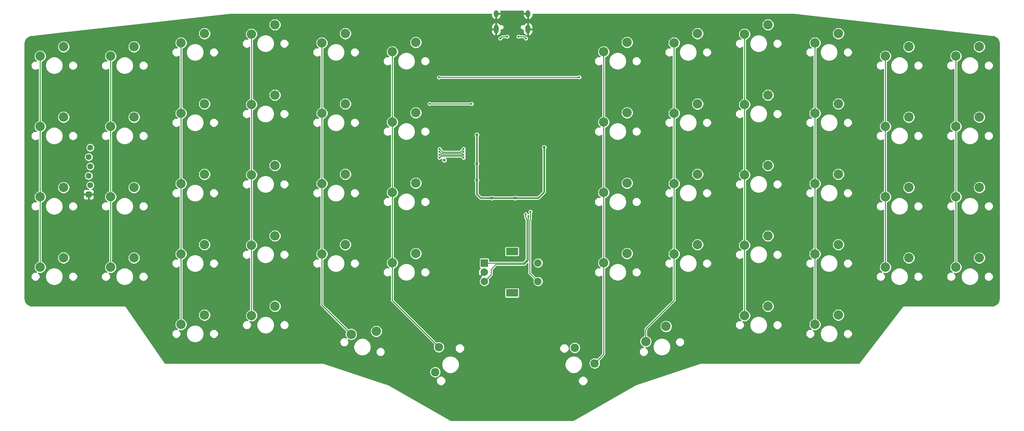
<source format=gtl>
G04 #@! TF.GenerationSoftware,KiCad,Pcbnew,(5.1.4-0)*
G04 #@! TF.CreationDate,2021-10-19T11:41:34-05:00*
G04 #@! TF.ProjectId,pcb,7063622e-6b69-4636-9164-5f7063625858,rev?*
G04 #@! TF.SameCoordinates,Original*
G04 #@! TF.FileFunction,Copper,L1,Top*
G04 #@! TF.FilePolarity,Positive*
%FSLAX46Y46*%
G04 Gerber Fmt 4.6, Leading zero omitted, Abs format (unit mm)*
G04 Created by KiCad (PCBNEW (5.1.4-0)) date 2021-10-19 11:41:34*
%MOMM*%
%LPD*%
G04 APERTURE LIST*
%ADD10C,2.540000*%
%ADD11C,2.286000*%
%ADD12O,1.300000X2.400000*%
%ADD13O,1.300000X1.900000*%
%ADD14C,2.000000*%
%ADD15R,3.200000X2.000000*%
%ADD16R,2.000000X2.000000*%
%ADD17C,0.100000*%
%ADD18C,1.600200*%
%ADD19C,0.600000*%
%ADD20C,0.800000*%
%ADD21C,0.250000*%
%ADD22C,0.400000*%
%ADD23C,0.254000*%
G04 APERTURE END LIST*
D10*
X300197500Y-24685750D03*
X293847500Y-27225750D03*
D11*
X230234071Y-109560775D03*
X229258775Y-116330037D03*
X266995825Y-109730923D03*
X272370529Y-113960185D03*
D10*
X147796250Y-47307500D03*
X141446250Y-49847500D03*
X223996250Y-65167170D03*
X217646250Y-67707170D03*
X376397820Y-28257640D03*
X370047820Y-30797640D03*
X357347740Y-28257640D03*
X350997740Y-30797640D03*
X338297660Y-24685750D03*
X331947660Y-27225750D03*
X319247580Y-22304490D03*
X312897580Y-24844490D03*
X281147420Y-27067010D03*
X274797420Y-29607010D03*
X223997180Y-27067010D03*
X217647180Y-29607010D03*
X204947100Y-24685750D03*
X198597100Y-27225750D03*
X185897020Y-22304490D03*
X179547020Y-24844490D03*
X166846940Y-24685750D03*
X160496940Y-27225750D03*
X147796860Y-28257640D03*
X141446860Y-30797640D03*
X128746780Y-28257640D03*
X122396780Y-30797640D03*
D12*
X245732300Y-23503230D03*
X254332300Y-23503230D03*
D13*
X254332300Y-19303230D03*
X245732300Y-19303230D03*
D12*
X245732300Y-23503230D03*
D10*
X204946250Y-43723130D03*
X198596250Y-46263130D03*
X376421690Y-66344800D03*
X370071690Y-68884800D03*
X300196290Y-62773210D03*
X293846290Y-65313210D03*
X319246290Y-98504370D03*
X312896290Y-101044370D03*
X338296290Y-43723130D03*
X331946290Y-46263130D03*
X185896250Y-79454370D03*
X179546250Y-81994370D03*
X204946250Y-62773210D03*
X198596250Y-65313210D03*
X185921650Y-98492110D03*
X179571650Y-101032110D03*
X166846250Y-62785910D03*
X160496250Y-65325910D03*
X166846250Y-43723130D03*
X160496250Y-46263130D03*
X300196290Y-81823290D03*
X293846290Y-84363290D03*
X281146290Y-84217250D03*
X274796290Y-86757250D03*
X338296290Y-100886070D03*
X331946290Y-103426070D03*
D14*
X257032300Y-91797250D03*
X257032300Y-86797250D03*
D15*
X250032300Y-94897250D03*
X250032300Y-83697250D03*
D14*
X242532300Y-91797250D03*
X242532300Y-89297250D03*
D16*
X242532300Y-86797250D03*
D17*
G36*
X135967882Y-67464586D02*
G01*
X136006716Y-67470347D01*
X136044798Y-67479886D01*
X136081763Y-67493112D01*
X136117252Y-67509897D01*
X136150926Y-67530081D01*
X136182459Y-67553467D01*
X136211548Y-67579832D01*
X136237913Y-67608921D01*
X136261299Y-67640454D01*
X136281483Y-67674128D01*
X136298268Y-67709617D01*
X136311494Y-67746582D01*
X136321033Y-67784664D01*
X136326794Y-67823498D01*
X136328720Y-67862710D01*
X136328720Y-68662810D01*
X136326794Y-68702022D01*
X136321033Y-68740856D01*
X136311494Y-68778938D01*
X136298268Y-68815903D01*
X136281483Y-68851392D01*
X136261299Y-68885066D01*
X136237913Y-68916599D01*
X136211548Y-68945688D01*
X136182459Y-68972053D01*
X136150926Y-68995439D01*
X136117252Y-69015623D01*
X136081763Y-69032408D01*
X136044798Y-69045634D01*
X136006716Y-69055173D01*
X135967882Y-69060934D01*
X135928670Y-69062860D01*
X135128570Y-69062860D01*
X135089358Y-69060934D01*
X135050524Y-69055173D01*
X135012442Y-69045634D01*
X134975477Y-69032408D01*
X134939988Y-69015623D01*
X134906314Y-68995439D01*
X134874781Y-68972053D01*
X134845692Y-68945688D01*
X134819327Y-68916599D01*
X134795941Y-68885066D01*
X134775757Y-68851392D01*
X134758972Y-68815903D01*
X134745746Y-68778938D01*
X134736207Y-68740856D01*
X134730446Y-68702022D01*
X134728520Y-68662810D01*
X134728520Y-67862710D01*
X134730446Y-67823498D01*
X134736207Y-67784664D01*
X134745746Y-67746582D01*
X134758972Y-67709617D01*
X134775757Y-67674128D01*
X134795941Y-67640454D01*
X134819327Y-67608921D01*
X134845692Y-67579832D01*
X134874781Y-67553467D01*
X134906314Y-67530081D01*
X134939988Y-67509897D01*
X134975477Y-67493112D01*
X135012442Y-67479886D01*
X135050524Y-67470347D01*
X135089358Y-67464586D01*
X135128570Y-67462660D01*
X135928670Y-67462660D01*
X135967882Y-67464586D01*
X135967882Y-67464586D01*
G37*
D18*
X135528620Y-68262760D03*
X135935020Y-65722760D03*
X135528620Y-63182760D03*
X135935020Y-60642760D03*
X135528620Y-58102760D03*
X135935020Y-55562760D03*
D10*
X128746250Y-47307500D03*
X122396250Y-49847500D03*
X179546250Y-43894370D03*
X185896250Y-41354370D03*
X223996250Y-46117090D03*
X217646250Y-48657090D03*
X281146290Y-46117090D03*
X274796290Y-48657090D03*
X300196290Y-43735830D03*
X293846290Y-46275830D03*
X319246290Y-41354370D03*
X312896290Y-43894370D03*
X357346290Y-47307500D03*
X350996290Y-49847500D03*
X376396290Y-47307500D03*
X370046290Y-49847500D03*
X122396250Y-68897500D03*
X128746250Y-66357500D03*
X147796250Y-66357500D03*
X141446250Y-68897500D03*
X185896250Y-60404370D03*
X179546250Y-62944370D03*
X281146290Y-65167170D03*
X274796290Y-67707170D03*
X319246290Y-60404370D03*
X312896290Y-62944370D03*
X338296290Y-62773210D03*
X331946290Y-65313210D03*
X357346290Y-66357500D03*
X350996290Y-68897500D03*
X128746250Y-85394800D03*
X122396250Y-87934800D03*
X147790000Y-85407300D03*
X141440000Y-87947300D03*
X166846250Y-81823290D03*
X160496250Y-84363290D03*
X198596250Y-84375990D03*
X204946250Y-81835990D03*
X223996250Y-84217250D03*
X217646250Y-86757250D03*
X319246290Y-79454370D03*
X312896290Y-81994370D03*
X338296290Y-81823290D03*
X331946290Y-84363290D03*
X357346290Y-85407500D03*
X350996290Y-87947500D03*
X166846940Y-100886070D03*
X160496940Y-103426070D03*
X206528102Y-106098408D03*
X213319132Y-105288457D03*
X291673618Y-103954815D03*
X286197390Y-108051768D03*
X376396290Y-85407500D03*
X370046290Y-87947500D03*
D19*
X251762520Y-25500000D03*
X253762520Y-26000000D03*
X248727300Y-25495150D03*
X246862520Y-26000000D03*
X288125040Y-60700000D03*
X253700000Y-73600000D03*
X254445000Y-74095000D03*
D20*
X240525000Y-64375000D03*
X244600000Y-69200000D03*
X258700000Y-55500000D03*
X240500000Y-52100000D03*
X250900000Y-69200000D03*
X231700000Y-58955000D03*
X240525000Y-59875000D03*
D19*
X239100000Y-43700000D03*
X227700000Y-43700000D03*
X236900000Y-56700000D03*
X230400000Y-56700000D03*
X236900000Y-57500000D03*
X230400000Y-57500000D03*
X230250000Y-36550000D03*
X268200000Y-36500000D03*
X236900000Y-58300000D03*
X230400000Y-58300000D03*
X230400000Y-55900000D03*
X236900000Y-55900000D03*
X255000000Y-72900000D03*
D21*
X253262520Y-25500000D02*
X253762520Y-26000000D01*
X251762520Y-25500000D02*
X253262520Y-25500000D01*
X247367370Y-25495150D02*
X246862520Y-26000000D01*
X248727300Y-25495150D02*
X247367370Y-25495150D01*
X253165270Y-86797250D02*
X242532300Y-86797250D01*
X254027510Y-74900000D02*
X254027510Y-85935010D01*
X254027510Y-85935010D02*
X253165270Y-86797250D01*
X253700000Y-74572490D02*
X254027510Y-74900000D01*
X253700000Y-73600000D02*
X253700000Y-74572490D01*
X244362520Y-88500000D02*
X244362520Y-89967030D01*
X254407520Y-74095000D02*
X254407520Y-86092415D01*
X245685260Y-87177260D02*
X244362520Y-88500000D01*
X254407520Y-86092415D02*
X253322675Y-87177260D01*
X244362520Y-89967030D02*
X242532300Y-91797250D01*
X253322675Y-87177260D02*
X245685260Y-87177260D01*
D22*
X240525000Y-64375000D02*
X240525000Y-68225000D01*
X241500000Y-69200000D02*
X244600000Y-69200000D01*
X240525000Y-68225000D02*
X241500000Y-69200000D01*
X254300000Y-69200000D02*
X257100000Y-69200000D01*
X258700000Y-67600000D02*
X258700000Y-55500000D01*
X257100000Y-69200000D02*
X258700000Y-67600000D01*
X240525000Y-52125000D02*
X240500000Y-52100000D01*
X240525000Y-53175000D02*
X240525000Y-52125000D01*
X244600000Y-69200000D02*
X250900000Y-69200000D01*
X250900000Y-69200000D02*
X254300000Y-69200000D01*
X240525000Y-59875000D02*
X240525000Y-53175000D01*
X240525000Y-64375000D02*
X240525000Y-59875000D01*
D21*
X239100000Y-43700000D02*
X227700000Y-43700000D01*
X230400000Y-56700000D02*
X230800000Y-57100000D01*
X236500000Y-57100000D02*
X236900000Y-56700000D01*
X230800000Y-57100000D02*
X236500000Y-57100000D01*
X236900000Y-57500000D02*
X230400000Y-57500000D01*
X268150000Y-36550000D02*
X268200000Y-36500000D01*
X230250000Y-36550000D02*
X268150000Y-36550000D01*
X122396780Y-30797640D02*
X122396780Y-60603220D01*
X230400000Y-58300000D02*
X230819990Y-57880010D01*
X236480010Y-57880010D02*
X236900000Y-58300000D01*
X230819990Y-57880010D02*
X236480010Y-57880010D01*
X122396250Y-60603750D02*
X122396780Y-60603220D01*
X122396250Y-87934800D02*
X122396250Y-60603750D01*
X141446860Y-87940440D02*
X141440000Y-87947300D01*
X141446860Y-30797640D02*
X141446860Y-87940440D01*
X160496940Y-27225750D02*
X160496940Y-103426070D01*
X179547020Y-102198110D02*
X179571650Y-102222740D01*
X179547020Y-26035120D02*
X179547020Y-102198110D01*
X198597100Y-84375140D02*
X198596250Y-84375990D01*
X198597100Y-27225750D02*
X198597100Y-84375140D01*
X198596250Y-98166556D02*
X206528102Y-106098408D01*
X198596250Y-84375990D02*
X198596250Y-98166556D01*
X217647180Y-86756320D02*
X217646250Y-86757250D01*
X217647180Y-29607010D02*
X217647180Y-86756320D01*
X217646250Y-96972954D02*
X230234071Y-109560775D01*
X217646250Y-86757250D02*
X217646250Y-96972954D01*
X274796290Y-29608140D02*
X274797420Y-29607010D01*
X274796290Y-86757250D02*
X274796290Y-29608140D01*
X274796290Y-111534424D02*
X272370529Y-113960185D01*
X274796290Y-107896290D02*
X274796290Y-111534424D01*
X274796290Y-86757250D02*
X274796290Y-107896290D01*
X293847500Y-84362080D02*
X293846290Y-84363290D01*
X293847500Y-27225750D02*
X293847500Y-84362080D01*
X293846290Y-84363290D02*
X293846290Y-96978750D01*
X286176142Y-104648898D02*
X286176142Y-108070609D01*
X293846290Y-96978750D02*
X286176142Y-104648898D01*
X312897580Y-102233710D02*
X312896290Y-102235000D01*
X312897580Y-26035120D02*
X312897580Y-102233710D01*
X331946290Y-27227120D02*
X331947660Y-27225750D01*
X331946290Y-103426070D02*
X331946290Y-27227120D01*
X350997740Y-87946050D02*
X350996290Y-87947500D01*
X350997740Y-30797640D02*
X350997740Y-87946050D01*
X370046290Y-30799170D02*
X370047820Y-30797640D01*
X370046290Y-87947500D02*
X370046290Y-30799170D01*
X230400000Y-55900000D02*
X231219990Y-56719990D01*
X231219990Y-56719990D02*
X235519990Y-56719990D01*
X236080010Y-56719990D02*
X236900000Y-55900000D01*
X235519990Y-56719990D02*
X236080010Y-56719990D01*
X254962520Y-89727470D02*
X257032300Y-91797250D01*
X254962520Y-89700000D02*
X254962520Y-89727470D01*
X254787530Y-89525010D02*
X254962520Y-89700000D01*
X255000000Y-72900000D02*
X255000000Y-74800000D01*
X254975060Y-74800000D02*
X254787530Y-74987530D01*
X255000000Y-74800000D02*
X254975060Y-74800000D01*
X254787530Y-74987530D02*
X254787530Y-89525010D01*
D23*
G36*
X245859300Y-19176230D02*
G01*
X247017300Y-19176230D01*
X247017300Y-18876230D01*
X246967833Y-18627979D01*
X246957062Y-18602000D01*
X253107538Y-18602000D01*
X253096767Y-18627979D01*
X253047300Y-18876230D01*
X253047300Y-19176230D01*
X254205300Y-19176230D01*
X254205300Y-18602000D01*
X254292864Y-18602000D01*
X254399162Y-18612423D01*
X254459300Y-18630579D01*
X254459300Y-19176230D01*
X254479300Y-19176230D01*
X254479300Y-19430230D01*
X254459300Y-19430230D01*
X254459300Y-20722297D01*
X254657771Y-20846329D01*
X254706715Y-20839017D01*
X254940611Y-20742227D01*
X255151130Y-20601666D01*
X255330182Y-20422735D01*
X255470885Y-20212311D01*
X255567833Y-19978481D01*
X255617300Y-19730230D01*
X255617300Y-19452000D01*
X289303342Y-19452080D01*
X326210361Y-19452080D01*
X379766149Y-25402723D01*
X379766159Y-25402725D01*
X379766322Y-25402742D01*
X379786202Y-25404951D01*
X379788797Y-25404983D01*
X380195035Y-25444816D01*
X380564473Y-25556355D01*
X380905209Y-25737528D01*
X381204266Y-25981434D01*
X381450252Y-26278779D01*
X381633800Y-26618245D01*
X381747915Y-26986892D01*
X381790231Y-27389498D01*
X381790230Y-96421372D01*
X381750645Y-96825092D01*
X381639105Y-97194531D01*
X381457932Y-97535270D01*
X381214028Y-97834324D01*
X380916681Y-98080312D01*
X380577215Y-98263860D01*
X380208570Y-98377975D01*
X379805972Y-98420290D01*
X356031572Y-98420290D01*
X356025271Y-98419242D01*
X355992053Y-98420290D01*
X355978623Y-98420290D01*
X355972294Y-98420913D01*
X355946124Y-98421739D01*
X355932990Y-98424785D01*
X355919564Y-98426107D01*
X355894497Y-98433711D01*
X355868984Y-98439627D01*
X355856694Y-98445178D01*
X355843787Y-98449093D01*
X355820684Y-98461442D01*
X355796816Y-98472222D01*
X355785845Y-98480064D01*
X355773950Y-98486422D01*
X355753702Y-98503039D01*
X355732394Y-98518270D01*
X355723163Y-98528102D01*
X355712738Y-98536658D01*
X355696119Y-98556908D01*
X355691775Y-98561535D01*
X355683602Y-98572160D01*
X355662502Y-98597870D01*
X355659489Y-98603507D01*
X343894126Y-113898480D01*
X301263464Y-113898480D01*
X301258024Y-113897551D01*
X301223932Y-113898480D01*
X301209643Y-113898480D01*
X301204178Y-113899018D01*
X301178867Y-113899708D01*
X301164874Y-113902890D01*
X301150584Y-113904297D01*
X301126346Y-113911649D01*
X301120999Y-113912865D01*
X301107456Y-113917379D01*
X301074807Y-113927283D01*
X301069939Y-113929885D01*
X283261345Y-119866083D01*
X283241801Y-119870549D01*
X283205747Y-119886691D01*
X283169894Y-119902699D01*
X283153535Y-119914286D01*
X266594364Y-129376670D01*
X233470238Y-129376670D01*
X216911079Y-119914296D01*
X216894705Y-119902698D01*
X216857637Y-119886147D01*
X216822799Y-119870549D01*
X216803262Y-119866085D01*
X212927352Y-118574115D01*
X229546480Y-118574115D01*
X229546480Y-118825663D01*
X229595554Y-119072376D01*
X229691817Y-119304775D01*
X229831569Y-119513929D01*
X230009440Y-119691800D01*
X230218594Y-119831552D01*
X230450993Y-119927815D01*
X230697706Y-119976889D01*
X230949254Y-119976889D01*
X231195967Y-119927815D01*
X231428366Y-119831552D01*
X231637520Y-119691800D01*
X231815391Y-119513929D01*
X231955143Y-119304775D01*
X232051406Y-119072376D01*
X232100480Y-118825663D01*
X232100480Y-118574115D01*
X267964120Y-118574115D01*
X267964120Y-118825663D01*
X268013194Y-119072376D01*
X268109457Y-119304775D01*
X268249209Y-119513929D01*
X268427080Y-119691800D01*
X268636234Y-119831552D01*
X268868633Y-119927815D01*
X269115346Y-119976889D01*
X269366894Y-119976889D01*
X269613607Y-119927815D01*
X269846006Y-119831552D01*
X270055160Y-119691800D01*
X270233031Y-119513929D01*
X270372783Y-119304775D01*
X270469046Y-119072376D01*
X270518120Y-118825663D01*
X270518120Y-118574115D01*
X270469046Y-118327402D01*
X270372783Y-118095003D01*
X270233031Y-117885849D01*
X270055160Y-117707978D01*
X269846006Y-117568226D01*
X269613607Y-117471963D01*
X269366894Y-117422889D01*
X269115346Y-117422889D01*
X268868633Y-117471963D01*
X268636234Y-117568226D01*
X268427080Y-117707978D01*
X268249209Y-117885849D01*
X268109457Y-118095003D01*
X268013194Y-118327402D01*
X267964120Y-118574115D01*
X232100480Y-118574115D01*
X232051406Y-118327402D01*
X231955143Y-118095003D01*
X231815391Y-117885849D01*
X231637520Y-117707978D01*
X231428366Y-117568226D01*
X231195967Y-117471963D01*
X230949254Y-117422889D01*
X230697706Y-117422889D01*
X230450993Y-117471963D01*
X230218594Y-117568226D01*
X230009440Y-117707978D01*
X229831569Y-117885849D01*
X229691817Y-118095003D01*
X229595554Y-118327402D01*
X229546480Y-118574115D01*
X212927352Y-118574115D01*
X205745995Y-116180330D01*
X227738775Y-116180330D01*
X227738775Y-116479744D01*
X227797187Y-116773405D01*
X227911768Y-117050027D01*
X228078114Y-117298981D01*
X228289831Y-117510698D01*
X228538785Y-117677044D01*
X228815407Y-117791625D01*
X229109068Y-117850037D01*
X229408482Y-117850037D01*
X229702143Y-117791625D01*
X229978765Y-117677044D01*
X230227719Y-117510698D01*
X230439436Y-117298981D01*
X230605782Y-117050027D01*
X230720363Y-116773405D01*
X230778775Y-116479744D01*
X230778775Y-116180330D01*
X230720363Y-115886669D01*
X230605782Y-115610047D01*
X230439436Y-115361093D01*
X230227719Y-115149376D01*
X229978765Y-114983030D01*
X229702143Y-114868449D01*
X229408482Y-114810037D01*
X229109068Y-114810037D01*
X228815407Y-114868449D01*
X228538785Y-114983030D01*
X228289831Y-115149376D01*
X228078114Y-115361093D01*
X227911768Y-115610047D01*
X227797187Y-115886669D01*
X227738775Y-116180330D01*
X205745995Y-116180330D01*
X199405905Y-114066967D01*
X230992580Y-114066967D01*
X230992580Y-114533993D01*
X231083692Y-114992046D01*
X231262415Y-115423522D01*
X231521882Y-115811841D01*
X231852119Y-116142078D01*
X232240438Y-116401545D01*
X232671914Y-116580268D01*
X233129967Y-116671380D01*
X233596993Y-116671380D01*
X234055046Y-116580268D01*
X234486522Y-116401545D01*
X234874841Y-116142078D01*
X235205078Y-115811841D01*
X235464545Y-115423522D01*
X235643268Y-114992046D01*
X235734380Y-114533993D01*
X235734380Y-114066967D01*
X264330220Y-114066967D01*
X264330220Y-114533993D01*
X264421332Y-114992046D01*
X264600055Y-115423522D01*
X264859522Y-115811841D01*
X265189759Y-116142078D01*
X265578078Y-116401545D01*
X266009554Y-116580268D01*
X266467607Y-116671380D01*
X266934633Y-116671380D01*
X267392686Y-116580268D01*
X267824162Y-116401545D01*
X268212481Y-116142078D01*
X268542718Y-115811841D01*
X268802185Y-115423522D01*
X268980908Y-114992046D01*
X269072020Y-114533993D01*
X269072020Y-114066967D01*
X269021002Y-113810478D01*
X270850529Y-113810478D01*
X270850529Y-114109892D01*
X270908941Y-114403553D01*
X271023522Y-114680175D01*
X271189868Y-114929129D01*
X271401585Y-115140846D01*
X271650539Y-115307192D01*
X271927161Y-115421773D01*
X272220822Y-115480185D01*
X272520236Y-115480185D01*
X272813897Y-115421773D01*
X273090519Y-115307192D01*
X273339473Y-115140846D01*
X273551190Y-114929129D01*
X273717536Y-114680175D01*
X273832117Y-114403553D01*
X273890529Y-114109892D01*
X273890529Y-113810478D01*
X273832117Y-113516817D01*
X273741822Y-113298826D01*
X275133828Y-111906821D01*
X275152974Y-111891108D01*
X275215707Y-111814669D01*
X275262321Y-111727460D01*
X275291026Y-111632833D01*
X275298290Y-111559077D01*
X275298290Y-111559068D01*
X275300717Y-111534425D01*
X275298290Y-111509782D01*
X275298290Y-110712981D01*
X284400164Y-110712981D01*
X284400164Y-110954857D01*
X284447352Y-111192084D01*
X284539913Y-111415548D01*
X284674292Y-111616659D01*
X284845324Y-111787691D01*
X285046435Y-111922070D01*
X285269899Y-112014631D01*
X285507126Y-112061819D01*
X285749002Y-112061819D01*
X285986229Y-112014631D01*
X286209693Y-111922070D01*
X286410804Y-111787691D01*
X286581836Y-111616659D01*
X286716215Y-111415548D01*
X286808776Y-111192084D01*
X286855964Y-110954857D01*
X286855964Y-110712981D01*
X286808776Y-110475754D01*
X286716215Y-110252290D01*
X286581836Y-110051179D01*
X286410804Y-109880147D01*
X286209693Y-109745768D01*
X286096224Y-109698768D01*
X286359605Y-109698768D01*
X286677802Y-109635475D01*
X286977537Y-109511320D01*
X287247291Y-109331076D01*
X287292761Y-109285606D01*
X288164068Y-109285606D01*
X288164068Y-109752632D01*
X288255180Y-110210685D01*
X288433903Y-110642161D01*
X288693370Y-111030480D01*
X289023607Y-111360717D01*
X289411926Y-111620184D01*
X289843402Y-111798907D01*
X290301455Y-111890019D01*
X290768481Y-111890019D01*
X291226534Y-111798907D01*
X291658010Y-111620184D01*
X292046329Y-111360717D01*
X292376566Y-111030480D01*
X292636033Y-110642161D01*
X292814756Y-110210685D01*
X292905868Y-109752632D01*
X292905868Y-109285606D01*
X292814756Y-108827553D01*
X292636033Y-108396077D01*
X292427096Y-108083380D01*
X294213971Y-108083380D01*
X294213971Y-108325256D01*
X294261159Y-108562483D01*
X294353720Y-108785947D01*
X294488099Y-108987058D01*
X294659131Y-109158090D01*
X294860242Y-109292469D01*
X295083706Y-109385030D01*
X295320933Y-109432218D01*
X295562809Y-109432218D01*
X295800036Y-109385030D01*
X296023500Y-109292469D01*
X296224611Y-109158090D01*
X296395643Y-108987058D01*
X296530022Y-108785947D01*
X296622583Y-108562483D01*
X296669771Y-108325256D01*
X296669771Y-108083380D01*
X296622583Y-107846153D01*
X296530022Y-107622689D01*
X296395643Y-107421578D01*
X296224611Y-107250546D01*
X296023500Y-107116167D01*
X295800036Y-107023606D01*
X295562809Y-106976418D01*
X295320933Y-106976418D01*
X295083706Y-107023606D01*
X294860242Y-107116167D01*
X294659131Y-107250546D01*
X294488099Y-107421578D01*
X294353720Y-107622689D01*
X294261159Y-107846153D01*
X294213971Y-108083380D01*
X292427096Y-108083380D01*
X292376566Y-108007758D01*
X292046329Y-107677521D01*
X291658010Y-107418054D01*
X291226534Y-107239331D01*
X290768481Y-107148219D01*
X290301455Y-107148219D01*
X289843402Y-107239331D01*
X289411926Y-107418054D01*
X289023607Y-107677521D01*
X288693370Y-108007758D01*
X288433903Y-108396077D01*
X288255180Y-108827553D01*
X288164068Y-109285606D01*
X287292761Y-109285606D01*
X287476698Y-109101669D01*
X287656942Y-108831915D01*
X287781097Y-108532180D01*
X287844390Y-108213983D01*
X287844390Y-107889553D01*
X287781097Y-107571356D01*
X287656942Y-107271621D01*
X287476698Y-107001867D01*
X287247291Y-106772460D01*
X286977537Y-106592216D01*
X286678142Y-106468202D01*
X286678142Y-104856832D01*
X287742374Y-103792600D01*
X290026618Y-103792600D01*
X290026618Y-104117030D01*
X290089911Y-104435227D01*
X290214066Y-104734962D01*
X290394310Y-105004716D01*
X290623717Y-105234123D01*
X290893471Y-105414367D01*
X291193206Y-105538522D01*
X291511403Y-105601815D01*
X291835833Y-105601815D01*
X292154030Y-105538522D01*
X292453765Y-105414367D01*
X292723519Y-105234123D01*
X292952926Y-105004716D01*
X293133170Y-104734962D01*
X293257325Y-104435227D01*
X293320618Y-104117030D01*
X293320618Y-103792600D01*
X293257325Y-103474403D01*
X293133170Y-103174668D01*
X292952926Y-102904914D01*
X292723519Y-102675507D01*
X292453765Y-102495263D01*
X292154030Y-102371108D01*
X291835833Y-102307815D01*
X291511403Y-102307815D01*
X291193206Y-102371108D01*
X290893471Y-102495263D01*
X290623717Y-102675507D01*
X290394310Y-102904914D01*
X290214066Y-103174668D01*
X290089911Y-103474403D01*
X290026618Y-103792600D01*
X287742374Y-103792600D01*
X294183828Y-97351147D01*
X294202974Y-97335434D01*
X294223447Y-97310489D01*
X294265706Y-97258996D01*
X294265707Y-97258995D01*
X294312321Y-97171786D01*
X294341026Y-97077159D01*
X294348290Y-97003403D01*
X294348290Y-97003394D01*
X294350717Y-96978751D01*
X294348290Y-96954108D01*
X294348290Y-86669777D01*
X295285390Y-86669777D01*
X295285390Y-87136803D01*
X295376502Y-87594856D01*
X295555225Y-88026332D01*
X295814692Y-88414651D01*
X296144929Y-88744888D01*
X296533248Y-89004355D01*
X296964724Y-89183078D01*
X297422777Y-89274190D01*
X297889803Y-89274190D01*
X298347856Y-89183078D01*
X298779332Y-89004355D01*
X299167651Y-88744888D01*
X299497888Y-88414651D01*
X299757355Y-88026332D01*
X299936078Y-87594856D01*
X300027190Y-87136803D01*
X300027190Y-86782352D01*
X301508390Y-86782352D01*
X301508390Y-87024228D01*
X301555578Y-87261455D01*
X301648139Y-87484919D01*
X301782518Y-87686030D01*
X301953550Y-87857062D01*
X302154661Y-87991441D01*
X302378125Y-88084002D01*
X302615352Y-88131190D01*
X302857228Y-88131190D01*
X303094455Y-88084002D01*
X303317919Y-87991441D01*
X303519030Y-87857062D01*
X303690062Y-87686030D01*
X303824441Y-87484919D01*
X303917002Y-87261455D01*
X303964190Y-87024228D01*
X303964190Y-86782352D01*
X303917002Y-86545125D01*
X303824441Y-86321661D01*
X303690062Y-86120550D01*
X303519030Y-85949518D01*
X303317919Y-85815139D01*
X303094455Y-85722578D01*
X302857228Y-85675390D01*
X302615352Y-85675390D01*
X302378125Y-85722578D01*
X302154661Y-85815139D01*
X301953550Y-85949518D01*
X301782518Y-86120550D01*
X301648139Y-86321661D01*
X301555578Y-86545125D01*
X301508390Y-86782352D01*
X300027190Y-86782352D01*
X300027190Y-86669777D01*
X299936078Y-86211724D01*
X299757355Y-85780248D01*
X299497888Y-85391929D01*
X299167651Y-85061692D01*
X298779332Y-84802225D01*
X298347856Y-84623502D01*
X297889803Y-84532390D01*
X297422777Y-84532390D01*
X296964724Y-84623502D01*
X296533248Y-84802225D01*
X296144929Y-85061692D01*
X295814692Y-85391929D01*
X295555225Y-85780248D01*
X295376502Y-86211724D01*
X295285390Y-86669777D01*
X294348290Y-86669777D01*
X294348290Y-85938055D01*
X294626437Y-85822842D01*
X294896191Y-85642598D01*
X295125598Y-85413191D01*
X295305842Y-85143437D01*
X295429997Y-84843702D01*
X295493290Y-84525505D01*
X295493290Y-84201075D01*
X295429997Y-83882878D01*
X295305842Y-83583143D01*
X295125598Y-83313389D01*
X294896191Y-83083982D01*
X294626437Y-82903738D01*
X294349500Y-82789026D01*
X294349500Y-81661075D01*
X298549290Y-81661075D01*
X298549290Y-81985505D01*
X298612583Y-82303702D01*
X298736738Y-82603437D01*
X298916982Y-82873191D01*
X299146389Y-83102598D01*
X299416143Y-83282842D01*
X299715878Y-83406997D01*
X300034075Y-83470290D01*
X300358505Y-83470290D01*
X300676702Y-83406997D01*
X300976437Y-83282842D01*
X301246191Y-83102598D01*
X301475598Y-82873191D01*
X301655842Y-82603437D01*
X301779997Y-82303702D01*
X301843290Y-81985505D01*
X301843290Y-81661075D01*
X301779997Y-81342878D01*
X301655842Y-81043143D01*
X301475598Y-80773389D01*
X301246191Y-80543982D01*
X300976437Y-80363738D01*
X300676702Y-80239583D01*
X300358505Y-80176290D01*
X300034075Y-80176290D01*
X299715878Y-80239583D01*
X299416143Y-80363738D01*
X299146389Y-80543982D01*
X298916982Y-80773389D01*
X298736738Y-81043143D01*
X298612583Y-81342878D01*
X298549290Y-81661075D01*
X294349500Y-81661075D01*
X294349500Y-67619697D01*
X295285390Y-67619697D01*
X295285390Y-68086723D01*
X295376502Y-68544776D01*
X295555225Y-68976252D01*
X295814692Y-69364571D01*
X296144929Y-69694808D01*
X296533248Y-69954275D01*
X296964724Y-70132998D01*
X297422777Y-70224110D01*
X297889803Y-70224110D01*
X298347856Y-70132998D01*
X298779332Y-69954275D01*
X299167651Y-69694808D01*
X299497888Y-69364571D01*
X299757355Y-68976252D01*
X299936078Y-68544776D01*
X300027190Y-68086723D01*
X300027190Y-67732272D01*
X301508390Y-67732272D01*
X301508390Y-67974148D01*
X301555578Y-68211375D01*
X301648139Y-68434839D01*
X301782518Y-68635950D01*
X301953550Y-68806982D01*
X302154661Y-68941361D01*
X302378125Y-69033922D01*
X302615352Y-69081110D01*
X302857228Y-69081110D01*
X303094455Y-69033922D01*
X303317919Y-68941361D01*
X303519030Y-68806982D01*
X303690062Y-68635950D01*
X303824441Y-68434839D01*
X303917002Y-68211375D01*
X303964190Y-67974148D01*
X303964190Y-67732272D01*
X303917002Y-67495045D01*
X303824441Y-67271581D01*
X303690062Y-67070470D01*
X303519030Y-66899438D01*
X303317919Y-66765059D01*
X303094455Y-66672498D01*
X302857228Y-66625310D01*
X302615352Y-66625310D01*
X302378125Y-66672498D01*
X302154661Y-66765059D01*
X301953550Y-66899438D01*
X301782518Y-67070470D01*
X301648139Y-67271581D01*
X301555578Y-67495045D01*
X301508390Y-67732272D01*
X300027190Y-67732272D01*
X300027190Y-67619697D01*
X299936078Y-67161644D01*
X299757355Y-66730168D01*
X299497888Y-66341849D01*
X299167651Y-66011612D01*
X298779332Y-65752145D01*
X298347856Y-65573422D01*
X297889803Y-65482310D01*
X297422777Y-65482310D01*
X296964724Y-65573422D01*
X296533248Y-65752145D01*
X296144929Y-66011612D01*
X295814692Y-66341849D01*
X295555225Y-66730168D01*
X295376502Y-67161644D01*
X295285390Y-67619697D01*
X294349500Y-67619697D01*
X294349500Y-66887474D01*
X294626437Y-66772762D01*
X294896191Y-66592518D01*
X295125598Y-66363111D01*
X295305842Y-66093357D01*
X295429997Y-65793622D01*
X295493290Y-65475425D01*
X295493290Y-65150995D01*
X295429997Y-64832798D01*
X295305842Y-64533063D01*
X295125598Y-64263309D01*
X294896191Y-64033902D01*
X294626437Y-63853658D01*
X294349500Y-63738946D01*
X294349500Y-62610995D01*
X298549290Y-62610995D01*
X298549290Y-62935425D01*
X298612583Y-63253622D01*
X298736738Y-63553357D01*
X298916982Y-63823111D01*
X299146389Y-64052518D01*
X299416143Y-64232762D01*
X299715878Y-64356917D01*
X300034075Y-64420210D01*
X300358505Y-64420210D01*
X300676702Y-64356917D01*
X300976437Y-64232762D01*
X301246191Y-64052518D01*
X301475598Y-63823111D01*
X301655842Y-63553357D01*
X301779997Y-63253622D01*
X301843290Y-62935425D01*
X301843290Y-62610995D01*
X301779997Y-62292798D01*
X301655842Y-61993063D01*
X301475598Y-61723309D01*
X301246191Y-61493902D01*
X300976437Y-61313658D01*
X300676702Y-61189503D01*
X300358505Y-61126210D01*
X300034075Y-61126210D01*
X299715878Y-61189503D01*
X299416143Y-61313658D01*
X299146389Y-61493902D01*
X298916982Y-61723309D01*
X298736738Y-61993063D01*
X298612583Y-62292798D01*
X298549290Y-62610995D01*
X294349500Y-62610995D01*
X294349500Y-48582317D01*
X295285390Y-48582317D01*
X295285390Y-49049343D01*
X295376502Y-49507396D01*
X295555225Y-49938872D01*
X295814692Y-50327191D01*
X296144929Y-50657428D01*
X296533248Y-50916895D01*
X296964724Y-51095618D01*
X297422777Y-51186730D01*
X297889803Y-51186730D01*
X298347856Y-51095618D01*
X298779332Y-50916895D01*
X299167651Y-50657428D01*
X299497888Y-50327191D01*
X299757355Y-49938872D01*
X299936078Y-49507396D01*
X300027190Y-49049343D01*
X300027190Y-48694892D01*
X301508390Y-48694892D01*
X301508390Y-48936768D01*
X301555578Y-49173995D01*
X301648139Y-49397459D01*
X301782518Y-49598570D01*
X301953550Y-49769602D01*
X302154661Y-49903981D01*
X302378125Y-49996542D01*
X302615352Y-50043730D01*
X302857228Y-50043730D01*
X303094455Y-49996542D01*
X303317919Y-49903981D01*
X303519030Y-49769602D01*
X303690062Y-49598570D01*
X303824441Y-49397459D01*
X303917002Y-49173995D01*
X303964190Y-48936768D01*
X303964190Y-48694892D01*
X303917002Y-48457665D01*
X303824441Y-48234201D01*
X303690062Y-48033090D01*
X303519030Y-47862058D01*
X303317919Y-47727679D01*
X303094455Y-47635118D01*
X302857228Y-47587930D01*
X302615352Y-47587930D01*
X302378125Y-47635118D01*
X302154661Y-47727679D01*
X301953550Y-47862058D01*
X301782518Y-48033090D01*
X301648139Y-48234201D01*
X301555578Y-48457665D01*
X301508390Y-48694892D01*
X300027190Y-48694892D01*
X300027190Y-48582317D01*
X299936078Y-48124264D01*
X299757355Y-47692788D01*
X299497888Y-47304469D01*
X299167651Y-46974232D01*
X298779332Y-46714765D01*
X298347856Y-46536042D01*
X297889803Y-46444930D01*
X297422777Y-46444930D01*
X296964724Y-46536042D01*
X296533248Y-46714765D01*
X296144929Y-46974232D01*
X295814692Y-47304469D01*
X295555225Y-47692788D01*
X295376502Y-48124264D01*
X295285390Y-48582317D01*
X294349500Y-48582317D01*
X294349500Y-47850094D01*
X294626437Y-47735382D01*
X294896191Y-47555138D01*
X295125598Y-47325731D01*
X295305842Y-47055977D01*
X295429997Y-46756242D01*
X295493290Y-46438045D01*
X295493290Y-46313432D01*
X310398390Y-46313432D01*
X310398390Y-46555308D01*
X310445578Y-46792535D01*
X310538139Y-47015999D01*
X310672518Y-47217110D01*
X310843550Y-47388142D01*
X311044661Y-47522521D01*
X311268125Y-47615082D01*
X311505352Y-47662270D01*
X311747228Y-47662270D01*
X311984455Y-47615082D01*
X312207919Y-47522521D01*
X312395580Y-47397129D01*
X312395580Y-61369071D01*
X312116143Y-61484818D01*
X311846389Y-61665062D01*
X311616982Y-61894469D01*
X311436738Y-62164223D01*
X311312583Y-62463958D01*
X311249290Y-62782155D01*
X311249290Y-63106585D01*
X311312583Y-63424782D01*
X311436738Y-63724517D01*
X311616982Y-63994271D01*
X311846389Y-64223678D01*
X311958302Y-64298456D01*
X311747228Y-64256470D01*
X311505352Y-64256470D01*
X311268125Y-64303658D01*
X311044661Y-64396219D01*
X310843550Y-64530598D01*
X310672518Y-64701630D01*
X310538139Y-64902741D01*
X310445578Y-65126205D01*
X310398390Y-65363432D01*
X310398390Y-65605308D01*
X310445578Y-65842535D01*
X310538139Y-66065999D01*
X310672518Y-66267110D01*
X310843550Y-66438142D01*
X311044661Y-66572521D01*
X311268125Y-66665082D01*
X311505352Y-66712270D01*
X311747228Y-66712270D01*
X311984455Y-66665082D01*
X312207919Y-66572521D01*
X312395581Y-66447129D01*
X312395581Y-80419070D01*
X312116143Y-80534818D01*
X311846389Y-80715062D01*
X311616982Y-80944469D01*
X311436738Y-81214223D01*
X311312583Y-81513958D01*
X311249290Y-81832155D01*
X311249290Y-82156585D01*
X311312583Y-82474782D01*
X311436738Y-82774517D01*
X311616982Y-83044271D01*
X311846389Y-83273678D01*
X311958302Y-83348456D01*
X311747228Y-83306470D01*
X311505352Y-83306470D01*
X311268125Y-83353658D01*
X311044661Y-83446219D01*
X310843550Y-83580598D01*
X310672518Y-83751630D01*
X310538139Y-83952741D01*
X310445578Y-84176205D01*
X310398390Y-84413432D01*
X310398390Y-84655308D01*
X310445578Y-84892535D01*
X310538139Y-85115999D01*
X310672518Y-85317110D01*
X310843550Y-85488142D01*
X311044661Y-85622521D01*
X311268125Y-85715082D01*
X311505352Y-85762270D01*
X311747228Y-85762270D01*
X311984455Y-85715082D01*
X312207919Y-85622521D01*
X312395581Y-85497129D01*
X312395581Y-99469070D01*
X312116143Y-99584818D01*
X311846389Y-99765062D01*
X311616982Y-99994469D01*
X311436738Y-100264223D01*
X311312583Y-100563958D01*
X311249290Y-100882155D01*
X311249290Y-101206585D01*
X311312583Y-101524782D01*
X311436738Y-101824517D01*
X311616982Y-102094271D01*
X311846389Y-102323678D01*
X311958302Y-102398456D01*
X311747228Y-102356470D01*
X311505352Y-102356470D01*
X311268125Y-102403658D01*
X311044661Y-102496219D01*
X310843550Y-102630598D01*
X310672518Y-102801630D01*
X310538139Y-103002741D01*
X310445578Y-103226205D01*
X310398390Y-103463432D01*
X310398390Y-103705308D01*
X310445578Y-103942535D01*
X310538139Y-104165999D01*
X310672518Y-104367110D01*
X310843550Y-104538142D01*
X311044661Y-104672521D01*
X311268125Y-104765082D01*
X311505352Y-104812270D01*
X311747228Y-104812270D01*
X311984455Y-104765082D01*
X312207919Y-104672521D01*
X312409030Y-104538142D01*
X312580062Y-104367110D01*
X312714441Y-104165999D01*
X312807002Y-103942535D01*
X312854190Y-103705308D01*
X312854190Y-103463432D01*
X312831798Y-103350857D01*
X314335390Y-103350857D01*
X314335390Y-103817883D01*
X314426502Y-104275936D01*
X314605225Y-104707412D01*
X314864692Y-105095731D01*
X315194929Y-105425968D01*
X315583248Y-105685435D01*
X316014724Y-105864158D01*
X316472777Y-105955270D01*
X316939803Y-105955270D01*
X317397856Y-105864158D01*
X317829332Y-105685435D01*
X318217651Y-105425968D01*
X318547888Y-105095731D01*
X318807355Y-104707412D01*
X318986078Y-104275936D01*
X319077190Y-103817883D01*
X319077190Y-103463432D01*
X320558390Y-103463432D01*
X320558390Y-103705308D01*
X320605578Y-103942535D01*
X320698139Y-104165999D01*
X320832518Y-104367110D01*
X321003550Y-104538142D01*
X321204661Y-104672521D01*
X321428125Y-104765082D01*
X321665352Y-104812270D01*
X321907228Y-104812270D01*
X322144455Y-104765082D01*
X322367919Y-104672521D01*
X322569030Y-104538142D01*
X322740062Y-104367110D01*
X322874441Y-104165999D01*
X322967002Y-103942535D01*
X323014190Y-103705308D01*
X323014190Y-103463432D01*
X322967002Y-103226205D01*
X322874441Y-103002741D01*
X322740062Y-102801630D01*
X322569030Y-102630598D01*
X322367919Y-102496219D01*
X322144455Y-102403658D01*
X321907228Y-102356470D01*
X321665352Y-102356470D01*
X321428125Y-102403658D01*
X321204661Y-102496219D01*
X321003550Y-102630598D01*
X320832518Y-102801630D01*
X320698139Y-103002741D01*
X320605578Y-103226205D01*
X320558390Y-103463432D01*
X319077190Y-103463432D01*
X319077190Y-103350857D01*
X318986078Y-102892804D01*
X318807355Y-102461328D01*
X318547888Y-102073009D01*
X318217651Y-101742772D01*
X317829332Y-101483305D01*
X317397856Y-101304582D01*
X316939803Y-101213470D01*
X316472777Y-101213470D01*
X316014724Y-101304582D01*
X315583248Y-101483305D01*
X315194929Y-101742772D01*
X314864692Y-102073009D01*
X314605225Y-102461328D01*
X314426502Y-102892804D01*
X314335390Y-103350857D01*
X312831798Y-103350857D01*
X312807002Y-103226205D01*
X312714441Y-103002741D01*
X312580062Y-102801630D01*
X312409030Y-102630598D01*
X312387935Y-102616502D01*
X312415878Y-102628077D01*
X312656202Y-102675880D01*
X312703254Y-102701030D01*
X312797881Y-102729735D01*
X312896290Y-102739427D01*
X312994699Y-102729735D01*
X313089326Y-102701030D01*
X313136378Y-102675880D01*
X313376702Y-102628077D01*
X313676437Y-102503922D01*
X313946191Y-102323678D01*
X314175598Y-102094271D01*
X314355842Y-101824517D01*
X314479997Y-101524782D01*
X314543290Y-101206585D01*
X314543290Y-100882155D01*
X314479997Y-100563958D01*
X314355842Y-100264223D01*
X314175598Y-99994469D01*
X313946191Y-99765062D01*
X313676437Y-99584818D01*
X313399580Y-99470139D01*
X313399580Y-98342155D01*
X317599290Y-98342155D01*
X317599290Y-98666585D01*
X317662583Y-98984782D01*
X317786738Y-99284517D01*
X317966982Y-99554271D01*
X318196389Y-99783678D01*
X318466143Y-99963922D01*
X318765878Y-100088077D01*
X319084075Y-100151370D01*
X319408505Y-100151370D01*
X319726702Y-100088077D01*
X320026437Y-99963922D01*
X320296191Y-99783678D01*
X320525598Y-99554271D01*
X320705842Y-99284517D01*
X320829997Y-98984782D01*
X320893290Y-98666585D01*
X320893290Y-98342155D01*
X320829997Y-98023958D01*
X320705842Y-97724223D01*
X320525598Y-97454469D01*
X320296191Y-97225062D01*
X320026437Y-97044818D01*
X319726702Y-96920663D01*
X319408505Y-96857370D01*
X319084075Y-96857370D01*
X318765878Y-96920663D01*
X318466143Y-97044818D01*
X318196389Y-97225062D01*
X317966982Y-97454469D01*
X317786738Y-97724223D01*
X317662583Y-98023958D01*
X317599290Y-98342155D01*
X313399580Y-98342155D01*
X313399580Y-84300857D01*
X314335390Y-84300857D01*
X314335390Y-84767883D01*
X314426502Y-85225936D01*
X314605225Y-85657412D01*
X314864692Y-86045731D01*
X315194929Y-86375968D01*
X315583248Y-86635435D01*
X316014724Y-86814158D01*
X316472777Y-86905270D01*
X316939803Y-86905270D01*
X317397856Y-86814158D01*
X317829332Y-86635435D01*
X318217651Y-86375968D01*
X318547888Y-86045731D01*
X318807355Y-85657412D01*
X318986078Y-85225936D01*
X319077190Y-84767883D01*
X319077190Y-84413432D01*
X320558390Y-84413432D01*
X320558390Y-84655308D01*
X320605578Y-84892535D01*
X320698139Y-85115999D01*
X320832518Y-85317110D01*
X321003550Y-85488142D01*
X321204661Y-85622521D01*
X321428125Y-85715082D01*
X321665352Y-85762270D01*
X321907228Y-85762270D01*
X322144455Y-85715082D01*
X322367919Y-85622521D01*
X322569030Y-85488142D01*
X322740062Y-85317110D01*
X322874441Y-85115999D01*
X322967002Y-84892535D01*
X323014190Y-84655308D01*
X323014190Y-84413432D01*
X322967002Y-84176205D01*
X322874441Y-83952741D01*
X322740062Y-83751630D01*
X322569030Y-83580598D01*
X322367919Y-83446219D01*
X322144455Y-83353658D01*
X321907228Y-83306470D01*
X321665352Y-83306470D01*
X321428125Y-83353658D01*
X321204661Y-83446219D01*
X321003550Y-83580598D01*
X320832518Y-83751630D01*
X320698139Y-83952741D01*
X320605578Y-84176205D01*
X320558390Y-84413432D01*
X319077190Y-84413432D01*
X319077190Y-84300857D01*
X318986078Y-83842804D01*
X318807355Y-83411328D01*
X318547888Y-83023009D01*
X318217651Y-82692772D01*
X317829332Y-82433305D01*
X317397856Y-82254582D01*
X316939803Y-82163470D01*
X316472777Y-82163470D01*
X316014724Y-82254582D01*
X315583248Y-82433305D01*
X315194929Y-82692772D01*
X314864692Y-83023009D01*
X314605225Y-83411328D01*
X314426502Y-83842804D01*
X314335390Y-84300857D01*
X313399580Y-84300857D01*
X313399580Y-83568601D01*
X313676437Y-83453922D01*
X313946191Y-83273678D01*
X314175598Y-83044271D01*
X314355842Y-82774517D01*
X314479997Y-82474782D01*
X314543290Y-82156585D01*
X314543290Y-81832155D01*
X314479997Y-81513958D01*
X314355842Y-81214223D01*
X314175598Y-80944469D01*
X313946191Y-80715062D01*
X313676437Y-80534818D01*
X313399580Y-80420139D01*
X313399580Y-79292155D01*
X317599290Y-79292155D01*
X317599290Y-79616585D01*
X317662583Y-79934782D01*
X317786738Y-80234517D01*
X317966982Y-80504271D01*
X318196389Y-80733678D01*
X318466143Y-80913922D01*
X318765878Y-81038077D01*
X319084075Y-81101370D01*
X319408505Y-81101370D01*
X319726702Y-81038077D01*
X320026437Y-80913922D01*
X320296191Y-80733678D01*
X320525598Y-80504271D01*
X320705842Y-80234517D01*
X320829997Y-79934782D01*
X320893290Y-79616585D01*
X320893290Y-79292155D01*
X320829997Y-78973958D01*
X320705842Y-78674223D01*
X320525598Y-78404469D01*
X320296191Y-78175062D01*
X320026437Y-77994818D01*
X319726702Y-77870663D01*
X319408505Y-77807370D01*
X319084075Y-77807370D01*
X318765878Y-77870663D01*
X318466143Y-77994818D01*
X318196389Y-78175062D01*
X317966982Y-78404469D01*
X317786738Y-78674223D01*
X317662583Y-78973958D01*
X317599290Y-79292155D01*
X313399580Y-79292155D01*
X313399580Y-65250857D01*
X314335390Y-65250857D01*
X314335390Y-65717883D01*
X314426502Y-66175936D01*
X314605225Y-66607412D01*
X314864692Y-66995731D01*
X315194929Y-67325968D01*
X315583248Y-67585435D01*
X316014724Y-67764158D01*
X316472777Y-67855270D01*
X316939803Y-67855270D01*
X317397856Y-67764158D01*
X317829332Y-67585435D01*
X318217651Y-67325968D01*
X318547888Y-66995731D01*
X318807355Y-66607412D01*
X318986078Y-66175936D01*
X319077190Y-65717883D01*
X319077190Y-65363432D01*
X320558390Y-65363432D01*
X320558390Y-65605308D01*
X320605578Y-65842535D01*
X320698139Y-66065999D01*
X320832518Y-66267110D01*
X321003550Y-66438142D01*
X321204661Y-66572521D01*
X321428125Y-66665082D01*
X321665352Y-66712270D01*
X321907228Y-66712270D01*
X322144455Y-66665082D01*
X322367919Y-66572521D01*
X322569030Y-66438142D01*
X322740062Y-66267110D01*
X322874441Y-66065999D01*
X322967002Y-65842535D01*
X323014190Y-65605308D01*
X323014190Y-65363432D01*
X322967002Y-65126205D01*
X322874441Y-64902741D01*
X322740062Y-64701630D01*
X322569030Y-64530598D01*
X322367919Y-64396219D01*
X322144455Y-64303658D01*
X321907228Y-64256470D01*
X321665352Y-64256470D01*
X321428125Y-64303658D01*
X321204661Y-64396219D01*
X321003550Y-64530598D01*
X320832518Y-64701630D01*
X320698139Y-64902741D01*
X320605578Y-65126205D01*
X320558390Y-65363432D01*
X319077190Y-65363432D01*
X319077190Y-65250857D01*
X318986078Y-64792804D01*
X318807355Y-64361328D01*
X318547888Y-63973009D01*
X318217651Y-63642772D01*
X317829332Y-63383305D01*
X317397856Y-63204582D01*
X316939803Y-63113470D01*
X316472777Y-63113470D01*
X316014724Y-63204582D01*
X315583248Y-63383305D01*
X315194929Y-63642772D01*
X314864692Y-63973009D01*
X314605225Y-64361328D01*
X314426502Y-64792804D01*
X314335390Y-65250857D01*
X313399580Y-65250857D01*
X313399580Y-64518601D01*
X313676437Y-64403922D01*
X313946191Y-64223678D01*
X314175598Y-63994271D01*
X314355842Y-63724517D01*
X314479997Y-63424782D01*
X314543290Y-63106585D01*
X314543290Y-62782155D01*
X314479997Y-62463958D01*
X314355842Y-62164223D01*
X314175598Y-61894469D01*
X313946191Y-61665062D01*
X313676437Y-61484818D01*
X313399580Y-61370139D01*
X313399580Y-60242155D01*
X317599290Y-60242155D01*
X317599290Y-60566585D01*
X317662583Y-60884782D01*
X317786738Y-61184517D01*
X317966982Y-61454271D01*
X318196389Y-61683678D01*
X318466143Y-61863922D01*
X318765878Y-61988077D01*
X319084075Y-62051370D01*
X319408505Y-62051370D01*
X319726702Y-61988077D01*
X320026437Y-61863922D01*
X320296191Y-61683678D01*
X320525598Y-61454271D01*
X320705842Y-61184517D01*
X320829997Y-60884782D01*
X320893290Y-60566585D01*
X320893290Y-60242155D01*
X320829997Y-59923958D01*
X320705842Y-59624223D01*
X320525598Y-59354469D01*
X320296191Y-59125062D01*
X320026437Y-58944818D01*
X319726702Y-58820663D01*
X319408505Y-58757370D01*
X319084075Y-58757370D01*
X318765878Y-58820663D01*
X318466143Y-58944818D01*
X318196389Y-59125062D01*
X317966982Y-59354469D01*
X317786738Y-59624223D01*
X317662583Y-59923958D01*
X317599290Y-60242155D01*
X313399580Y-60242155D01*
X313399580Y-46200857D01*
X314335390Y-46200857D01*
X314335390Y-46667883D01*
X314426502Y-47125936D01*
X314605225Y-47557412D01*
X314864692Y-47945731D01*
X315194929Y-48275968D01*
X315583248Y-48535435D01*
X316014724Y-48714158D01*
X316472777Y-48805270D01*
X316939803Y-48805270D01*
X317397856Y-48714158D01*
X317475028Y-48682192D01*
X329448390Y-48682192D01*
X329448390Y-48924068D01*
X329495578Y-49161295D01*
X329588139Y-49384759D01*
X329722518Y-49585870D01*
X329893550Y-49756902D01*
X330094661Y-49891281D01*
X330318125Y-49983842D01*
X330555352Y-50031030D01*
X330797228Y-50031030D01*
X331034455Y-49983842D01*
X331257919Y-49891281D01*
X331444291Y-49766751D01*
X331444291Y-63738445D01*
X331166143Y-63853658D01*
X330896389Y-64033902D01*
X330666982Y-64263309D01*
X330486738Y-64533063D01*
X330362583Y-64832798D01*
X330299290Y-65150995D01*
X330299290Y-65475425D01*
X330362583Y-65793622D01*
X330486738Y-66093357D01*
X330666982Y-66363111D01*
X330896389Y-66592518D01*
X331008302Y-66667296D01*
X330797228Y-66625310D01*
X330555352Y-66625310D01*
X330318125Y-66672498D01*
X330094661Y-66765059D01*
X329893550Y-66899438D01*
X329722518Y-67070470D01*
X329588139Y-67271581D01*
X329495578Y-67495045D01*
X329448390Y-67732272D01*
X329448390Y-67974148D01*
X329495578Y-68211375D01*
X329588139Y-68434839D01*
X329722518Y-68635950D01*
X329893550Y-68806982D01*
X330094661Y-68941361D01*
X330318125Y-69033922D01*
X330555352Y-69081110D01*
X330797228Y-69081110D01*
X331034455Y-69033922D01*
X331257919Y-68941361D01*
X331444290Y-68816831D01*
X331444290Y-82788525D01*
X331166143Y-82903738D01*
X330896389Y-83083982D01*
X330666982Y-83313389D01*
X330486738Y-83583143D01*
X330362583Y-83882878D01*
X330299290Y-84201075D01*
X330299290Y-84525505D01*
X330362583Y-84843702D01*
X330486738Y-85143437D01*
X330666982Y-85413191D01*
X330896389Y-85642598D01*
X331008302Y-85717376D01*
X330797228Y-85675390D01*
X330555352Y-85675390D01*
X330318125Y-85722578D01*
X330094661Y-85815139D01*
X329893550Y-85949518D01*
X329722518Y-86120550D01*
X329588139Y-86321661D01*
X329495578Y-86545125D01*
X329448390Y-86782352D01*
X329448390Y-87024228D01*
X329495578Y-87261455D01*
X329588139Y-87484919D01*
X329722518Y-87686030D01*
X329893550Y-87857062D01*
X330094661Y-87991441D01*
X330318125Y-88084002D01*
X330555352Y-88131190D01*
X330797228Y-88131190D01*
X331034455Y-88084002D01*
X331257919Y-87991441D01*
X331444290Y-87866911D01*
X331444290Y-101851305D01*
X331166143Y-101966518D01*
X330896389Y-102146762D01*
X330666982Y-102376169D01*
X330486738Y-102645923D01*
X330362583Y-102945658D01*
X330299290Y-103263855D01*
X330299290Y-103588285D01*
X330362583Y-103906482D01*
X330486738Y-104206217D01*
X330666982Y-104475971D01*
X330896389Y-104705378D01*
X331008302Y-104780156D01*
X330797228Y-104738170D01*
X330555352Y-104738170D01*
X330318125Y-104785358D01*
X330094661Y-104877919D01*
X329893550Y-105012298D01*
X329722518Y-105183330D01*
X329588139Y-105384441D01*
X329495578Y-105607905D01*
X329448390Y-105845132D01*
X329448390Y-106087008D01*
X329495578Y-106324235D01*
X329588139Y-106547699D01*
X329722518Y-106748810D01*
X329893550Y-106919842D01*
X330094661Y-107054221D01*
X330318125Y-107146782D01*
X330555352Y-107193970D01*
X330797228Y-107193970D01*
X331034455Y-107146782D01*
X331257919Y-107054221D01*
X331459030Y-106919842D01*
X331630062Y-106748810D01*
X331764441Y-106547699D01*
X331857002Y-106324235D01*
X331904190Y-106087008D01*
X331904190Y-105845132D01*
X331881798Y-105732557D01*
X333385390Y-105732557D01*
X333385390Y-106199583D01*
X333476502Y-106657636D01*
X333655225Y-107089112D01*
X333914692Y-107477431D01*
X334244929Y-107807668D01*
X334633248Y-108067135D01*
X335064724Y-108245858D01*
X335522777Y-108336970D01*
X335989803Y-108336970D01*
X336447856Y-108245858D01*
X336879332Y-108067135D01*
X337267651Y-107807668D01*
X337597888Y-107477431D01*
X337857355Y-107089112D01*
X338036078Y-106657636D01*
X338127190Y-106199583D01*
X338127190Y-105845132D01*
X339608390Y-105845132D01*
X339608390Y-106087008D01*
X339655578Y-106324235D01*
X339748139Y-106547699D01*
X339882518Y-106748810D01*
X340053550Y-106919842D01*
X340254661Y-107054221D01*
X340478125Y-107146782D01*
X340715352Y-107193970D01*
X340957228Y-107193970D01*
X341194455Y-107146782D01*
X341417919Y-107054221D01*
X341619030Y-106919842D01*
X341790062Y-106748810D01*
X341924441Y-106547699D01*
X342017002Y-106324235D01*
X342064190Y-106087008D01*
X342064190Y-105845132D01*
X342017002Y-105607905D01*
X341924441Y-105384441D01*
X341790062Y-105183330D01*
X341619030Y-105012298D01*
X341417919Y-104877919D01*
X341194455Y-104785358D01*
X340957228Y-104738170D01*
X340715352Y-104738170D01*
X340478125Y-104785358D01*
X340254661Y-104877919D01*
X340053550Y-105012298D01*
X339882518Y-105183330D01*
X339748139Y-105384441D01*
X339655578Y-105607905D01*
X339608390Y-105845132D01*
X338127190Y-105845132D01*
X338127190Y-105732557D01*
X338036078Y-105274504D01*
X337857355Y-104843028D01*
X337597888Y-104454709D01*
X337267651Y-104124472D01*
X336879332Y-103865005D01*
X336447856Y-103686282D01*
X335989803Y-103595170D01*
X335522777Y-103595170D01*
X335064724Y-103686282D01*
X334633248Y-103865005D01*
X334244929Y-104124472D01*
X333914692Y-104454709D01*
X333655225Y-104843028D01*
X333476502Y-105274504D01*
X333385390Y-105732557D01*
X331881798Y-105732557D01*
X331857002Y-105607905D01*
X331764441Y-105384441D01*
X331630062Y-105183330D01*
X331459030Y-105012298D01*
X331437935Y-104998202D01*
X331465878Y-105009777D01*
X331784075Y-105073070D01*
X332108505Y-105073070D01*
X332426702Y-105009777D01*
X332726437Y-104885622D01*
X332996191Y-104705378D01*
X333225598Y-104475971D01*
X333405842Y-104206217D01*
X333529997Y-103906482D01*
X333593290Y-103588285D01*
X333593290Y-103263855D01*
X333529997Y-102945658D01*
X333405842Y-102645923D01*
X333225598Y-102376169D01*
X332996191Y-102146762D01*
X332726437Y-101966518D01*
X332448290Y-101851305D01*
X332448290Y-100723855D01*
X336649290Y-100723855D01*
X336649290Y-101048285D01*
X336712583Y-101366482D01*
X336836738Y-101666217D01*
X337016982Y-101935971D01*
X337246389Y-102165378D01*
X337516143Y-102345622D01*
X337815878Y-102469777D01*
X338134075Y-102533070D01*
X338458505Y-102533070D01*
X338776702Y-102469777D01*
X339076437Y-102345622D01*
X339346191Y-102165378D01*
X339575598Y-101935971D01*
X339755842Y-101666217D01*
X339879997Y-101366482D01*
X339943290Y-101048285D01*
X339943290Y-100723855D01*
X339879997Y-100405658D01*
X339755842Y-100105923D01*
X339575598Y-99836169D01*
X339346191Y-99606762D01*
X339076437Y-99426518D01*
X338776702Y-99302363D01*
X338458505Y-99239070D01*
X338134075Y-99239070D01*
X337815878Y-99302363D01*
X337516143Y-99426518D01*
X337246389Y-99606762D01*
X337016982Y-99836169D01*
X336836738Y-100105923D01*
X336712583Y-100405658D01*
X336649290Y-100723855D01*
X332448290Y-100723855D01*
X332448290Y-86669777D01*
X333385390Y-86669777D01*
X333385390Y-87136803D01*
X333476502Y-87594856D01*
X333655225Y-88026332D01*
X333914692Y-88414651D01*
X334244929Y-88744888D01*
X334633248Y-89004355D01*
X335064724Y-89183078D01*
X335522777Y-89274190D01*
X335989803Y-89274190D01*
X336447856Y-89183078D01*
X336879332Y-89004355D01*
X337267651Y-88744888D01*
X337597888Y-88414651D01*
X337857355Y-88026332D01*
X338036078Y-87594856D01*
X338127190Y-87136803D01*
X338127190Y-86782352D01*
X339608390Y-86782352D01*
X339608390Y-87024228D01*
X339655578Y-87261455D01*
X339748139Y-87484919D01*
X339882518Y-87686030D01*
X340053550Y-87857062D01*
X340254661Y-87991441D01*
X340478125Y-88084002D01*
X340715352Y-88131190D01*
X340957228Y-88131190D01*
X341194455Y-88084002D01*
X341417919Y-87991441D01*
X341619030Y-87857062D01*
X341790062Y-87686030D01*
X341924441Y-87484919D01*
X342017002Y-87261455D01*
X342064190Y-87024228D01*
X342064190Y-86782352D01*
X342017002Y-86545125D01*
X341924441Y-86321661D01*
X341790062Y-86120550D01*
X341619030Y-85949518D01*
X341417919Y-85815139D01*
X341194455Y-85722578D01*
X340957228Y-85675390D01*
X340715352Y-85675390D01*
X340478125Y-85722578D01*
X340254661Y-85815139D01*
X340053550Y-85949518D01*
X339882518Y-86120550D01*
X339748139Y-86321661D01*
X339655578Y-86545125D01*
X339608390Y-86782352D01*
X338127190Y-86782352D01*
X338127190Y-86669777D01*
X338036078Y-86211724D01*
X337857355Y-85780248D01*
X337597888Y-85391929D01*
X337267651Y-85061692D01*
X336879332Y-84802225D01*
X336447856Y-84623502D01*
X335989803Y-84532390D01*
X335522777Y-84532390D01*
X335064724Y-84623502D01*
X334633248Y-84802225D01*
X334244929Y-85061692D01*
X333914692Y-85391929D01*
X333655225Y-85780248D01*
X333476502Y-86211724D01*
X333385390Y-86669777D01*
X332448290Y-86669777D01*
X332448290Y-85938055D01*
X332726437Y-85822842D01*
X332996191Y-85642598D01*
X333225598Y-85413191D01*
X333405842Y-85143437D01*
X333529997Y-84843702D01*
X333593290Y-84525505D01*
X333593290Y-84201075D01*
X333529997Y-83882878D01*
X333405842Y-83583143D01*
X333225598Y-83313389D01*
X332996191Y-83083982D01*
X332726437Y-82903738D01*
X332448290Y-82788525D01*
X332448290Y-81661075D01*
X336649290Y-81661075D01*
X336649290Y-81985505D01*
X336712583Y-82303702D01*
X336836738Y-82603437D01*
X337016982Y-82873191D01*
X337246389Y-83102598D01*
X337516143Y-83282842D01*
X337815878Y-83406997D01*
X338134075Y-83470290D01*
X338458505Y-83470290D01*
X338776702Y-83406997D01*
X339076437Y-83282842D01*
X339346191Y-83102598D01*
X339575598Y-82873191D01*
X339755842Y-82603437D01*
X339879997Y-82303702D01*
X339943290Y-81985505D01*
X339943290Y-81661075D01*
X339879997Y-81342878D01*
X339755842Y-81043143D01*
X339575598Y-80773389D01*
X339346191Y-80543982D01*
X339076437Y-80363738D01*
X338776702Y-80239583D01*
X338458505Y-80176290D01*
X338134075Y-80176290D01*
X337815878Y-80239583D01*
X337516143Y-80363738D01*
X337246389Y-80543982D01*
X337016982Y-80773389D01*
X336836738Y-81043143D01*
X336712583Y-81342878D01*
X336649290Y-81661075D01*
X332448290Y-81661075D01*
X332448290Y-67619697D01*
X333385390Y-67619697D01*
X333385390Y-68086723D01*
X333476502Y-68544776D01*
X333655225Y-68976252D01*
X333914692Y-69364571D01*
X334244929Y-69694808D01*
X334633248Y-69954275D01*
X335064724Y-70132998D01*
X335522777Y-70224110D01*
X335989803Y-70224110D01*
X336447856Y-70132998D01*
X336879332Y-69954275D01*
X337267651Y-69694808D01*
X337597888Y-69364571D01*
X337857355Y-68976252D01*
X338036078Y-68544776D01*
X338127190Y-68086723D01*
X338127190Y-67732272D01*
X339608390Y-67732272D01*
X339608390Y-67974148D01*
X339655578Y-68211375D01*
X339748139Y-68434839D01*
X339882518Y-68635950D01*
X340053550Y-68806982D01*
X340254661Y-68941361D01*
X340478125Y-69033922D01*
X340715352Y-69081110D01*
X340957228Y-69081110D01*
X341194455Y-69033922D01*
X341417919Y-68941361D01*
X341619030Y-68806982D01*
X341790062Y-68635950D01*
X341924441Y-68434839D01*
X342017002Y-68211375D01*
X342064190Y-67974148D01*
X342064190Y-67732272D01*
X342017002Y-67495045D01*
X341924441Y-67271581D01*
X341790062Y-67070470D01*
X341619030Y-66899438D01*
X341417919Y-66765059D01*
X341194455Y-66672498D01*
X340957228Y-66625310D01*
X340715352Y-66625310D01*
X340478125Y-66672498D01*
X340254661Y-66765059D01*
X340053550Y-66899438D01*
X339882518Y-67070470D01*
X339748139Y-67271581D01*
X339655578Y-67495045D01*
X339608390Y-67732272D01*
X338127190Y-67732272D01*
X338127190Y-67619697D01*
X338036078Y-67161644D01*
X337857355Y-66730168D01*
X337597888Y-66341849D01*
X337267651Y-66011612D01*
X336879332Y-65752145D01*
X336447856Y-65573422D01*
X335989803Y-65482310D01*
X335522777Y-65482310D01*
X335064724Y-65573422D01*
X334633248Y-65752145D01*
X334244929Y-66011612D01*
X333914692Y-66341849D01*
X333655225Y-66730168D01*
X333476502Y-67161644D01*
X333385390Y-67619697D01*
X332448290Y-67619697D01*
X332448290Y-66887975D01*
X332726437Y-66772762D01*
X332996191Y-66592518D01*
X333225598Y-66363111D01*
X333405842Y-66093357D01*
X333529997Y-65793622D01*
X333593290Y-65475425D01*
X333593290Y-65150995D01*
X333529997Y-64832798D01*
X333405842Y-64533063D01*
X333225598Y-64263309D01*
X332996191Y-64033902D01*
X332726437Y-63853658D01*
X332448290Y-63738445D01*
X332448290Y-62610995D01*
X336649290Y-62610995D01*
X336649290Y-62935425D01*
X336712583Y-63253622D01*
X336836738Y-63553357D01*
X337016982Y-63823111D01*
X337246389Y-64052518D01*
X337516143Y-64232762D01*
X337815878Y-64356917D01*
X338134075Y-64420210D01*
X338458505Y-64420210D01*
X338776702Y-64356917D01*
X339076437Y-64232762D01*
X339346191Y-64052518D01*
X339575598Y-63823111D01*
X339755842Y-63553357D01*
X339879997Y-63253622D01*
X339943290Y-62935425D01*
X339943290Y-62610995D01*
X339879997Y-62292798D01*
X339755842Y-61993063D01*
X339575598Y-61723309D01*
X339346191Y-61493902D01*
X339076437Y-61313658D01*
X338776702Y-61189503D01*
X338458505Y-61126210D01*
X338134075Y-61126210D01*
X337815878Y-61189503D01*
X337516143Y-61313658D01*
X337246389Y-61493902D01*
X337016982Y-61723309D01*
X336836738Y-61993063D01*
X336712583Y-62292798D01*
X336649290Y-62610995D01*
X332448290Y-62610995D01*
X332448290Y-52266562D01*
X348498390Y-52266562D01*
X348498390Y-52508438D01*
X348545578Y-52745665D01*
X348638139Y-52969129D01*
X348772518Y-53170240D01*
X348943550Y-53341272D01*
X349144661Y-53475651D01*
X349368125Y-53568212D01*
X349605352Y-53615400D01*
X349847228Y-53615400D01*
X350084455Y-53568212D01*
X350307919Y-53475651D01*
X350495740Y-53350152D01*
X350495741Y-67322134D01*
X350216143Y-67437948D01*
X349946389Y-67618192D01*
X349716982Y-67847599D01*
X349536738Y-68117353D01*
X349412583Y-68417088D01*
X349349290Y-68735285D01*
X349349290Y-69059715D01*
X349412583Y-69377912D01*
X349536738Y-69677647D01*
X349716982Y-69947401D01*
X349946389Y-70176808D01*
X350058302Y-70251586D01*
X349847228Y-70209600D01*
X349605352Y-70209600D01*
X349368125Y-70256788D01*
X349144661Y-70349349D01*
X348943550Y-70483728D01*
X348772518Y-70654760D01*
X348638139Y-70855871D01*
X348545578Y-71079335D01*
X348498390Y-71316562D01*
X348498390Y-71558438D01*
X348545578Y-71795665D01*
X348638139Y-72019129D01*
X348772518Y-72220240D01*
X348943550Y-72391272D01*
X349144661Y-72525651D01*
X349368125Y-72618212D01*
X349605352Y-72665400D01*
X349847228Y-72665400D01*
X350084455Y-72618212D01*
X350307919Y-72525651D01*
X350495741Y-72400152D01*
X350495741Y-86372134D01*
X350216143Y-86487948D01*
X349946389Y-86668192D01*
X349716982Y-86897599D01*
X349536738Y-87167353D01*
X349412583Y-87467088D01*
X349349290Y-87785285D01*
X349349290Y-88109715D01*
X349412583Y-88427912D01*
X349536738Y-88727647D01*
X349716982Y-88997401D01*
X349946389Y-89226808D01*
X350058302Y-89301586D01*
X349847228Y-89259600D01*
X349605352Y-89259600D01*
X349368125Y-89306788D01*
X349144661Y-89399349D01*
X348943550Y-89533728D01*
X348772518Y-89704760D01*
X348638139Y-89905871D01*
X348545578Y-90129335D01*
X348498390Y-90366562D01*
X348498390Y-90608438D01*
X348545578Y-90845665D01*
X348638139Y-91069129D01*
X348772518Y-91270240D01*
X348943550Y-91441272D01*
X349144661Y-91575651D01*
X349368125Y-91668212D01*
X349605352Y-91715400D01*
X349847228Y-91715400D01*
X350084455Y-91668212D01*
X350307919Y-91575651D01*
X350509030Y-91441272D01*
X350680062Y-91270240D01*
X350814441Y-91069129D01*
X350907002Y-90845665D01*
X350954190Y-90608438D01*
X350954190Y-90366562D01*
X350931798Y-90253987D01*
X352435390Y-90253987D01*
X352435390Y-90721013D01*
X352526502Y-91179066D01*
X352705225Y-91610542D01*
X352964692Y-91998861D01*
X353294929Y-92329098D01*
X353683248Y-92588565D01*
X354114724Y-92767288D01*
X354572777Y-92858400D01*
X355039803Y-92858400D01*
X355497856Y-92767288D01*
X355929332Y-92588565D01*
X356317651Y-92329098D01*
X356647888Y-91998861D01*
X356907355Y-91610542D01*
X357086078Y-91179066D01*
X357177190Y-90721013D01*
X357177190Y-90366562D01*
X358658390Y-90366562D01*
X358658390Y-90608438D01*
X358705578Y-90845665D01*
X358798139Y-91069129D01*
X358932518Y-91270240D01*
X359103550Y-91441272D01*
X359304661Y-91575651D01*
X359528125Y-91668212D01*
X359765352Y-91715400D01*
X360007228Y-91715400D01*
X360244455Y-91668212D01*
X360467919Y-91575651D01*
X360669030Y-91441272D01*
X360840062Y-91270240D01*
X360974441Y-91069129D01*
X361067002Y-90845665D01*
X361114190Y-90608438D01*
X361114190Y-90366562D01*
X361067002Y-90129335D01*
X360974441Y-89905871D01*
X360840062Y-89704760D01*
X360669030Y-89533728D01*
X360467919Y-89399349D01*
X360244455Y-89306788D01*
X360007228Y-89259600D01*
X359765352Y-89259600D01*
X359528125Y-89306788D01*
X359304661Y-89399349D01*
X359103550Y-89533728D01*
X358932518Y-89704760D01*
X358798139Y-89905871D01*
X358705578Y-90129335D01*
X358658390Y-90366562D01*
X357177190Y-90366562D01*
X357177190Y-90253987D01*
X357086078Y-89795934D01*
X356907355Y-89364458D01*
X356647888Y-88976139D01*
X356317651Y-88645902D01*
X355929332Y-88386435D01*
X355497856Y-88207712D01*
X355039803Y-88116600D01*
X354572777Y-88116600D01*
X354114724Y-88207712D01*
X353683248Y-88386435D01*
X353294929Y-88645902D01*
X352964692Y-88976139D01*
X352705225Y-89364458D01*
X352526502Y-89795934D01*
X352435390Y-90253987D01*
X350931798Y-90253987D01*
X350907002Y-90129335D01*
X350814441Y-89905871D01*
X350680062Y-89704760D01*
X350509030Y-89533728D01*
X350487935Y-89519632D01*
X350515878Y-89531207D01*
X350834075Y-89594500D01*
X351158505Y-89594500D01*
X351476702Y-89531207D01*
X351776437Y-89407052D01*
X352046191Y-89226808D01*
X352275598Y-88997401D01*
X352455842Y-88727647D01*
X352579997Y-88427912D01*
X352643290Y-88109715D01*
X352643290Y-87785285D01*
X352579997Y-87467088D01*
X352455842Y-87167353D01*
X352275598Y-86897599D01*
X352046191Y-86668192D01*
X351776437Y-86487948D01*
X351499740Y-86373336D01*
X351499740Y-85245285D01*
X355699290Y-85245285D01*
X355699290Y-85569715D01*
X355762583Y-85887912D01*
X355886738Y-86187647D01*
X356066982Y-86457401D01*
X356296389Y-86686808D01*
X356566143Y-86867052D01*
X356865878Y-86991207D01*
X357184075Y-87054500D01*
X357508505Y-87054500D01*
X357826702Y-86991207D01*
X358126437Y-86867052D01*
X358396191Y-86686808D01*
X358625598Y-86457401D01*
X358805842Y-86187647D01*
X358929997Y-85887912D01*
X358993290Y-85569715D01*
X358993290Y-85245285D01*
X358929997Y-84927088D01*
X358805842Y-84627353D01*
X358625598Y-84357599D01*
X358396191Y-84128192D01*
X358126437Y-83947948D01*
X357826702Y-83823793D01*
X357508505Y-83760500D01*
X357184075Y-83760500D01*
X356865878Y-83823793D01*
X356566143Y-83947948D01*
X356296389Y-84128192D01*
X356066982Y-84357599D01*
X355886738Y-84627353D01*
X355762583Y-84927088D01*
X355699290Y-85245285D01*
X351499740Y-85245285D01*
X351499740Y-71203987D01*
X352435390Y-71203987D01*
X352435390Y-71671013D01*
X352526502Y-72129066D01*
X352705225Y-72560542D01*
X352964692Y-72948861D01*
X353294929Y-73279098D01*
X353683248Y-73538565D01*
X354114724Y-73717288D01*
X354572777Y-73808400D01*
X355039803Y-73808400D01*
X355497856Y-73717288D01*
X355929332Y-73538565D01*
X356317651Y-73279098D01*
X356647888Y-72948861D01*
X356907355Y-72560542D01*
X357086078Y-72129066D01*
X357177190Y-71671013D01*
X357177190Y-71316562D01*
X358658390Y-71316562D01*
X358658390Y-71558438D01*
X358705578Y-71795665D01*
X358798139Y-72019129D01*
X358932518Y-72220240D01*
X359103550Y-72391272D01*
X359304661Y-72525651D01*
X359528125Y-72618212D01*
X359765352Y-72665400D01*
X360007228Y-72665400D01*
X360244455Y-72618212D01*
X360467919Y-72525651D01*
X360669030Y-72391272D01*
X360840062Y-72220240D01*
X360974441Y-72019129D01*
X361067002Y-71795665D01*
X361114190Y-71558438D01*
X361114190Y-71316562D01*
X361067002Y-71079335D01*
X360974441Y-70855871D01*
X360840062Y-70654760D01*
X360669030Y-70483728D01*
X360467919Y-70349349D01*
X360244455Y-70256788D01*
X360007228Y-70209600D01*
X359765352Y-70209600D01*
X359528125Y-70256788D01*
X359304661Y-70349349D01*
X359103550Y-70483728D01*
X358932518Y-70654760D01*
X358798139Y-70855871D01*
X358705578Y-71079335D01*
X358658390Y-71316562D01*
X357177190Y-71316562D01*
X357177190Y-71203987D01*
X357086078Y-70745934D01*
X356907355Y-70314458D01*
X356647888Y-69926139D01*
X356317651Y-69595902D01*
X355929332Y-69336435D01*
X355497856Y-69157712D01*
X355039803Y-69066600D01*
X354572777Y-69066600D01*
X354114724Y-69157712D01*
X353683248Y-69336435D01*
X353294929Y-69595902D01*
X352964692Y-69926139D01*
X352705225Y-70314458D01*
X352526502Y-70745934D01*
X352435390Y-71203987D01*
X351499740Y-71203987D01*
X351499740Y-70471664D01*
X351776437Y-70357052D01*
X352046191Y-70176808D01*
X352275598Y-69947401D01*
X352455842Y-69677647D01*
X352579997Y-69377912D01*
X352643290Y-69059715D01*
X352643290Y-68735285D01*
X352579997Y-68417088D01*
X352455842Y-68117353D01*
X352275598Y-67847599D01*
X352046191Y-67618192D01*
X351776437Y-67437948D01*
X351499740Y-67323336D01*
X351499740Y-66195285D01*
X355699290Y-66195285D01*
X355699290Y-66519715D01*
X355762583Y-66837912D01*
X355886738Y-67137647D01*
X356066982Y-67407401D01*
X356296389Y-67636808D01*
X356566143Y-67817052D01*
X356865878Y-67941207D01*
X357184075Y-68004500D01*
X357508505Y-68004500D01*
X357826702Y-67941207D01*
X358126437Y-67817052D01*
X358396191Y-67636808D01*
X358625598Y-67407401D01*
X358805842Y-67137647D01*
X358929997Y-66837912D01*
X358993290Y-66519715D01*
X358993290Y-66195285D01*
X358929997Y-65877088D01*
X358805842Y-65577353D01*
X358625598Y-65307599D01*
X358396191Y-65078192D01*
X358126437Y-64897948D01*
X357826702Y-64773793D01*
X357508505Y-64710500D01*
X357184075Y-64710500D01*
X356865878Y-64773793D01*
X356566143Y-64897948D01*
X356296389Y-65078192D01*
X356066982Y-65307599D01*
X355886738Y-65577353D01*
X355762583Y-65877088D01*
X355699290Y-66195285D01*
X351499740Y-66195285D01*
X351499740Y-52153987D01*
X352435390Y-52153987D01*
X352435390Y-52621013D01*
X352526502Y-53079066D01*
X352705225Y-53510542D01*
X352964692Y-53898861D01*
X353294929Y-54229098D01*
X353683248Y-54488565D01*
X354114724Y-54667288D01*
X354572777Y-54758400D01*
X355039803Y-54758400D01*
X355497856Y-54667288D01*
X355929332Y-54488565D01*
X356317651Y-54229098D01*
X356647888Y-53898861D01*
X356907355Y-53510542D01*
X357086078Y-53079066D01*
X357177190Y-52621013D01*
X357177190Y-52266562D01*
X358658390Y-52266562D01*
X358658390Y-52508438D01*
X358705578Y-52745665D01*
X358798139Y-52969129D01*
X358932518Y-53170240D01*
X359103550Y-53341272D01*
X359304661Y-53475651D01*
X359528125Y-53568212D01*
X359765352Y-53615400D01*
X360007228Y-53615400D01*
X360244455Y-53568212D01*
X360467919Y-53475651D01*
X360669030Y-53341272D01*
X360840062Y-53170240D01*
X360974441Y-52969129D01*
X361067002Y-52745665D01*
X361114190Y-52508438D01*
X361114190Y-52266562D01*
X367548390Y-52266562D01*
X367548390Y-52508438D01*
X367595578Y-52745665D01*
X367688139Y-52969129D01*
X367822518Y-53170240D01*
X367993550Y-53341272D01*
X368194661Y-53475651D01*
X368418125Y-53568212D01*
X368655352Y-53615400D01*
X368897228Y-53615400D01*
X369134455Y-53568212D01*
X369357919Y-53475651D01*
X369544291Y-53351121D01*
X369544290Y-67320556D01*
X369291543Y-67425248D01*
X369021789Y-67605492D01*
X368792382Y-67834899D01*
X368612138Y-68104653D01*
X368487983Y-68404388D01*
X368424690Y-68722585D01*
X368424690Y-69047015D01*
X368487983Y-69365212D01*
X368612138Y-69664947D01*
X368792382Y-69934701D01*
X369021789Y-70164108D01*
X369133702Y-70238886D01*
X368922628Y-70196900D01*
X368680752Y-70196900D01*
X368443525Y-70244088D01*
X368220061Y-70336649D01*
X368018950Y-70471028D01*
X367847918Y-70642060D01*
X367713539Y-70843171D01*
X367620978Y-71066635D01*
X367573790Y-71303862D01*
X367573790Y-71545738D01*
X367620978Y-71782965D01*
X367713539Y-72006429D01*
X367847918Y-72207540D01*
X368018950Y-72378572D01*
X368220061Y-72512951D01*
X368443525Y-72605512D01*
X368680752Y-72652700D01*
X368922628Y-72652700D01*
X369159855Y-72605512D01*
X369383319Y-72512951D01*
X369544290Y-72405393D01*
X369544290Y-86372735D01*
X369266143Y-86487948D01*
X368996389Y-86668192D01*
X368766982Y-86897599D01*
X368586738Y-87167353D01*
X368462583Y-87467088D01*
X368399290Y-87785285D01*
X368399290Y-88109715D01*
X368462583Y-88427912D01*
X368586738Y-88727647D01*
X368766982Y-88997401D01*
X368996389Y-89226808D01*
X369108302Y-89301586D01*
X368897228Y-89259600D01*
X368655352Y-89259600D01*
X368418125Y-89306788D01*
X368194661Y-89399349D01*
X367993550Y-89533728D01*
X367822518Y-89704760D01*
X367688139Y-89905871D01*
X367595578Y-90129335D01*
X367548390Y-90366562D01*
X367548390Y-90608438D01*
X367595578Y-90845665D01*
X367688139Y-91069129D01*
X367822518Y-91270240D01*
X367993550Y-91441272D01*
X368194661Y-91575651D01*
X368418125Y-91668212D01*
X368655352Y-91715400D01*
X368897228Y-91715400D01*
X369134455Y-91668212D01*
X369357919Y-91575651D01*
X369559030Y-91441272D01*
X369730062Y-91270240D01*
X369864441Y-91069129D01*
X369957002Y-90845665D01*
X370004190Y-90608438D01*
X370004190Y-90366562D01*
X369981798Y-90253987D01*
X371485390Y-90253987D01*
X371485390Y-90721013D01*
X371576502Y-91179066D01*
X371755225Y-91610542D01*
X372014692Y-91998861D01*
X372344929Y-92329098D01*
X372733248Y-92588565D01*
X373164724Y-92767288D01*
X373622777Y-92858400D01*
X374089803Y-92858400D01*
X374547856Y-92767288D01*
X374979332Y-92588565D01*
X375367651Y-92329098D01*
X375697888Y-91998861D01*
X375957355Y-91610542D01*
X376136078Y-91179066D01*
X376227190Y-90721013D01*
X376227190Y-90366562D01*
X377708390Y-90366562D01*
X377708390Y-90608438D01*
X377755578Y-90845665D01*
X377848139Y-91069129D01*
X377982518Y-91270240D01*
X378153550Y-91441272D01*
X378354661Y-91575651D01*
X378578125Y-91668212D01*
X378815352Y-91715400D01*
X379057228Y-91715400D01*
X379294455Y-91668212D01*
X379517919Y-91575651D01*
X379719030Y-91441272D01*
X379890062Y-91270240D01*
X380024441Y-91069129D01*
X380117002Y-90845665D01*
X380164190Y-90608438D01*
X380164190Y-90366562D01*
X380117002Y-90129335D01*
X380024441Y-89905871D01*
X379890062Y-89704760D01*
X379719030Y-89533728D01*
X379517919Y-89399349D01*
X379294455Y-89306788D01*
X379057228Y-89259600D01*
X378815352Y-89259600D01*
X378578125Y-89306788D01*
X378354661Y-89399349D01*
X378153550Y-89533728D01*
X377982518Y-89704760D01*
X377848139Y-89905871D01*
X377755578Y-90129335D01*
X377708390Y-90366562D01*
X376227190Y-90366562D01*
X376227190Y-90253987D01*
X376136078Y-89795934D01*
X375957355Y-89364458D01*
X375697888Y-88976139D01*
X375367651Y-88645902D01*
X374979332Y-88386435D01*
X374547856Y-88207712D01*
X374089803Y-88116600D01*
X373622777Y-88116600D01*
X373164724Y-88207712D01*
X372733248Y-88386435D01*
X372344929Y-88645902D01*
X372014692Y-88976139D01*
X371755225Y-89364458D01*
X371576502Y-89795934D01*
X371485390Y-90253987D01*
X369981798Y-90253987D01*
X369957002Y-90129335D01*
X369864441Y-89905871D01*
X369730062Y-89704760D01*
X369559030Y-89533728D01*
X369537935Y-89519632D01*
X369565878Y-89531207D01*
X369884075Y-89594500D01*
X370208505Y-89594500D01*
X370526702Y-89531207D01*
X370826437Y-89407052D01*
X371096191Y-89226808D01*
X371325598Y-88997401D01*
X371505842Y-88727647D01*
X371629997Y-88427912D01*
X371693290Y-88109715D01*
X371693290Y-87785285D01*
X371629997Y-87467088D01*
X371505842Y-87167353D01*
X371325598Y-86897599D01*
X371096191Y-86668192D01*
X370826437Y-86487948D01*
X370548290Y-86372735D01*
X370548290Y-85245285D01*
X374749290Y-85245285D01*
X374749290Y-85569715D01*
X374812583Y-85887912D01*
X374936738Y-86187647D01*
X375116982Y-86457401D01*
X375346389Y-86686808D01*
X375616143Y-86867052D01*
X375915878Y-86991207D01*
X376234075Y-87054500D01*
X376558505Y-87054500D01*
X376876702Y-86991207D01*
X377176437Y-86867052D01*
X377446191Y-86686808D01*
X377675598Y-86457401D01*
X377855842Y-86187647D01*
X377979997Y-85887912D01*
X378043290Y-85569715D01*
X378043290Y-85245285D01*
X377979997Y-84927088D01*
X377855842Y-84627353D01*
X377675598Y-84357599D01*
X377446191Y-84128192D01*
X377176437Y-83947948D01*
X376876702Y-83823793D01*
X376558505Y-83760500D01*
X376234075Y-83760500D01*
X375915878Y-83823793D01*
X375616143Y-83947948D01*
X375346389Y-84128192D01*
X375116982Y-84357599D01*
X374936738Y-84627353D01*
X374812583Y-84927088D01*
X374749290Y-85245285D01*
X370548290Y-85245285D01*
X370548290Y-71191287D01*
X371510790Y-71191287D01*
X371510790Y-71658313D01*
X371601902Y-72116366D01*
X371780625Y-72547842D01*
X372040092Y-72936161D01*
X372370329Y-73266398D01*
X372758648Y-73525865D01*
X373190124Y-73704588D01*
X373648177Y-73795700D01*
X374115203Y-73795700D01*
X374573256Y-73704588D01*
X375004732Y-73525865D01*
X375393051Y-73266398D01*
X375723288Y-72936161D01*
X375982755Y-72547842D01*
X376161478Y-72116366D01*
X376252590Y-71658313D01*
X376252590Y-71303862D01*
X377733790Y-71303862D01*
X377733790Y-71545738D01*
X377780978Y-71782965D01*
X377873539Y-72006429D01*
X378007918Y-72207540D01*
X378178950Y-72378572D01*
X378380061Y-72512951D01*
X378603525Y-72605512D01*
X378840752Y-72652700D01*
X379082628Y-72652700D01*
X379319855Y-72605512D01*
X379543319Y-72512951D01*
X379744430Y-72378572D01*
X379915462Y-72207540D01*
X380049841Y-72006429D01*
X380142402Y-71782965D01*
X380189590Y-71545738D01*
X380189590Y-71303862D01*
X380142402Y-71066635D01*
X380049841Y-70843171D01*
X379915462Y-70642060D01*
X379744430Y-70471028D01*
X379543319Y-70336649D01*
X379319855Y-70244088D01*
X379082628Y-70196900D01*
X378840752Y-70196900D01*
X378603525Y-70244088D01*
X378380061Y-70336649D01*
X378178950Y-70471028D01*
X378007918Y-70642060D01*
X377873539Y-70843171D01*
X377780978Y-71066635D01*
X377733790Y-71303862D01*
X376252590Y-71303862D01*
X376252590Y-71191287D01*
X376161478Y-70733234D01*
X375982755Y-70301758D01*
X375723288Y-69913439D01*
X375393051Y-69583202D01*
X375004732Y-69323735D01*
X374573256Y-69145012D01*
X374115203Y-69053900D01*
X373648177Y-69053900D01*
X373190124Y-69145012D01*
X372758648Y-69323735D01*
X372370329Y-69583202D01*
X372040092Y-69913439D01*
X371780625Y-70301758D01*
X371601902Y-70733234D01*
X371510790Y-71191287D01*
X370548290Y-71191287D01*
X370548290Y-70469265D01*
X370552102Y-70468507D01*
X370851837Y-70344352D01*
X371121591Y-70164108D01*
X371350998Y-69934701D01*
X371531242Y-69664947D01*
X371655397Y-69365212D01*
X371718690Y-69047015D01*
X371718690Y-68722585D01*
X371655397Y-68404388D01*
X371531242Y-68104653D01*
X371350998Y-67834899D01*
X371121591Y-67605492D01*
X370851837Y-67425248D01*
X370552102Y-67301093D01*
X370548290Y-67300335D01*
X370548290Y-66182585D01*
X374774690Y-66182585D01*
X374774690Y-66507015D01*
X374837983Y-66825212D01*
X374962138Y-67124947D01*
X375142382Y-67394701D01*
X375371789Y-67624108D01*
X375641543Y-67804352D01*
X375941278Y-67928507D01*
X376259475Y-67991800D01*
X376583905Y-67991800D01*
X376902102Y-67928507D01*
X377201837Y-67804352D01*
X377471591Y-67624108D01*
X377700998Y-67394701D01*
X377881242Y-67124947D01*
X378005397Y-66825212D01*
X378068690Y-66507015D01*
X378068690Y-66182585D01*
X378005397Y-65864388D01*
X377881242Y-65564653D01*
X377700998Y-65294899D01*
X377471591Y-65065492D01*
X377201837Y-64885248D01*
X376902102Y-64761093D01*
X376583905Y-64697800D01*
X376259475Y-64697800D01*
X375941278Y-64761093D01*
X375641543Y-64885248D01*
X375371789Y-65065492D01*
X375142382Y-65294899D01*
X374962138Y-65564653D01*
X374837983Y-65864388D01*
X374774690Y-66182585D01*
X370548290Y-66182585D01*
X370548290Y-52153987D01*
X371485390Y-52153987D01*
X371485390Y-52621013D01*
X371576502Y-53079066D01*
X371755225Y-53510542D01*
X372014692Y-53898861D01*
X372344929Y-54229098D01*
X372733248Y-54488565D01*
X373164724Y-54667288D01*
X373622777Y-54758400D01*
X374089803Y-54758400D01*
X374547856Y-54667288D01*
X374979332Y-54488565D01*
X375367651Y-54229098D01*
X375697888Y-53898861D01*
X375957355Y-53510542D01*
X376136078Y-53079066D01*
X376227190Y-52621013D01*
X376227190Y-52266562D01*
X377708390Y-52266562D01*
X377708390Y-52508438D01*
X377755578Y-52745665D01*
X377848139Y-52969129D01*
X377982518Y-53170240D01*
X378153550Y-53341272D01*
X378354661Y-53475651D01*
X378578125Y-53568212D01*
X378815352Y-53615400D01*
X379057228Y-53615400D01*
X379294455Y-53568212D01*
X379517919Y-53475651D01*
X379719030Y-53341272D01*
X379890062Y-53170240D01*
X380024441Y-52969129D01*
X380117002Y-52745665D01*
X380164190Y-52508438D01*
X380164190Y-52266562D01*
X380117002Y-52029335D01*
X380024441Y-51805871D01*
X379890062Y-51604760D01*
X379719030Y-51433728D01*
X379517919Y-51299349D01*
X379294455Y-51206788D01*
X379057228Y-51159600D01*
X378815352Y-51159600D01*
X378578125Y-51206788D01*
X378354661Y-51299349D01*
X378153550Y-51433728D01*
X377982518Y-51604760D01*
X377848139Y-51805871D01*
X377755578Y-52029335D01*
X377708390Y-52266562D01*
X376227190Y-52266562D01*
X376227190Y-52153987D01*
X376136078Y-51695934D01*
X375957355Y-51264458D01*
X375697888Y-50876139D01*
X375367651Y-50545902D01*
X374979332Y-50286435D01*
X374547856Y-50107712D01*
X374089803Y-50016600D01*
X373622777Y-50016600D01*
X373164724Y-50107712D01*
X372733248Y-50286435D01*
X372344929Y-50545902D01*
X372014692Y-50876139D01*
X371755225Y-51264458D01*
X371576502Y-51695934D01*
X371485390Y-52153987D01*
X370548290Y-52153987D01*
X370548290Y-51422265D01*
X370826437Y-51307052D01*
X371096191Y-51126808D01*
X371325598Y-50897401D01*
X371505842Y-50627647D01*
X371629997Y-50327912D01*
X371693290Y-50009715D01*
X371693290Y-49685285D01*
X371629997Y-49367088D01*
X371505842Y-49067353D01*
X371325598Y-48797599D01*
X371096191Y-48568192D01*
X370826437Y-48387948D01*
X370548290Y-48272735D01*
X370548290Y-47145285D01*
X374749290Y-47145285D01*
X374749290Y-47469715D01*
X374812583Y-47787912D01*
X374936738Y-48087647D01*
X375116982Y-48357401D01*
X375346389Y-48586808D01*
X375616143Y-48767052D01*
X375915878Y-48891207D01*
X376234075Y-48954500D01*
X376558505Y-48954500D01*
X376876702Y-48891207D01*
X377176437Y-48767052D01*
X377446191Y-48586808D01*
X377675598Y-48357401D01*
X377855842Y-48087647D01*
X377979997Y-47787912D01*
X378043290Y-47469715D01*
X378043290Y-47145285D01*
X377979997Y-46827088D01*
X377855842Y-46527353D01*
X377675598Y-46257599D01*
X377446191Y-46028192D01*
X377176437Y-45847948D01*
X376876702Y-45723793D01*
X376558505Y-45660500D01*
X376234075Y-45660500D01*
X375915878Y-45723793D01*
X375616143Y-45847948D01*
X375346389Y-46028192D01*
X375116982Y-46257599D01*
X374936738Y-46527353D01*
X374812583Y-46827088D01*
X374749290Y-47145285D01*
X370548290Y-47145285D01*
X370548290Y-33104127D01*
X371486920Y-33104127D01*
X371486920Y-33571153D01*
X371578032Y-34029206D01*
X371756755Y-34460682D01*
X372016222Y-34849001D01*
X372346459Y-35179238D01*
X372734778Y-35438705D01*
X373166254Y-35617428D01*
X373624307Y-35708540D01*
X374091333Y-35708540D01*
X374549386Y-35617428D01*
X374980862Y-35438705D01*
X375369181Y-35179238D01*
X375699418Y-34849001D01*
X375958885Y-34460682D01*
X376137608Y-34029206D01*
X376228720Y-33571153D01*
X376228720Y-33216702D01*
X377709920Y-33216702D01*
X377709920Y-33458578D01*
X377757108Y-33695805D01*
X377849669Y-33919269D01*
X377984048Y-34120380D01*
X378155080Y-34291412D01*
X378356191Y-34425791D01*
X378579655Y-34518352D01*
X378816882Y-34565540D01*
X379058758Y-34565540D01*
X379295985Y-34518352D01*
X379519449Y-34425791D01*
X379720560Y-34291412D01*
X379891592Y-34120380D01*
X380025971Y-33919269D01*
X380118532Y-33695805D01*
X380165720Y-33458578D01*
X380165720Y-33216702D01*
X380118532Y-32979475D01*
X380025971Y-32756011D01*
X379891592Y-32554900D01*
X379720560Y-32383868D01*
X379519449Y-32249489D01*
X379295985Y-32156928D01*
X379058758Y-32109740D01*
X378816882Y-32109740D01*
X378579655Y-32156928D01*
X378356191Y-32249489D01*
X378155080Y-32383868D01*
X377984048Y-32554900D01*
X377849669Y-32756011D01*
X377757108Y-32979475D01*
X377709920Y-33216702D01*
X376228720Y-33216702D01*
X376228720Y-33104127D01*
X376137608Y-32646074D01*
X375958885Y-32214598D01*
X375699418Y-31826279D01*
X375369181Y-31496042D01*
X374980862Y-31236575D01*
X374549386Y-31057852D01*
X374091333Y-30966740D01*
X373624307Y-30966740D01*
X373166254Y-31057852D01*
X372734778Y-31236575D01*
X372346459Y-31496042D01*
X372016222Y-31826279D01*
X371756755Y-32214598D01*
X371578032Y-32646074D01*
X371486920Y-33104127D01*
X370548290Y-33104127D01*
X370548290Y-32373039D01*
X370827967Y-32257192D01*
X371097721Y-32076948D01*
X371327128Y-31847541D01*
X371507372Y-31577787D01*
X371631527Y-31278052D01*
X371694820Y-30959855D01*
X371694820Y-30635425D01*
X371631527Y-30317228D01*
X371507372Y-30017493D01*
X371327128Y-29747739D01*
X371097721Y-29518332D01*
X370827967Y-29338088D01*
X370528232Y-29213933D01*
X370210035Y-29150640D01*
X369885605Y-29150640D01*
X369567408Y-29213933D01*
X369267673Y-29338088D01*
X368997919Y-29518332D01*
X368768512Y-29747739D01*
X368588268Y-30017493D01*
X368464113Y-30317228D01*
X368400820Y-30635425D01*
X368400820Y-30959855D01*
X368464113Y-31278052D01*
X368588268Y-31577787D01*
X368768512Y-31847541D01*
X368997919Y-32076948D01*
X369109832Y-32151726D01*
X368898758Y-32109740D01*
X368656882Y-32109740D01*
X368419655Y-32156928D01*
X368196191Y-32249489D01*
X367995080Y-32383868D01*
X367824048Y-32554900D01*
X367689669Y-32756011D01*
X367597108Y-32979475D01*
X367549920Y-33216702D01*
X367549920Y-33458578D01*
X367597108Y-33695805D01*
X367689669Y-33919269D01*
X367824048Y-34120380D01*
X367995080Y-34291412D01*
X368196191Y-34425791D01*
X368419655Y-34518352D01*
X368656882Y-34565540D01*
X368898758Y-34565540D01*
X369135985Y-34518352D01*
X369359449Y-34425791D01*
X369544291Y-34302283D01*
X369544291Y-48272735D01*
X369266143Y-48387948D01*
X368996389Y-48568192D01*
X368766982Y-48797599D01*
X368586738Y-49067353D01*
X368462583Y-49367088D01*
X368399290Y-49685285D01*
X368399290Y-50009715D01*
X368462583Y-50327912D01*
X368586738Y-50627647D01*
X368766982Y-50897401D01*
X368996389Y-51126808D01*
X369108302Y-51201586D01*
X368897228Y-51159600D01*
X368655352Y-51159600D01*
X368418125Y-51206788D01*
X368194661Y-51299349D01*
X367993550Y-51433728D01*
X367822518Y-51604760D01*
X367688139Y-51805871D01*
X367595578Y-52029335D01*
X367548390Y-52266562D01*
X361114190Y-52266562D01*
X361067002Y-52029335D01*
X360974441Y-51805871D01*
X360840062Y-51604760D01*
X360669030Y-51433728D01*
X360467919Y-51299349D01*
X360244455Y-51206788D01*
X360007228Y-51159600D01*
X359765352Y-51159600D01*
X359528125Y-51206788D01*
X359304661Y-51299349D01*
X359103550Y-51433728D01*
X358932518Y-51604760D01*
X358798139Y-51805871D01*
X358705578Y-52029335D01*
X358658390Y-52266562D01*
X357177190Y-52266562D01*
X357177190Y-52153987D01*
X357086078Y-51695934D01*
X356907355Y-51264458D01*
X356647888Y-50876139D01*
X356317651Y-50545902D01*
X355929332Y-50286435D01*
X355497856Y-50107712D01*
X355039803Y-50016600D01*
X354572777Y-50016600D01*
X354114724Y-50107712D01*
X353683248Y-50286435D01*
X353294929Y-50545902D01*
X352964692Y-50876139D01*
X352705225Y-51264458D01*
X352526502Y-51695934D01*
X352435390Y-52153987D01*
X351499740Y-52153987D01*
X351499740Y-51421664D01*
X351776437Y-51307052D01*
X352046191Y-51126808D01*
X352275598Y-50897401D01*
X352455842Y-50627647D01*
X352579997Y-50327912D01*
X352643290Y-50009715D01*
X352643290Y-49685285D01*
X352579997Y-49367088D01*
X352455842Y-49067353D01*
X352275598Y-48797599D01*
X352046191Y-48568192D01*
X351776437Y-48387948D01*
X351499740Y-48273336D01*
X351499740Y-47145285D01*
X355699290Y-47145285D01*
X355699290Y-47469715D01*
X355762583Y-47787912D01*
X355886738Y-48087647D01*
X356066982Y-48357401D01*
X356296389Y-48586808D01*
X356566143Y-48767052D01*
X356865878Y-48891207D01*
X357184075Y-48954500D01*
X357508505Y-48954500D01*
X357826702Y-48891207D01*
X358126437Y-48767052D01*
X358396191Y-48586808D01*
X358625598Y-48357401D01*
X358805842Y-48087647D01*
X358929997Y-47787912D01*
X358993290Y-47469715D01*
X358993290Y-47145285D01*
X358929997Y-46827088D01*
X358805842Y-46527353D01*
X358625598Y-46257599D01*
X358396191Y-46028192D01*
X358126437Y-45847948D01*
X357826702Y-45723793D01*
X357508505Y-45660500D01*
X357184075Y-45660500D01*
X356865878Y-45723793D01*
X356566143Y-45847948D01*
X356296389Y-46028192D01*
X356066982Y-46257599D01*
X355886738Y-46527353D01*
X355762583Y-46827088D01*
X355699290Y-47145285D01*
X351499740Y-47145285D01*
X351499740Y-33104127D01*
X352436840Y-33104127D01*
X352436840Y-33571153D01*
X352527952Y-34029206D01*
X352706675Y-34460682D01*
X352966142Y-34849001D01*
X353296379Y-35179238D01*
X353684698Y-35438705D01*
X354116174Y-35617428D01*
X354574227Y-35708540D01*
X355041253Y-35708540D01*
X355499306Y-35617428D01*
X355930782Y-35438705D01*
X356319101Y-35179238D01*
X356649338Y-34849001D01*
X356908805Y-34460682D01*
X357087528Y-34029206D01*
X357178640Y-33571153D01*
X357178640Y-33216702D01*
X358659840Y-33216702D01*
X358659840Y-33458578D01*
X358707028Y-33695805D01*
X358799589Y-33919269D01*
X358933968Y-34120380D01*
X359105000Y-34291412D01*
X359306111Y-34425791D01*
X359529575Y-34518352D01*
X359766802Y-34565540D01*
X360008678Y-34565540D01*
X360245905Y-34518352D01*
X360469369Y-34425791D01*
X360670480Y-34291412D01*
X360841512Y-34120380D01*
X360975891Y-33919269D01*
X361068452Y-33695805D01*
X361115640Y-33458578D01*
X361115640Y-33216702D01*
X361068452Y-32979475D01*
X360975891Y-32756011D01*
X360841512Y-32554900D01*
X360670480Y-32383868D01*
X360469369Y-32249489D01*
X360245905Y-32156928D01*
X360008678Y-32109740D01*
X359766802Y-32109740D01*
X359529575Y-32156928D01*
X359306111Y-32249489D01*
X359105000Y-32383868D01*
X358933968Y-32554900D01*
X358799589Y-32756011D01*
X358707028Y-32979475D01*
X358659840Y-33216702D01*
X357178640Y-33216702D01*
X357178640Y-33104127D01*
X357087528Y-32646074D01*
X356908805Y-32214598D01*
X356649338Y-31826279D01*
X356319101Y-31496042D01*
X355930782Y-31236575D01*
X355499306Y-31057852D01*
X355041253Y-30966740D01*
X354574227Y-30966740D01*
X354116174Y-31057852D01*
X353684698Y-31236575D01*
X353296379Y-31496042D01*
X352966142Y-31826279D01*
X352706675Y-32214598D01*
X352527952Y-32646074D01*
X352436840Y-33104127D01*
X351499740Y-33104127D01*
X351499740Y-32372405D01*
X351777887Y-32257192D01*
X352047641Y-32076948D01*
X352277048Y-31847541D01*
X352457292Y-31577787D01*
X352581447Y-31278052D01*
X352644740Y-30959855D01*
X352644740Y-30635425D01*
X352581447Y-30317228D01*
X352457292Y-30017493D01*
X352277048Y-29747739D01*
X352047641Y-29518332D01*
X351777887Y-29338088D01*
X351478152Y-29213933D01*
X351159955Y-29150640D01*
X350835525Y-29150640D01*
X350517328Y-29213933D01*
X350217593Y-29338088D01*
X349947839Y-29518332D01*
X349718432Y-29747739D01*
X349538188Y-30017493D01*
X349414033Y-30317228D01*
X349350740Y-30635425D01*
X349350740Y-30959855D01*
X349414033Y-31278052D01*
X349538188Y-31577787D01*
X349718432Y-31847541D01*
X349947839Y-32076948D01*
X350059752Y-32151726D01*
X349848678Y-32109740D01*
X349606802Y-32109740D01*
X349369575Y-32156928D01*
X349146111Y-32249489D01*
X348945000Y-32383868D01*
X348773968Y-32554900D01*
X348639589Y-32756011D01*
X348547028Y-32979475D01*
X348499840Y-33216702D01*
X348499840Y-33458578D01*
X348547028Y-33695805D01*
X348639589Y-33919269D01*
X348773968Y-34120380D01*
X348945000Y-34291412D01*
X349146111Y-34425791D01*
X349369575Y-34518352D01*
X349606802Y-34565540D01*
X349848678Y-34565540D01*
X350085905Y-34518352D01*
X350309369Y-34425791D01*
X350495740Y-34301261D01*
X350495740Y-48272134D01*
X350216143Y-48387948D01*
X349946389Y-48568192D01*
X349716982Y-48797599D01*
X349536738Y-49067353D01*
X349412583Y-49367088D01*
X349349290Y-49685285D01*
X349349290Y-50009715D01*
X349412583Y-50327912D01*
X349536738Y-50627647D01*
X349716982Y-50897401D01*
X349946389Y-51126808D01*
X350058302Y-51201586D01*
X349847228Y-51159600D01*
X349605352Y-51159600D01*
X349368125Y-51206788D01*
X349144661Y-51299349D01*
X348943550Y-51433728D01*
X348772518Y-51604760D01*
X348638139Y-51805871D01*
X348545578Y-52029335D01*
X348498390Y-52266562D01*
X332448290Y-52266562D01*
X332448290Y-48569617D01*
X333385390Y-48569617D01*
X333385390Y-49036643D01*
X333476502Y-49494696D01*
X333655225Y-49926172D01*
X333914692Y-50314491D01*
X334244929Y-50644728D01*
X334633248Y-50904195D01*
X335064724Y-51082918D01*
X335522777Y-51174030D01*
X335989803Y-51174030D01*
X336447856Y-51082918D01*
X336879332Y-50904195D01*
X337267651Y-50644728D01*
X337597888Y-50314491D01*
X337857355Y-49926172D01*
X338036078Y-49494696D01*
X338127190Y-49036643D01*
X338127190Y-48682192D01*
X339608390Y-48682192D01*
X339608390Y-48924068D01*
X339655578Y-49161295D01*
X339748139Y-49384759D01*
X339882518Y-49585870D01*
X340053550Y-49756902D01*
X340254661Y-49891281D01*
X340478125Y-49983842D01*
X340715352Y-50031030D01*
X340957228Y-50031030D01*
X341194455Y-49983842D01*
X341417919Y-49891281D01*
X341619030Y-49756902D01*
X341790062Y-49585870D01*
X341924441Y-49384759D01*
X342017002Y-49161295D01*
X342064190Y-48924068D01*
X342064190Y-48682192D01*
X342017002Y-48444965D01*
X341924441Y-48221501D01*
X341790062Y-48020390D01*
X341619030Y-47849358D01*
X341417919Y-47714979D01*
X341194455Y-47622418D01*
X340957228Y-47575230D01*
X340715352Y-47575230D01*
X340478125Y-47622418D01*
X340254661Y-47714979D01*
X340053550Y-47849358D01*
X339882518Y-48020390D01*
X339748139Y-48221501D01*
X339655578Y-48444965D01*
X339608390Y-48682192D01*
X338127190Y-48682192D01*
X338127190Y-48569617D01*
X338036078Y-48111564D01*
X337857355Y-47680088D01*
X337597888Y-47291769D01*
X337267651Y-46961532D01*
X336879332Y-46702065D01*
X336447856Y-46523342D01*
X335989803Y-46432230D01*
X335522777Y-46432230D01*
X335064724Y-46523342D01*
X334633248Y-46702065D01*
X334244929Y-46961532D01*
X333914692Y-47291769D01*
X333655225Y-47680088D01*
X333476502Y-48111564D01*
X333385390Y-48569617D01*
X332448290Y-48569617D01*
X332448290Y-47837895D01*
X332726437Y-47722682D01*
X332996191Y-47542438D01*
X333225598Y-47313031D01*
X333405842Y-47043277D01*
X333529997Y-46743542D01*
X333593290Y-46425345D01*
X333593290Y-46100915D01*
X333529997Y-45782718D01*
X333405842Y-45482983D01*
X333225598Y-45213229D01*
X332996191Y-44983822D01*
X332726437Y-44803578D01*
X332448290Y-44688365D01*
X332448290Y-43560915D01*
X336649290Y-43560915D01*
X336649290Y-43885345D01*
X336712583Y-44203542D01*
X336836738Y-44503277D01*
X337016982Y-44773031D01*
X337246389Y-45002438D01*
X337516143Y-45182682D01*
X337815878Y-45306837D01*
X338134075Y-45370130D01*
X338458505Y-45370130D01*
X338776702Y-45306837D01*
X339076437Y-45182682D01*
X339346191Y-45002438D01*
X339575598Y-44773031D01*
X339755842Y-44503277D01*
X339879997Y-44203542D01*
X339943290Y-43885345D01*
X339943290Y-43560915D01*
X339879997Y-43242718D01*
X339755842Y-42942983D01*
X339575598Y-42673229D01*
X339346191Y-42443822D01*
X339076437Y-42263578D01*
X338776702Y-42139423D01*
X338458505Y-42076130D01*
X338134075Y-42076130D01*
X337815878Y-42139423D01*
X337516143Y-42263578D01*
X337246389Y-42443822D01*
X337016982Y-42673229D01*
X336836738Y-42942983D01*
X336712583Y-43242718D01*
X336649290Y-43560915D01*
X332448290Y-43560915D01*
X332448290Y-29532237D01*
X333386760Y-29532237D01*
X333386760Y-29999263D01*
X333477872Y-30457316D01*
X333656595Y-30888792D01*
X333916062Y-31277111D01*
X334246299Y-31607348D01*
X334634618Y-31866815D01*
X335066094Y-32045538D01*
X335524147Y-32136650D01*
X335991173Y-32136650D01*
X336449226Y-32045538D01*
X336880702Y-31866815D01*
X337269021Y-31607348D01*
X337599258Y-31277111D01*
X337858725Y-30888792D01*
X338037448Y-30457316D01*
X338128560Y-29999263D01*
X338128560Y-29644812D01*
X339609760Y-29644812D01*
X339609760Y-29886688D01*
X339656948Y-30123915D01*
X339749509Y-30347379D01*
X339883888Y-30548490D01*
X340054920Y-30719522D01*
X340256031Y-30853901D01*
X340479495Y-30946462D01*
X340716722Y-30993650D01*
X340958598Y-30993650D01*
X341195825Y-30946462D01*
X341419289Y-30853901D01*
X341620400Y-30719522D01*
X341791432Y-30548490D01*
X341925811Y-30347379D01*
X342018372Y-30123915D01*
X342065560Y-29886688D01*
X342065560Y-29644812D01*
X342018372Y-29407585D01*
X341925811Y-29184121D01*
X341791432Y-28983010D01*
X341620400Y-28811978D01*
X341419289Y-28677599D01*
X341195825Y-28585038D01*
X340958598Y-28537850D01*
X340716722Y-28537850D01*
X340479495Y-28585038D01*
X340256031Y-28677599D01*
X340054920Y-28811978D01*
X339883888Y-28983010D01*
X339749509Y-29184121D01*
X339656948Y-29407585D01*
X339609760Y-29644812D01*
X338128560Y-29644812D01*
X338128560Y-29532237D01*
X338037448Y-29074184D01*
X337858725Y-28642708D01*
X337599258Y-28254389D01*
X337440294Y-28095425D01*
X355700740Y-28095425D01*
X355700740Y-28419855D01*
X355764033Y-28738052D01*
X355888188Y-29037787D01*
X356068432Y-29307541D01*
X356297839Y-29536948D01*
X356567593Y-29717192D01*
X356867328Y-29841347D01*
X357185525Y-29904640D01*
X357509955Y-29904640D01*
X357828152Y-29841347D01*
X358127887Y-29717192D01*
X358397641Y-29536948D01*
X358627048Y-29307541D01*
X358807292Y-29037787D01*
X358931447Y-28738052D01*
X358994740Y-28419855D01*
X358994740Y-28095425D01*
X374750820Y-28095425D01*
X374750820Y-28419855D01*
X374814113Y-28738052D01*
X374938268Y-29037787D01*
X375118512Y-29307541D01*
X375347919Y-29536948D01*
X375617673Y-29717192D01*
X375917408Y-29841347D01*
X376235605Y-29904640D01*
X376560035Y-29904640D01*
X376878232Y-29841347D01*
X377177967Y-29717192D01*
X377447721Y-29536948D01*
X377677128Y-29307541D01*
X377857372Y-29037787D01*
X377981527Y-28738052D01*
X378044820Y-28419855D01*
X378044820Y-28095425D01*
X377981527Y-27777228D01*
X377857372Y-27477493D01*
X377677128Y-27207739D01*
X377447721Y-26978332D01*
X377177967Y-26798088D01*
X376878232Y-26673933D01*
X376560035Y-26610640D01*
X376235605Y-26610640D01*
X375917408Y-26673933D01*
X375617673Y-26798088D01*
X375347919Y-26978332D01*
X375118512Y-27207739D01*
X374938268Y-27477493D01*
X374814113Y-27777228D01*
X374750820Y-28095425D01*
X358994740Y-28095425D01*
X358931447Y-27777228D01*
X358807292Y-27477493D01*
X358627048Y-27207739D01*
X358397641Y-26978332D01*
X358127887Y-26798088D01*
X357828152Y-26673933D01*
X357509955Y-26610640D01*
X357185525Y-26610640D01*
X356867328Y-26673933D01*
X356567593Y-26798088D01*
X356297839Y-26978332D01*
X356068432Y-27207739D01*
X355888188Y-27477493D01*
X355764033Y-27777228D01*
X355700740Y-28095425D01*
X337440294Y-28095425D01*
X337269021Y-27924152D01*
X336880702Y-27664685D01*
X336449226Y-27485962D01*
X335991173Y-27394850D01*
X335524147Y-27394850D01*
X335066094Y-27485962D01*
X334634618Y-27664685D01*
X334246299Y-27924152D01*
X333916062Y-28254389D01*
X333656595Y-28642708D01*
X333477872Y-29074184D01*
X333386760Y-29532237D01*
X332448290Y-29532237D01*
X332448290Y-28801082D01*
X332727807Y-28685302D01*
X332997561Y-28505058D01*
X333226968Y-28275651D01*
X333407212Y-28005897D01*
X333531367Y-27706162D01*
X333594660Y-27387965D01*
X333594660Y-27063535D01*
X333531367Y-26745338D01*
X333407212Y-26445603D01*
X333226968Y-26175849D01*
X332997561Y-25946442D01*
X332727807Y-25766198D01*
X332428072Y-25642043D01*
X332109875Y-25578750D01*
X331785445Y-25578750D01*
X331467248Y-25642043D01*
X331167513Y-25766198D01*
X330897759Y-25946442D01*
X330668352Y-26175849D01*
X330488108Y-26445603D01*
X330363953Y-26745338D01*
X330300660Y-27063535D01*
X330300660Y-27387965D01*
X330363953Y-27706162D01*
X330488108Y-28005897D01*
X330668352Y-28275651D01*
X330897759Y-28505058D01*
X331009672Y-28579836D01*
X330798598Y-28537850D01*
X330556722Y-28537850D01*
X330319495Y-28585038D01*
X330096031Y-28677599D01*
X329894920Y-28811978D01*
X329723888Y-28983010D01*
X329589509Y-29184121D01*
X329496948Y-29407585D01*
X329449760Y-29644812D01*
X329449760Y-29886688D01*
X329496948Y-30123915D01*
X329589509Y-30347379D01*
X329723888Y-30548490D01*
X329894920Y-30719522D01*
X330096031Y-30853901D01*
X330319495Y-30946462D01*
X330556722Y-30993650D01*
X330798598Y-30993650D01*
X331035825Y-30946462D01*
X331259289Y-30853901D01*
X331444291Y-30730286D01*
X331444291Y-44688365D01*
X331166143Y-44803578D01*
X330896389Y-44983822D01*
X330666982Y-45213229D01*
X330486738Y-45482983D01*
X330362583Y-45782718D01*
X330299290Y-46100915D01*
X330299290Y-46425345D01*
X330362583Y-46743542D01*
X330486738Y-47043277D01*
X330666982Y-47313031D01*
X330896389Y-47542438D01*
X331008302Y-47617216D01*
X330797228Y-47575230D01*
X330555352Y-47575230D01*
X330318125Y-47622418D01*
X330094661Y-47714979D01*
X329893550Y-47849358D01*
X329722518Y-48020390D01*
X329588139Y-48221501D01*
X329495578Y-48444965D01*
X329448390Y-48682192D01*
X317475028Y-48682192D01*
X317829332Y-48535435D01*
X318217651Y-48275968D01*
X318547888Y-47945731D01*
X318807355Y-47557412D01*
X318986078Y-47125936D01*
X319077190Y-46667883D01*
X319077190Y-46313432D01*
X320558390Y-46313432D01*
X320558390Y-46555308D01*
X320605578Y-46792535D01*
X320698139Y-47015999D01*
X320832518Y-47217110D01*
X321003550Y-47388142D01*
X321204661Y-47522521D01*
X321428125Y-47615082D01*
X321665352Y-47662270D01*
X321907228Y-47662270D01*
X322144455Y-47615082D01*
X322367919Y-47522521D01*
X322569030Y-47388142D01*
X322740062Y-47217110D01*
X322874441Y-47015999D01*
X322967002Y-46792535D01*
X323014190Y-46555308D01*
X323014190Y-46313432D01*
X322967002Y-46076205D01*
X322874441Y-45852741D01*
X322740062Y-45651630D01*
X322569030Y-45480598D01*
X322367919Y-45346219D01*
X322144455Y-45253658D01*
X321907228Y-45206470D01*
X321665352Y-45206470D01*
X321428125Y-45253658D01*
X321204661Y-45346219D01*
X321003550Y-45480598D01*
X320832518Y-45651630D01*
X320698139Y-45852741D01*
X320605578Y-46076205D01*
X320558390Y-46313432D01*
X319077190Y-46313432D01*
X319077190Y-46200857D01*
X318986078Y-45742804D01*
X318807355Y-45311328D01*
X318547888Y-44923009D01*
X318217651Y-44592772D01*
X317829332Y-44333305D01*
X317397856Y-44154582D01*
X316939803Y-44063470D01*
X316472777Y-44063470D01*
X316014724Y-44154582D01*
X315583248Y-44333305D01*
X315194929Y-44592772D01*
X314864692Y-44923009D01*
X314605225Y-45311328D01*
X314426502Y-45742804D01*
X314335390Y-46200857D01*
X313399580Y-46200857D01*
X313399580Y-45468601D01*
X313676437Y-45353922D01*
X313946191Y-45173678D01*
X314175598Y-44944271D01*
X314355842Y-44674517D01*
X314479997Y-44374782D01*
X314543290Y-44056585D01*
X314543290Y-43732155D01*
X314479997Y-43413958D01*
X314355842Y-43114223D01*
X314175598Y-42844469D01*
X313946191Y-42615062D01*
X313676437Y-42434818D01*
X313399580Y-42320139D01*
X313399580Y-41192155D01*
X317599290Y-41192155D01*
X317599290Y-41516585D01*
X317662583Y-41834782D01*
X317786738Y-42134517D01*
X317966982Y-42404271D01*
X318196389Y-42633678D01*
X318466143Y-42813922D01*
X318765878Y-42938077D01*
X319084075Y-43001370D01*
X319408505Y-43001370D01*
X319726702Y-42938077D01*
X320026437Y-42813922D01*
X320296191Y-42633678D01*
X320525598Y-42404271D01*
X320705842Y-42134517D01*
X320829997Y-41834782D01*
X320893290Y-41516585D01*
X320893290Y-41192155D01*
X320829997Y-40873958D01*
X320705842Y-40574223D01*
X320525598Y-40304469D01*
X320296191Y-40075062D01*
X320026437Y-39894818D01*
X319726702Y-39770663D01*
X319408505Y-39707370D01*
X319084075Y-39707370D01*
X318765878Y-39770663D01*
X318466143Y-39894818D01*
X318196389Y-40075062D01*
X317966982Y-40304469D01*
X317786738Y-40574223D01*
X317662583Y-40873958D01*
X317599290Y-41192155D01*
X313399580Y-41192155D01*
X313399580Y-27150977D01*
X314336680Y-27150977D01*
X314336680Y-27618003D01*
X314427792Y-28076056D01*
X314606515Y-28507532D01*
X314865982Y-28895851D01*
X315196219Y-29226088D01*
X315584538Y-29485555D01*
X316016014Y-29664278D01*
X316474067Y-29755390D01*
X316941093Y-29755390D01*
X317399146Y-29664278D01*
X317830622Y-29485555D01*
X318218941Y-29226088D01*
X318549178Y-28895851D01*
X318808645Y-28507532D01*
X318987368Y-28076056D01*
X319078480Y-27618003D01*
X319078480Y-27263552D01*
X320559680Y-27263552D01*
X320559680Y-27505428D01*
X320606868Y-27742655D01*
X320699429Y-27966119D01*
X320833808Y-28167230D01*
X321004840Y-28338262D01*
X321205951Y-28472641D01*
X321429415Y-28565202D01*
X321666642Y-28612390D01*
X321908518Y-28612390D01*
X322145745Y-28565202D01*
X322369209Y-28472641D01*
X322570320Y-28338262D01*
X322741352Y-28167230D01*
X322875731Y-27966119D01*
X322968292Y-27742655D01*
X323015480Y-27505428D01*
X323015480Y-27263552D01*
X322968292Y-27026325D01*
X322875731Y-26802861D01*
X322741352Y-26601750D01*
X322570320Y-26430718D01*
X322369209Y-26296339D01*
X322145745Y-26203778D01*
X321908518Y-26156590D01*
X321666642Y-26156590D01*
X321429415Y-26203778D01*
X321205951Y-26296339D01*
X321004840Y-26430718D01*
X320833808Y-26601750D01*
X320699429Y-26802861D01*
X320606868Y-27026325D01*
X320559680Y-27263552D01*
X319078480Y-27263552D01*
X319078480Y-27150977D01*
X318987368Y-26692924D01*
X318808645Y-26261448D01*
X318549178Y-25873129D01*
X318218941Y-25542892D01*
X317830622Y-25283425D01*
X317399146Y-25104702D01*
X316941093Y-25013590D01*
X316474067Y-25013590D01*
X316016014Y-25104702D01*
X315584538Y-25283425D01*
X315196219Y-25542892D01*
X314865982Y-25873129D01*
X314606515Y-26261448D01*
X314427792Y-26692924D01*
X314336680Y-27150977D01*
X313399580Y-27150977D01*
X313399580Y-26419255D01*
X313677727Y-26304042D01*
X313947481Y-26123798D01*
X314176888Y-25894391D01*
X314357132Y-25624637D01*
X314481287Y-25324902D01*
X314544580Y-25006705D01*
X314544580Y-24682275D01*
X314513005Y-24523535D01*
X336650660Y-24523535D01*
X336650660Y-24847965D01*
X336713953Y-25166162D01*
X336838108Y-25465897D01*
X337018352Y-25735651D01*
X337247759Y-25965058D01*
X337517513Y-26145302D01*
X337817248Y-26269457D01*
X338135445Y-26332750D01*
X338459875Y-26332750D01*
X338778072Y-26269457D01*
X339077807Y-26145302D01*
X339347561Y-25965058D01*
X339576968Y-25735651D01*
X339757212Y-25465897D01*
X339881367Y-25166162D01*
X339944660Y-24847965D01*
X339944660Y-24523535D01*
X339881367Y-24205338D01*
X339757212Y-23905603D01*
X339576968Y-23635849D01*
X339347561Y-23406442D01*
X339077807Y-23226198D01*
X338778072Y-23102043D01*
X338459875Y-23038750D01*
X338135445Y-23038750D01*
X337817248Y-23102043D01*
X337517513Y-23226198D01*
X337247759Y-23406442D01*
X337018352Y-23635849D01*
X336838108Y-23905603D01*
X336713953Y-24205338D01*
X336650660Y-24523535D01*
X314513005Y-24523535D01*
X314481287Y-24364078D01*
X314357132Y-24064343D01*
X314176888Y-23794589D01*
X313947481Y-23565182D01*
X313677727Y-23384938D01*
X313377992Y-23260783D01*
X313059795Y-23197490D01*
X312735365Y-23197490D01*
X312417168Y-23260783D01*
X312117433Y-23384938D01*
X311847679Y-23565182D01*
X311618272Y-23794589D01*
X311438028Y-24064343D01*
X311313873Y-24364078D01*
X311250580Y-24682275D01*
X311250580Y-25006705D01*
X311313873Y-25324902D01*
X311438028Y-25624637D01*
X311618272Y-25894391D01*
X311847679Y-26123798D01*
X311959592Y-26198576D01*
X311748518Y-26156590D01*
X311506642Y-26156590D01*
X311269415Y-26203778D01*
X311045951Y-26296339D01*
X310844840Y-26430718D01*
X310673808Y-26601750D01*
X310539429Y-26802861D01*
X310446868Y-27026325D01*
X310399680Y-27263552D01*
X310399680Y-27505428D01*
X310446868Y-27742655D01*
X310539429Y-27966119D01*
X310673808Y-28167230D01*
X310844840Y-28338262D01*
X311045951Y-28472641D01*
X311269415Y-28565202D01*
X311506642Y-28612390D01*
X311748518Y-28612390D01*
X311985745Y-28565202D01*
X312209209Y-28472641D01*
X312395580Y-28348111D01*
X312395580Y-42319071D01*
X312116143Y-42434818D01*
X311846389Y-42615062D01*
X311616982Y-42844469D01*
X311436738Y-43114223D01*
X311312583Y-43413958D01*
X311249290Y-43732155D01*
X311249290Y-44056585D01*
X311312583Y-44374782D01*
X311436738Y-44674517D01*
X311616982Y-44944271D01*
X311846389Y-45173678D01*
X311958302Y-45248456D01*
X311747228Y-45206470D01*
X311505352Y-45206470D01*
X311268125Y-45253658D01*
X311044661Y-45346219D01*
X310843550Y-45480598D01*
X310672518Y-45651630D01*
X310538139Y-45852741D01*
X310445578Y-46076205D01*
X310398390Y-46313432D01*
X295493290Y-46313432D01*
X295493290Y-46113615D01*
X295429997Y-45795418D01*
X295305842Y-45495683D01*
X295125598Y-45225929D01*
X294896191Y-44996522D01*
X294626437Y-44816278D01*
X294349500Y-44701566D01*
X294349500Y-43573615D01*
X298549290Y-43573615D01*
X298549290Y-43898045D01*
X298612583Y-44216242D01*
X298736738Y-44515977D01*
X298916982Y-44785731D01*
X299146389Y-45015138D01*
X299416143Y-45195382D01*
X299715878Y-45319537D01*
X300034075Y-45382830D01*
X300358505Y-45382830D01*
X300676702Y-45319537D01*
X300976437Y-45195382D01*
X301246191Y-45015138D01*
X301475598Y-44785731D01*
X301655842Y-44515977D01*
X301779997Y-44216242D01*
X301843290Y-43898045D01*
X301843290Y-43573615D01*
X301779997Y-43255418D01*
X301655842Y-42955683D01*
X301475598Y-42685929D01*
X301246191Y-42456522D01*
X300976437Y-42276278D01*
X300676702Y-42152123D01*
X300358505Y-42088830D01*
X300034075Y-42088830D01*
X299715878Y-42152123D01*
X299416143Y-42276278D01*
X299146389Y-42456522D01*
X298916982Y-42685929D01*
X298736738Y-42955683D01*
X298612583Y-43255418D01*
X298549290Y-43573615D01*
X294349500Y-43573615D01*
X294349500Y-29532237D01*
X295286600Y-29532237D01*
X295286600Y-29999263D01*
X295377712Y-30457316D01*
X295556435Y-30888792D01*
X295815902Y-31277111D01*
X296146139Y-31607348D01*
X296534458Y-31866815D01*
X296965934Y-32045538D01*
X297423987Y-32136650D01*
X297891013Y-32136650D01*
X298349066Y-32045538D01*
X298780542Y-31866815D01*
X299168861Y-31607348D01*
X299499098Y-31277111D01*
X299758565Y-30888792D01*
X299937288Y-30457316D01*
X300028400Y-29999263D01*
X300028400Y-29644812D01*
X301509600Y-29644812D01*
X301509600Y-29886688D01*
X301556788Y-30123915D01*
X301649349Y-30347379D01*
X301783728Y-30548490D01*
X301954760Y-30719522D01*
X302155871Y-30853901D01*
X302379335Y-30946462D01*
X302616562Y-30993650D01*
X302858438Y-30993650D01*
X303095665Y-30946462D01*
X303319129Y-30853901D01*
X303520240Y-30719522D01*
X303691272Y-30548490D01*
X303825651Y-30347379D01*
X303918212Y-30123915D01*
X303965400Y-29886688D01*
X303965400Y-29644812D01*
X303918212Y-29407585D01*
X303825651Y-29184121D01*
X303691272Y-28983010D01*
X303520240Y-28811978D01*
X303319129Y-28677599D01*
X303095665Y-28585038D01*
X302858438Y-28537850D01*
X302616562Y-28537850D01*
X302379335Y-28585038D01*
X302155871Y-28677599D01*
X301954760Y-28811978D01*
X301783728Y-28983010D01*
X301649349Y-29184121D01*
X301556788Y-29407585D01*
X301509600Y-29644812D01*
X300028400Y-29644812D01*
X300028400Y-29532237D01*
X299937288Y-29074184D01*
X299758565Y-28642708D01*
X299499098Y-28254389D01*
X299168861Y-27924152D01*
X298780542Y-27664685D01*
X298349066Y-27485962D01*
X297891013Y-27394850D01*
X297423987Y-27394850D01*
X296965934Y-27485962D01*
X296534458Y-27664685D01*
X296146139Y-27924152D01*
X295815902Y-28254389D01*
X295556435Y-28642708D01*
X295377712Y-29074184D01*
X295286600Y-29532237D01*
X294349500Y-29532237D01*
X294349500Y-28800515D01*
X294627647Y-28685302D01*
X294897401Y-28505058D01*
X295126808Y-28275651D01*
X295307052Y-28005897D01*
X295431207Y-27706162D01*
X295494500Y-27387965D01*
X295494500Y-27063535D01*
X295431207Y-26745338D01*
X295307052Y-26445603D01*
X295126808Y-26175849D01*
X294897401Y-25946442D01*
X294627647Y-25766198D01*
X294327912Y-25642043D01*
X294009715Y-25578750D01*
X293685285Y-25578750D01*
X293367088Y-25642043D01*
X293067353Y-25766198D01*
X292797599Y-25946442D01*
X292568192Y-26175849D01*
X292387948Y-26445603D01*
X292263793Y-26745338D01*
X292200500Y-27063535D01*
X292200500Y-27387965D01*
X292263793Y-27706162D01*
X292387948Y-28005897D01*
X292568192Y-28275651D01*
X292797599Y-28505058D01*
X292909512Y-28579836D01*
X292698438Y-28537850D01*
X292456562Y-28537850D01*
X292219335Y-28585038D01*
X291995871Y-28677599D01*
X291794760Y-28811978D01*
X291623728Y-28983010D01*
X291489349Y-29184121D01*
X291396788Y-29407585D01*
X291349600Y-29644812D01*
X291349600Y-29886688D01*
X291396788Y-30123915D01*
X291489349Y-30347379D01*
X291623728Y-30548490D01*
X291794760Y-30719522D01*
X291995871Y-30853901D01*
X292219335Y-30946462D01*
X292456562Y-30993650D01*
X292698438Y-30993650D01*
X292935665Y-30946462D01*
X293159129Y-30853901D01*
X293345500Y-30729371D01*
X293345500Y-44700564D01*
X293066143Y-44816278D01*
X292796389Y-44996522D01*
X292566982Y-45225929D01*
X292386738Y-45495683D01*
X292262583Y-45795418D01*
X292199290Y-46113615D01*
X292199290Y-46438045D01*
X292262583Y-46756242D01*
X292386738Y-47055977D01*
X292566982Y-47325731D01*
X292796389Y-47555138D01*
X292908302Y-47629916D01*
X292697228Y-47587930D01*
X292455352Y-47587930D01*
X292218125Y-47635118D01*
X291994661Y-47727679D01*
X291793550Y-47862058D01*
X291622518Y-48033090D01*
X291488139Y-48234201D01*
X291395578Y-48457665D01*
X291348390Y-48694892D01*
X291348390Y-48936768D01*
X291395578Y-49173995D01*
X291488139Y-49397459D01*
X291622518Y-49598570D01*
X291793550Y-49769602D01*
X291994661Y-49903981D01*
X292218125Y-49996542D01*
X292455352Y-50043730D01*
X292697228Y-50043730D01*
X292934455Y-49996542D01*
X293157919Y-49903981D01*
X293345500Y-49778642D01*
X293345501Y-63737944D01*
X293066143Y-63853658D01*
X292796389Y-64033902D01*
X292566982Y-64263309D01*
X292386738Y-64533063D01*
X292262583Y-64832798D01*
X292199290Y-65150995D01*
X292199290Y-65475425D01*
X292262583Y-65793622D01*
X292386738Y-66093357D01*
X292566982Y-66363111D01*
X292796389Y-66592518D01*
X292908302Y-66667296D01*
X292697228Y-66625310D01*
X292455352Y-66625310D01*
X292218125Y-66672498D01*
X291994661Y-66765059D01*
X291793550Y-66899438D01*
X291622518Y-67070470D01*
X291488139Y-67271581D01*
X291395578Y-67495045D01*
X291348390Y-67732272D01*
X291348390Y-67974148D01*
X291395578Y-68211375D01*
X291488139Y-68434839D01*
X291622518Y-68635950D01*
X291793550Y-68806982D01*
X291994661Y-68941361D01*
X292218125Y-69033922D01*
X292455352Y-69081110D01*
X292697228Y-69081110D01*
X292934455Y-69033922D01*
X293157919Y-68941361D01*
X293345501Y-68816022D01*
X293345501Y-82788023D01*
X293066143Y-82903738D01*
X292796389Y-83083982D01*
X292566982Y-83313389D01*
X292386738Y-83583143D01*
X292262583Y-83882878D01*
X292199290Y-84201075D01*
X292199290Y-84525505D01*
X292262583Y-84843702D01*
X292386738Y-85143437D01*
X292566982Y-85413191D01*
X292796389Y-85642598D01*
X292908302Y-85717376D01*
X292697228Y-85675390D01*
X292455352Y-85675390D01*
X292218125Y-85722578D01*
X291994661Y-85815139D01*
X291793550Y-85949518D01*
X291622518Y-86120550D01*
X291488139Y-86321661D01*
X291395578Y-86545125D01*
X291348390Y-86782352D01*
X291348390Y-87024228D01*
X291395578Y-87261455D01*
X291488139Y-87484919D01*
X291622518Y-87686030D01*
X291793550Y-87857062D01*
X291994661Y-87991441D01*
X292218125Y-88084002D01*
X292455352Y-88131190D01*
X292697228Y-88131190D01*
X292934455Y-88084002D01*
X293157919Y-87991441D01*
X293344290Y-87866911D01*
X293344291Y-96770814D01*
X285838610Y-104276496D01*
X285819458Y-104292214D01*
X285756725Y-104368653D01*
X285710111Y-104455863D01*
X285681406Y-104550490D01*
X285674142Y-104624246D01*
X285674142Y-104624255D01*
X285671715Y-104648898D01*
X285674142Y-104673541D01*
X285674143Y-106485804D01*
X285417243Y-106592216D01*
X285147489Y-106772460D01*
X284918082Y-107001867D01*
X284737838Y-107271621D01*
X284613683Y-107571356D01*
X284550390Y-107889553D01*
X284550390Y-108213983D01*
X284613683Y-108532180D01*
X284737838Y-108831915D01*
X284918082Y-109101669D01*
X285147489Y-109331076D01*
X285417243Y-109511320D01*
X285645865Y-109606019D01*
X285507126Y-109606019D01*
X285269899Y-109653207D01*
X285046435Y-109745768D01*
X284845324Y-109880147D01*
X284674292Y-110051179D01*
X284539913Y-110252290D01*
X284447352Y-110475754D01*
X284400164Y-110712981D01*
X275298290Y-110712981D01*
X275298290Y-89063737D01*
X276235390Y-89063737D01*
X276235390Y-89530763D01*
X276326502Y-89988816D01*
X276505225Y-90420292D01*
X276764692Y-90808611D01*
X277094929Y-91138848D01*
X277483248Y-91398315D01*
X277914724Y-91577038D01*
X278372777Y-91668150D01*
X278839803Y-91668150D01*
X279297856Y-91577038D01*
X279729332Y-91398315D01*
X280117651Y-91138848D01*
X280447888Y-90808611D01*
X280707355Y-90420292D01*
X280886078Y-89988816D01*
X280977190Y-89530763D01*
X280977190Y-89176312D01*
X282458390Y-89176312D01*
X282458390Y-89418188D01*
X282505578Y-89655415D01*
X282598139Y-89878879D01*
X282732518Y-90079990D01*
X282903550Y-90251022D01*
X283104661Y-90385401D01*
X283328125Y-90477962D01*
X283565352Y-90525150D01*
X283807228Y-90525150D01*
X284044455Y-90477962D01*
X284267919Y-90385401D01*
X284469030Y-90251022D01*
X284640062Y-90079990D01*
X284774441Y-89878879D01*
X284867002Y-89655415D01*
X284914190Y-89418188D01*
X284914190Y-89176312D01*
X284867002Y-88939085D01*
X284774441Y-88715621D01*
X284640062Y-88514510D01*
X284469030Y-88343478D01*
X284267919Y-88209099D01*
X284044455Y-88116538D01*
X283807228Y-88069350D01*
X283565352Y-88069350D01*
X283328125Y-88116538D01*
X283104661Y-88209099D01*
X282903550Y-88343478D01*
X282732518Y-88514510D01*
X282598139Y-88715621D01*
X282505578Y-88939085D01*
X282458390Y-89176312D01*
X280977190Y-89176312D01*
X280977190Y-89063737D01*
X280886078Y-88605684D01*
X280707355Y-88174208D01*
X280447888Y-87785889D01*
X280117651Y-87455652D01*
X279729332Y-87196185D01*
X279297856Y-87017462D01*
X278839803Y-86926350D01*
X278372777Y-86926350D01*
X277914724Y-87017462D01*
X277483248Y-87196185D01*
X277094929Y-87455652D01*
X276764692Y-87785889D01*
X276505225Y-88174208D01*
X276326502Y-88605684D01*
X276235390Y-89063737D01*
X275298290Y-89063737D01*
X275298290Y-88332015D01*
X275576437Y-88216802D01*
X275846191Y-88036558D01*
X276075598Y-87807151D01*
X276255842Y-87537397D01*
X276379997Y-87237662D01*
X276443290Y-86919465D01*
X276443290Y-86595035D01*
X276379997Y-86276838D01*
X276255842Y-85977103D01*
X276075598Y-85707349D01*
X275846191Y-85477942D01*
X275576437Y-85297698D01*
X275298290Y-85182485D01*
X275298290Y-84055035D01*
X279499290Y-84055035D01*
X279499290Y-84379465D01*
X279562583Y-84697662D01*
X279686738Y-84997397D01*
X279866982Y-85267151D01*
X280096389Y-85496558D01*
X280366143Y-85676802D01*
X280665878Y-85800957D01*
X280984075Y-85864250D01*
X281308505Y-85864250D01*
X281626702Y-85800957D01*
X281926437Y-85676802D01*
X282196191Y-85496558D01*
X282425598Y-85267151D01*
X282605842Y-84997397D01*
X282729997Y-84697662D01*
X282793290Y-84379465D01*
X282793290Y-84055035D01*
X282729997Y-83736838D01*
X282605842Y-83437103D01*
X282425598Y-83167349D01*
X282196191Y-82937942D01*
X281926437Y-82757698D01*
X281626702Y-82633543D01*
X281308505Y-82570250D01*
X280984075Y-82570250D01*
X280665878Y-82633543D01*
X280366143Y-82757698D01*
X280096389Y-82937942D01*
X279866982Y-83167349D01*
X279686738Y-83437103D01*
X279562583Y-83736838D01*
X279499290Y-84055035D01*
X275298290Y-84055035D01*
X275298290Y-70013657D01*
X276235390Y-70013657D01*
X276235390Y-70480683D01*
X276326502Y-70938736D01*
X276505225Y-71370212D01*
X276764692Y-71758531D01*
X277094929Y-72088768D01*
X277483248Y-72348235D01*
X277914724Y-72526958D01*
X278372777Y-72618070D01*
X278839803Y-72618070D01*
X279297856Y-72526958D01*
X279729332Y-72348235D01*
X280117651Y-72088768D01*
X280447888Y-71758531D01*
X280707355Y-71370212D01*
X280886078Y-70938736D01*
X280977190Y-70480683D01*
X280977190Y-70126232D01*
X282458390Y-70126232D01*
X282458390Y-70368108D01*
X282505578Y-70605335D01*
X282598139Y-70828799D01*
X282732518Y-71029910D01*
X282903550Y-71200942D01*
X283104661Y-71335321D01*
X283328125Y-71427882D01*
X283565352Y-71475070D01*
X283807228Y-71475070D01*
X284044455Y-71427882D01*
X284267919Y-71335321D01*
X284469030Y-71200942D01*
X284640062Y-71029910D01*
X284774441Y-70828799D01*
X284867002Y-70605335D01*
X284914190Y-70368108D01*
X284914190Y-70126232D01*
X284867002Y-69889005D01*
X284774441Y-69665541D01*
X284640062Y-69464430D01*
X284469030Y-69293398D01*
X284267919Y-69159019D01*
X284044455Y-69066458D01*
X283807228Y-69019270D01*
X283565352Y-69019270D01*
X283328125Y-69066458D01*
X283104661Y-69159019D01*
X282903550Y-69293398D01*
X282732518Y-69464430D01*
X282598139Y-69665541D01*
X282505578Y-69889005D01*
X282458390Y-70126232D01*
X280977190Y-70126232D01*
X280977190Y-70013657D01*
X280886078Y-69555604D01*
X280707355Y-69124128D01*
X280447888Y-68735809D01*
X280117651Y-68405572D01*
X279729332Y-68146105D01*
X279297856Y-67967382D01*
X278839803Y-67876270D01*
X278372777Y-67876270D01*
X277914724Y-67967382D01*
X277483248Y-68146105D01*
X277094929Y-68405572D01*
X276764692Y-68735809D01*
X276505225Y-69124128D01*
X276326502Y-69555604D01*
X276235390Y-70013657D01*
X275298290Y-70013657D01*
X275298290Y-69281935D01*
X275576437Y-69166722D01*
X275846191Y-68986478D01*
X276075598Y-68757071D01*
X276255842Y-68487317D01*
X276379997Y-68187582D01*
X276443290Y-67869385D01*
X276443290Y-67544955D01*
X276379997Y-67226758D01*
X276255842Y-66927023D01*
X276075598Y-66657269D01*
X275846191Y-66427862D01*
X275576437Y-66247618D01*
X275298290Y-66132405D01*
X275298290Y-65004955D01*
X279499290Y-65004955D01*
X279499290Y-65329385D01*
X279562583Y-65647582D01*
X279686738Y-65947317D01*
X279866982Y-66217071D01*
X280096389Y-66446478D01*
X280366143Y-66626722D01*
X280665878Y-66750877D01*
X280984075Y-66814170D01*
X281308505Y-66814170D01*
X281626702Y-66750877D01*
X281926437Y-66626722D01*
X282196191Y-66446478D01*
X282425598Y-66217071D01*
X282605842Y-65947317D01*
X282729997Y-65647582D01*
X282793290Y-65329385D01*
X282793290Y-65004955D01*
X282729997Y-64686758D01*
X282605842Y-64387023D01*
X282425598Y-64117269D01*
X282196191Y-63887862D01*
X281926437Y-63707618D01*
X281626702Y-63583463D01*
X281308505Y-63520170D01*
X280984075Y-63520170D01*
X280665878Y-63583463D01*
X280366143Y-63707618D01*
X280096389Y-63887862D01*
X279866982Y-64117269D01*
X279686738Y-64387023D01*
X279562583Y-64686758D01*
X279499290Y-65004955D01*
X275298290Y-65004955D01*
X275298290Y-50963577D01*
X276235390Y-50963577D01*
X276235390Y-51430603D01*
X276326502Y-51888656D01*
X276505225Y-52320132D01*
X276764692Y-52708451D01*
X277094929Y-53038688D01*
X277483248Y-53298155D01*
X277914724Y-53476878D01*
X278372777Y-53567990D01*
X278839803Y-53567990D01*
X279297856Y-53476878D01*
X279729332Y-53298155D01*
X280117651Y-53038688D01*
X280447888Y-52708451D01*
X280707355Y-52320132D01*
X280886078Y-51888656D01*
X280977190Y-51430603D01*
X280977190Y-51076152D01*
X282458390Y-51076152D01*
X282458390Y-51318028D01*
X282505578Y-51555255D01*
X282598139Y-51778719D01*
X282732518Y-51979830D01*
X282903550Y-52150862D01*
X283104661Y-52285241D01*
X283328125Y-52377802D01*
X283565352Y-52424990D01*
X283807228Y-52424990D01*
X284044455Y-52377802D01*
X284267919Y-52285241D01*
X284469030Y-52150862D01*
X284640062Y-51979830D01*
X284774441Y-51778719D01*
X284867002Y-51555255D01*
X284914190Y-51318028D01*
X284914190Y-51076152D01*
X284867002Y-50838925D01*
X284774441Y-50615461D01*
X284640062Y-50414350D01*
X284469030Y-50243318D01*
X284267919Y-50108939D01*
X284044455Y-50016378D01*
X283807228Y-49969190D01*
X283565352Y-49969190D01*
X283328125Y-50016378D01*
X283104661Y-50108939D01*
X282903550Y-50243318D01*
X282732518Y-50414350D01*
X282598139Y-50615461D01*
X282505578Y-50838925D01*
X282458390Y-51076152D01*
X280977190Y-51076152D01*
X280977190Y-50963577D01*
X280886078Y-50505524D01*
X280707355Y-50074048D01*
X280447888Y-49685729D01*
X280117651Y-49355492D01*
X279729332Y-49096025D01*
X279297856Y-48917302D01*
X278839803Y-48826190D01*
X278372777Y-48826190D01*
X277914724Y-48917302D01*
X277483248Y-49096025D01*
X277094929Y-49355492D01*
X276764692Y-49685729D01*
X276505225Y-50074048D01*
X276326502Y-50505524D01*
X276235390Y-50963577D01*
X275298290Y-50963577D01*
X275298290Y-50231855D01*
X275576437Y-50116642D01*
X275846191Y-49936398D01*
X276075598Y-49706991D01*
X276255842Y-49437237D01*
X276379997Y-49137502D01*
X276443290Y-48819305D01*
X276443290Y-48494875D01*
X276379997Y-48176678D01*
X276255842Y-47876943D01*
X276075598Y-47607189D01*
X275846191Y-47377782D01*
X275576437Y-47197538D01*
X275298290Y-47082325D01*
X275298290Y-45954875D01*
X279499290Y-45954875D01*
X279499290Y-46279305D01*
X279562583Y-46597502D01*
X279686738Y-46897237D01*
X279866982Y-47166991D01*
X280096389Y-47396398D01*
X280366143Y-47576642D01*
X280665878Y-47700797D01*
X280984075Y-47764090D01*
X281308505Y-47764090D01*
X281626702Y-47700797D01*
X281926437Y-47576642D01*
X282196191Y-47396398D01*
X282425598Y-47166991D01*
X282605842Y-46897237D01*
X282729997Y-46597502D01*
X282793290Y-46279305D01*
X282793290Y-45954875D01*
X282729997Y-45636678D01*
X282605842Y-45336943D01*
X282425598Y-45067189D01*
X282196191Y-44837782D01*
X281926437Y-44657538D01*
X281626702Y-44533383D01*
X281308505Y-44470090D01*
X280984075Y-44470090D01*
X280665878Y-44533383D01*
X280366143Y-44657538D01*
X280096389Y-44837782D01*
X279866982Y-45067189D01*
X279686738Y-45336943D01*
X279562583Y-45636678D01*
X279499290Y-45954875D01*
X275298290Y-45954875D01*
X275298290Y-31913497D01*
X276236520Y-31913497D01*
X276236520Y-32380523D01*
X276327632Y-32838576D01*
X276506355Y-33270052D01*
X276765822Y-33658371D01*
X277096059Y-33988608D01*
X277484378Y-34248075D01*
X277915854Y-34426798D01*
X278373907Y-34517910D01*
X278840933Y-34517910D01*
X279298986Y-34426798D01*
X279730462Y-34248075D01*
X280118781Y-33988608D01*
X280449018Y-33658371D01*
X280708485Y-33270052D01*
X280887208Y-32838576D01*
X280978320Y-32380523D01*
X280978320Y-32026072D01*
X282459520Y-32026072D01*
X282459520Y-32267948D01*
X282506708Y-32505175D01*
X282599269Y-32728639D01*
X282733648Y-32929750D01*
X282904680Y-33100782D01*
X283105791Y-33235161D01*
X283329255Y-33327722D01*
X283566482Y-33374910D01*
X283808358Y-33374910D01*
X284045585Y-33327722D01*
X284269049Y-33235161D01*
X284470160Y-33100782D01*
X284641192Y-32929750D01*
X284775571Y-32728639D01*
X284868132Y-32505175D01*
X284915320Y-32267948D01*
X284915320Y-32026072D01*
X284868132Y-31788845D01*
X284775571Y-31565381D01*
X284641192Y-31364270D01*
X284470160Y-31193238D01*
X284269049Y-31058859D01*
X284045585Y-30966298D01*
X283808358Y-30919110D01*
X283566482Y-30919110D01*
X283329255Y-30966298D01*
X283105791Y-31058859D01*
X282904680Y-31193238D01*
X282733648Y-31364270D01*
X282599269Y-31565381D01*
X282506708Y-31788845D01*
X282459520Y-32026072D01*
X280978320Y-32026072D01*
X280978320Y-31913497D01*
X280887208Y-31455444D01*
X280708485Y-31023968D01*
X280449018Y-30635649D01*
X280118781Y-30305412D01*
X279730462Y-30045945D01*
X279298986Y-29867222D01*
X278840933Y-29776110D01*
X278373907Y-29776110D01*
X277915854Y-29867222D01*
X277484378Y-30045945D01*
X277096059Y-30305412D01*
X276765822Y-30635649D01*
X276506355Y-31023968D01*
X276327632Y-31455444D01*
X276236520Y-31913497D01*
X275298290Y-31913497D01*
X275298290Y-31182243D01*
X275577567Y-31066562D01*
X275847321Y-30886318D01*
X276076728Y-30656911D01*
X276256972Y-30387157D01*
X276381127Y-30087422D01*
X276444420Y-29769225D01*
X276444420Y-29444795D01*
X276381127Y-29126598D01*
X276256972Y-28826863D01*
X276076728Y-28557109D01*
X275847321Y-28327702D01*
X275577567Y-28147458D01*
X275277832Y-28023303D01*
X274959635Y-27960010D01*
X274635205Y-27960010D01*
X274317008Y-28023303D01*
X274017273Y-28147458D01*
X273747519Y-28327702D01*
X273518112Y-28557109D01*
X273337868Y-28826863D01*
X273213713Y-29126598D01*
X273150420Y-29444795D01*
X273150420Y-29769225D01*
X273213713Y-30087422D01*
X273337868Y-30387157D01*
X273518112Y-30656911D01*
X273747519Y-30886318D01*
X273859432Y-30961096D01*
X273648358Y-30919110D01*
X273406482Y-30919110D01*
X273169255Y-30966298D01*
X272945791Y-31058859D01*
X272744680Y-31193238D01*
X272573648Y-31364270D01*
X272439269Y-31565381D01*
X272346708Y-31788845D01*
X272299520Y-32026072D01*
X272299520Y-32267948D01*
X272346708Y-32505175D01*
X272439269Y-32728639D01*
X272573648Y-32929750D01*
X272744680Y-33100782D01*
X272945791Y-33235161D01*
X273169255Y-33327722D01*
X273406482Y-33374910D01*
X273648358Y-33374910D01*
X273885585Y-33327722D01*
X274109049Y-33235161D01*
X274294291Y-33111385D01*
X274294291Y-47082325D01*
X274016143Y-47197538D01*
X273746389Y-47377782D01*
X273516982Y-47607189D01*
X273336738Y-47876943D01*
X273212583Y-48176678D01*
X273149290Y-48494875D01*
X273149290Y-48819305D01*
X273212583Y-49137502D01*
X273336738Y-49437237D01*
X273516982Y-49706991D01*
X273746389Y-49936398D01*
X273858302Y-50011176D01*
X273647228Y-49969190D01*
X273405352Y-49969190D01*
X273168125Y-50016378D01*
X272944661Y-50108939D01*
X272743550Y-50243318D01*
X272572518Y-50414350D01*
X272438139Y-50615461D01*
X272345578Y-50838925D01*
X272298390Y-51076152D01*
X272298390Y-51318028D01*
X272345578Y-51555255D01*
X272438139Y-51778719D01*
X272572518Y-51979830D01*
X272743550Y-52150862D01*
X272944661Y-52285241D01*
X273168125Y-52377802D01*
X273405352Y-52424990D01*
X273647228Y-52424990D01*
X273884455Y-52377802D01*
X274107919Y-52285241D01*
X274294291Y-52160711D01*
X274294290Y-66132405D01*
X274016143Y-66247618D01*
X273746389Y-66427862D01*
X273516982Y-66657269D01*
X273336738Y-66927023D01*
X273212583Y-67226758D01*
X273149290Y-67544955D01*
X273149290Y-67869385D01*
X273212583Y-68187582D01*
X273336738Y-68487317D01*
X273516982Y-68757071D01*
X273746389Y-68986478D01*
X273858302Y-69061256D01*
X273647228Y-69019270D01*
X273405352Y-69019270D01*
X273168125Y-69066458D01*
X272944661Y-69159019D01*
X272743550Y-69293398D01*
X272572518Y-69464430D01*
X272438139Y-69665541D01*
X272345578Y-69889005D01*
X272298390Y-70126232D01*
X272298390Y-70368108D01*
X272345578Y-70605335D01*
X272438139Y-70828799D01*
X272572518Y-71029910D01*
X272743550Y-71200942D01*
X272944661Y-71335321D01*
X273168125Y-71427882D01*
X273405352Y-71475070D01*
X273647228Y-71475070D01*
X273884455Y-71427882D01*
X274107919Y-71335321D01*
X274294290Y-71210791D01*
X274294290Y-85182485D01*
X274016143Y-85297698D01*
X273746389Y-85477942D01*
X273516982Y-85707349D01*
X273336738Y-85977103D01*
X273212583Y-86276838D01*
X273149290Y-86595035D01*
X273149290Y-86919465D01*
X273212583Y-87237662D01*
X273336738Y-87537397D01*
X273516982Y-87807151D01*
X273746389Y-88036558D01*
X273858302Y-88111336D01*
X273647228Y-88069350D01*
X273405352Y-88069350D01*
X273168125Y-88116538D01*
X272944661Y-88209099D01*
X272743550Y-88343478D01*
X272572518Y-88514510D01*
X272438139Y-88715621D01*
X272345578Y-88939085D01*
X272298390Y-89176312D01*
X272298390Y-89418188D01*
X272345578Y-89655415D01*
X272438139Y-89878879D01*
X272572518Y-90079990D01*
X272743550Y-90251022D01*
X272944661Y-90385401D01*
X273168125Y-90477962D01*
X273405352Y-90525150D01*
X273647228Y-90525150D01*
X273884455Y-90477962D01*
X274107919Y-90385401D01*
X274294290Y-90260871D01*
X274294291Y-107871628D01*
X274294290Y-107871638D01*
X274294291Y-111326488D01*
X273031888Y-112588892D01*
X272813897Y-112498597D01*
X272520236Y-112440185D01*
X272220822Y-112440185D01*
X271927161Y-112498597D01*
X271650539Y-112613178D01*
X271401585Y-112779524D01*
X271189868Y-112991241D01*
X271023522Y-113240195D01*
X270908941Y-113516817D01*
X270850529Y-113810478D01*
X269021002Y-113810478D01*
X268980908Y-113608914D01*
X268802185Y-113177438D01*
X268542718Y-112789119D01*
X268212481Y-112458882D01*
X267824162Y-112199415D01*
X267392686Y-112020692D01*
X266934633Y-111929580D01*
X266467607Y-111929580D01*
X266009554Y-112020692D01*
X265578078Y-112199415D01*
X265189759Y-112458882D01*
X264859522Y-112789119D01*
X264600055Y-113177438D01*
X264421332Y-113608914D01*
X264330220Y-114066967D01*
X235734380Y-114066967D01*
X235643268Y-113608914D01*
X235464545Y-113177438D01*
X235205078Y-112789119D01*
X234874841Y-112458882D01*
X234486522Y-112199415D01*
X234055046Y-112020692D01*
X233596993Y-111929580D01*
X233129967Y-111929580D01*
X232671914Y-112020692D01*
X232240438Y-112199415D01*
X231852119Y-112458882D01*
X231521882Y-112789119D01*
X231262415Y-113177438D01*
X231083692Y-113608914D01*
X230992580Y-114066967D01*
X199405905Y-114066967D01*
X198994664Y-113929887D01*
X198989793Y-113927283D01*
X198957122Y-113917373D01*
X198943599Y-113912865D01*
X198938260Y-113911651D01*
X198914016Y-113904297D01*
X198899724Y-113902889D01*
X198885732Y-113899708D01*
X198860423Y-113899018D01*
X198854957Y-113898480D01*
X198840667Y-113898480D01*
X198806575Y-113897551D01*
X198801135Y-113898480D01*
X156183159Y-113898480D01*
X145600516Y-98612441D01*
X145592728Y-98597870D01*
X145578030Y-98579961D01*
X145576141Y-98577232D01*
X145565523Y-98564721D01*
X145542492Y-98536658D01*
X145539902Y-98534533D01*
X145537741Y-98531986D01*
X145509354Y-98509462D01*
X145481280Y-98486422D01*
X145478328Y-98484844D01*
X145475709Y-98482766D01*
X145443481Y-98466218D01*
X145411443Y-98449093D01*
X145408234Y-98448120D01*
X145405265Y-98446595D01*
X145370455Y-98436660D01*
X145335666Y-98426107D01*
X145332330Y-98425778D01*
X145329119Y-98424862D01*
X145293001Y-98421905D01*
X145276607Y-98420290D01*
X145273280Y-98420290D01*
X145250197Y-98418400D01*
X145233788Y-98420290D01*
X120273288Y-98420290D01*
X119869568Y-98380705D01*
X119500129Y-98269165D01*
X119159390Y-98087992D01*
X118860336Y-97844088D01*
X118614348Y-97546741D01*
X118430800Y-97207275D01*
X118316685Y-96838630D01*
X118274370Y-96436032D01*
X118274370Y-52266562D01*
X119898350Y-52266562D01*
X119898350Y-52508438D01*
X119945538Y-52745665D01*
X120038099Y-52969129D01*
X120172478Y-53170240D01*
X120343510Y-53341272D01*
X120544621Y-53475651D01*
X120768085Y-53568212D01*
X121005312Y-53615400D01*
X121247188Y-53615400D01*
X121484415Y-53568212D01*
X121707879Y-53475651D01*
X121894781Y-53350766D01*
X121894781Y-60573716D01*
X121891823Y-60603750D01*
X121894251Y-60628403D01*
X121894251Y-67322735D01*
X121616103Y-67437948D01*
X121346349Y-67618192D01*
X121116942Y-67847599D01*
X120936698Y-68117353D01*
X120812543Y-68417088D01*
X120749250Y-68735285D01*
X120749250Y-69059715D01*
X120812543Y-69377912D01*
X120936698Y-69677647D01*
X121116942Y-69947401D01*
X121346349Y-70176808D01*
X121458262Y-70251586D01*
X121247188Y-70209600D01*
X121005312Y-70209600D01*
X120768085Y-70256788D01*
X120544621Y-70349349D01*
X120343510Y-70483728D01*
X120172478Y-70654760D01*
X120038099Y-70855871D01*
X119945538Y-71079335D01*
X119898350Y-71316562D01*
X119898350Y-71558438D01*
X119945538Y-71795665D01*
X120038099Y-72019129D01*
X120172478Y-72220240D01*
X120343510Y-72391272D01*
X120544621Y-72525651D01*
X120768085Y-72618212D01*
X121005312Y-72665400D01*
X121247188Y-72665400D01*
X121484415Y-72618212D01*
X121707879Y-72525651D01*
X121894251Y-72401121D01*
X121894250Y-86360035D01*
X121616103Y-86475248D01*
X121346349Y-86655492D01*
X121116942Y-86884899D01*
X120936698Y-87154653D01*
X120812543Y-87454388D01*
X120749250Y-87772585D01*
X120749250Y-88097015D01*
X120812543Y-88415212D01*
X120936698Y-88714947D01*
X121116942Y-88984701D01*
X121346349Y-89214108D01*
X121458262Y-89288886D01*
X121247188Y-89246900D01*
X121005312Y-89246900D01*
X120768085Y-89294088D01*
X120544621Y-89386649D01*
X120343510Y-89521028D01*
X120172478Y-89692060D01*
X120038099Y-89893171D01*
X119945538Y-90116635D01*
X119898350Y-90353862D01*
X119898350Y-90595738D01*
X119945538Y-90832965D01*
X120038099Y-91056429D01*
X120172478Y-91257540D01*
X120343510Y-91428572D01*
X120544621Y-91562951D01*
X120768085Y-91655512D01*
X121005312Y-91702700D01*
X121247188Y-91702700D01*
X121484415Y-91655512D01*
X121707879Y-91562951D01*
X121908990Y-91428572D01*
X122080022Y-91257540D01*
X122214401Y-91056429D01*
X122306962Y-90832965D01*
X122354150Y-90595738D01*
X122354150Y-90353862D01*
X122331758Y-90241287D01*
X123835350Y-90241287D01*
X123835350Y-90708313D01*
X123926462Y-91166366D01*
X124105185Y-91597842D01*
X124364652Y-91986161D01*
X124694889Y-92316398D01*
X125083208Y-92575865D01*
X125514684Y-92754588D01*
X125972737Y-92845700D01*
X126439763Y-92845700D01*
X126897816Y-92754588D01*
X127329292Y-92575865D01*
X127717611Y-92316398D01*
X128047848Y-91986161D01*
X128307315Y-91597842D01*
X128486038Y-91166366D01*
X128577150Y-90708313D01*
X128577150Y-90353862D01*
X130058350Y-90353862D01*
X130058350Y-90595738D01*
X130105538Y-90832965D01*
X130198099Y-91056429D01*
X130332478Y-91257540D01*
X130503510Y-91428572D01*
X130704621Y-91562951D01*
X130928085Y-91655512D01*
X131165312Y-91702700D01*
X131407188Y-91702700D01*
X131644415Y-91655512D01*
X131867879Y-91562951D01*
X132068990Y-91428572D01*
X132240022Y-91257540D01*
X132374401Y-91056429D01*
X132466962Y-90832965D01*
X132514150Y-90595738D01*
X132514150Y-90366362D01*
X138942100Y-90366362D01*
X138942100Y-90608238D01*
X138989288Y-90845465D01*
X139081849Y-91068929D01*
X139216228Y-91270040D01*
X139387260Y-91441072D01*
X139588371Y-91575451D01*
X139811835Y-91668012D01*
X140049062Y-91715200D01*
X140290938Y-91715200D01*
X140528165Y-91668012D01*
X140751629Y-91575451D01*
X140952740Y-91441072D01*
X141123772Y-91270040D01*
X141258151Y-91068929D01*
X141350712Y-90845465D01*
X141397900Y-90608238D01*
X141397900Y-90366362D01*
X141375508Y-90253787D01*
X142879100Y-90253787D01*
X142879100Y-90720813D01*
X142970212Y-91178866D01*
X143148935Y-91610342D01*
X143408402Y-91998661D01*
X143738639Y-92328898D01*
X144126958Y-92588365D01*
X144558434Y-92767088D01*
X145016487Y-92858200D01*
X145483513Y-92858200D01*
X145941566Y-92767088D01*
X146373042Y-92588365D01*
X146761361Y-92328898D01*
X147091598Y-91998661D01*
X147351065Y-91610342D01*
X147529788Y-91178866D01*
X147620900Y-90720813D01*
X147620900Y-90366362D01*
X149102100Y-90366362D01*
X149102100Y-90608238D01*
X149149288Y-90845465D01*
X149241849Y-91068929D01*
X149376228Y-91270040D01*
X149547260Y-91441072D01*
X149748371Y-91575451D01*
X149971835Y-91668012D01*
X150209062Y-91715200D01*
X150450938Y-91715200D01*
X150688165Y-91668012D01*
X150911629Y-91575451D01*
X151112740Y-91441072D01*
X151283772Y-91270040D01*
X151418151Y-91068929D01*
X151510712Y-90845465D01*
X151557900Y-90608238D01*
X151557900Y-90366362D01*
X151510712Y-90129135D01*
X151418151Y-89905671D01*
X151283772Y-89704560D01*
X151112740Y-89533528D01*
X150911629Y-89399149D01*
X150688165Y-89306588D01*
X150450938Y-89259400D01*
X150209062Y-89259400D01*
X149971835Y-89306588D01*
X149748371Y-89399149D01*
X149547260Y-89533528D01*
X149376228Y-89704560D01*
X149241849Y-89905671D01*
X149149288Y-90129135D01*
X149102100Y-90366362D01*
X147620900Y-90366362D01*
X147620900Y-90253787D01*
X147529788Y-89795734D01*
X147351065Y-89364258D01*
X147091598Y-88975939D01*
X146761361Y-88645702D01*
X146373042Y-88386235D01*
X145941566Y-88207512D01*
X145483513Y-88116400D01*
X145016487Y-88116400D01*
X144558434Y-88207512D01*
X144126958Y-88386235D01*
X143738639Y-88645702D01*
X143408402Y-88975939D01*
X143148935Y-89364258D01*
X142970212Y-89795734D01*
X142879100Y-90253787D01*
X141375508Y-90253787D01*
X141350712Y-90129135D01*
X141258151Y-89905671D01*
X141123772Y-89704560D01*
X140952740Y-89533528D01*
X140931645Y-89519432D01*
X140959588Y-89531007D01*
X141277785Y-89594300D01*
X141602215Y-89594300D01*
X141920412Y-89531007D01*
X142220147Y-89406852D01*
X142489901Y-89226608D01*
X142719308Y-88997201D01*
X142899552Y-88727447D01*
X143023707Y-88427712D01*
X143087000Y-88109515D01*
X143087000Y-87785085D01*
X143023707Y-87466888D01*
X142899552Y-87167153D01*
X142719308Y-86897399D01*
X142489901Y-86667992D01*
X142220147Y-86487748D01*
X141948860Y-86375377D01*
X141948860Y-85245085D01*
X146143000Y-85245085D01*
X146143000Y-85569515D01*
X146206293Y-85887712D01*
X146330448Y-86187447D01*
X146510692Y-86457201D01*
X146740099Y-86686608D01*
X147009853Y-86866852D01*
X147309588Y-86991007D01*
X147627785Y-87054300D01*
X147952215Y-87054300D01*
X148270412Y-86991007D01*
X148570147Y-86866852D01*
X148839901Y-86686608D01*
X149069308Y-86457201D01*
X149249552Y-86187447D01*
X149373707Y-85887712D01*
X149437000Y-85569515D01*
X149437000Y-85245085D01*
X149373707Y-84926888D01*
X149249552Y-84627153D01*
X149069308Y-84357399D01*
X148839901Y-84127992D01*
X148570147Y-83947748D01*
X148270412Y-83823593D01*
X147952215Y-83760300D01*
X147627785Y-83760300D01*
X147309588Y-83823593D01*
X147009853Y-83947748D01*
X146740099Y-84127992D01*
X146510692Y-84357399D01*
X146330448Y-84627153D01*
X146206293Y-84926888D01*
X146143000Y-85245085D01*
X141948860Y-85245085D01*
X141948860Y-71203987D01*
X142885350Y-71203987D01*
X142885350Y-71671013D01*
X142976462Y-72129066D01*
X143155185Y-72560542D01*
X143414652Y-72948861D01*
X143744889Y-73279098D01*
X144133208Y-73538565D01*
X144564684Y-73717288D01*
X145022737Y-73808400D01*
X145489763Y-73808400D01*
X145947816Y-73717288D01*
X146379292Y-73538565D01*
X146767611Y-73279098D01*
X147097848Y-72948861D01*
X147357315Y-72560542D01*
X147536038Y-72129066D01*
X147627150Y-71671013D01*
X147627150Y-71316562D01*
X149108350Y-71316562D01*
X149108350Y-71558438D01*
X149155538Y-71795665D01*
X149248099Y-72019129D01*
X149382478Y-72220240D01*
X149553510Y-72391272D01*
X149754621Y-72525651D01*
X149978085Y-72618212D01*
X150215312Y-72665400D01*
X150457188Y-72665400D01*
X150694415Y-72618212D01*
X150917879Y-72525651D01*
X151118990Y-72391272D01*
X151290022Y-72220240D01*
X151424401Y-72019129D01*
X151516962Y-71795665D01*
X151564150Y-71558438D01*
X151564150Y-71316562D01*
X151516962Y-71079335D01*
X151424401Y-70855871D01*
X151290022Y-70654760D01*
X151118990Y-70483728D01*
X150917879Y-70349349D01*
X150694415Y-70256788D01*
X150457188Y-70209600D01*
X150215312Y-70209600D01*
X149978085Y-70256788D01*
X149754621Y-70349349D01*
X149553510Y-70483728D01*
X149382478Y-70654760D01*
X149248099Y-70855871D01*
X149155538Y-71079335D01*
X149108350Y-71316562D01*
X147627150Y-71316562D01*
X147627150Y-71203987D01*
X147536038Y-70745934D01*
X147357315Y-70314458D01*
X147097848Y-69926139D01*
X146767611Y-69595902D01*
X146379292Y-69336435D01*
X145947816Y-69157712D01*
X145489763Y-69066600D01*
X145022737Y-69066600D01*
X144564684Y-69157712D01*
X144133208Y-69336435D01*
X143744889Y-69595902D01*
X143414652Y-69926139D01*
X143155185Y-70314458D01*
X142976462Y-70745934D01*
X142885350Y-71203987D01*
X141948860Y-71203987D01*
X141948860Y-70472012D01*
X142226397Y-70357052D01*
X142496151Y-70176808D01*
X142725558Y-69947401D01*
X142905802Y-69677647D01*
X143029957Y-69377912D01*
X143093250Y-69059715D01*
X143093250Y-68735285D01*
X143029957Y-68417088D01*
X142905802Y-68117353D01*
X142725558Y-67847599D01*
X142496151Y-67618192D01*
X142226397Y-67437948D01*
X141948860Y-67322988D01*
X141948860Y-66195285D01*
X146149250Y-66195285D01*
X146149250Y-66519715D01*
X146212543Y-66837912D01*
X146336698Y-67137647D01*
X146516942Y-67407401D01*
X146746349Y-67636808D01*
X147016103Y-67817052D01*
X147315838Y-67941207D01*
X147634035Y-68004500D01*
X147958465Y-68004500D01*
X148276662Y-67941207D01*
X148576397Y-67817052D01*
X148846151Y-67636808D01*
X149075558Y-67407401D01*
X149255802Y-67137647D01*
X149379957Y-66837912D01*
X149443250Y-66519715D01*
X149443250Y-66195285D01*
X149379957Y-65877088D01*
X149255802Y-65577353D01*
X149075558Y-65307599D01*
X148846151Y-65078192D01*
X148576397Y-64897948D01*
X148276662Y-64773793D01*
X147958465Y-64710500D01*
X147634035Y-64710500D01*
X147315838Y-64773793D01*
X147016103Y-64897948D01*
X146746349Y-65078192D01*
X146516942Y-65307599D01*
X146336698Y-65577353D01*
X146212543Y-65877088D01*
X146149250Y-66195285D01*
X141948860Y-66195285D01*
X141948860Y-52153987D01*
X142885350Y-52153987D01*
X142885350Y-52621013D01*
X142976462Y-53079066D01*
X143155185Y-53510542D01*
X143414652Y-53898861D01*
X143744889Y-54229098D01*
X144133208Y-54488565D01*
X144564684Y-54667288D01*
X145022737Y-54758400D01*
X145489763Y-54758400D01*
X145947816Y-54667288D01*
X146379292Y-54488565D01*
X146767611Y-54229098D01*
X147097848Y-53898861D01*
X147357315Y-53510542D01*
X147536038Y-53079066D01*
X147627150Y-52621013D01*
X147627150Y-52266562D01*
X149108350Y-52266562D01*
X149108350Y-52508438D01*
X149155538Y-52745665D01*
X149248099Y-52969129D01*
X149382478Y-53170240D01*
X149553510Y-53341272D01*
X149754621Y-53475651D01*
X149978085Y-53568212D01*
X150215312Y-53615400D01*
X150457188Y-53615400D01*
X150694415Y-53568212D01*
X150917879Y-53475651D01*
X151118990Y-53341272D01*
X151290022Y-53170240D01*
X151424401Y-52969129D01*
X151516962Y-52745665D01*
X151564150Y-52508438D01*
X151564150Y-52266562D01*
X151516962Y-52029335D01*
X151424401Y-51805871D01*
X151290022Y-51604760D01*
X151118990Y-51433728D01*
X150917879Y-51299349D01*
X150694415Y-51206788D01*
X150457188Y-51159600D01*
X150215312Y-51159600D01*
X149978085Y-51206788D01*
X149754621Y-51299349D01*
X149553510Y-51433728D01*
X149382478Y-51604760D01*
X149248099Y-51805871D01*
X149155538Y-52029335D01*
X149108350Y-52266562D01*
X147627150Y-52266562D01*
X147627150Y-52153987D01*
X147536038Y-51695934D01*
X147357315Y-51264458D01*
X147097848Y-50876139D01*
X146767611Y-50545902D01*
X146379292Y-50286435D01*
X145947816Y-50107712D01*
X145489763Y-50016600D01*
X145022737Y-50016600D01*
X144564684Y-50107712D01*
X144133208Y-50286435D01*
X143744889Y-50545902D01*
X143414652Y-50876139D01*
X143155185Y-51264458D01*
X142976462Y-51695934D01*
X142885350Y-52153987D01*
X141948860Y-52153987D01*
X141948860Y-51422012D01*
X142226397Y-51307052D01*
X142496151Y-51126808D01*
X142725558Y-50897401D01*
X142905802Y-50627647D01*
X143029957Y-50327912D01*
X143093250Y-50009715D01*
X143093250Y-49685285D01*
X143029957Y-49367088D01*
X142905802Y-49067353D01*
X142725558Y-48797599D01*
X142496151Y-48568192D01*
X142226397Y-48387948D01*
X141948860Y-48272988D01*
X141948860Y-47145285D01*
X146149250Y-47145285D01*
X146149250Y-47469715D01*
X146212543Y-47787912D01*
X146336698Y-48087647D01*
X146516942Y-48357401D01*
X146746349Y-48586808D01*
X147016103Y-48767052D01*
X147315838Y-48891207D01*
X147634035Y-48954500D01*
X147958465Y-48954500D01*
X148276662Y-48891207D01*
X148576397Y-48767052D01*
X148703398Y-48682192D01*
X157998350Y-48682192D01*
X157998350Y-48924068D01*
X158045538Y-49161295D01*
X158138099Y-49384759D01*
X158272478Y-49585870D01*
X158443510Y-49756902D01*
X158644621Y-49891281D01*
X158868085Y-49983842D01*
X159105312Y-50031030D01*
X159347188Y-50031030D01*
X159584415Y-49983842D01*
X159807879Y-49891281D01*
X159994940Y-49766290D01*
X159994940Y-63750859D01*
X159716103Y-63866358D01*
X159446349Y-64046602D01*
X159216942Y-64276009D01*
X159036698Y-64545763D01*
X158912543Y-64845498D01*
X158849250Y-65163695D01*
X158849250Y-65488125D01*
X158912543Y-65806322D01*
X159036698Y-66106057D01*
X159216942Y-66375811D01*
X159446349Y-66605218D01*
X159558262Y-66679996D01*
X159347188Y-66638010D01*
X159105312Y-66638010D01*
X158868085Y-66685198D01*
X158644621Y-66777759D01*
X158443510Y-66912138D01*
X158272478Y-67083170D01*
X158138099Y-67284281D01*
X158045538Y-67507745D01*
X157998350Y-67744972D01*
X157998350Y-67986848D01*
X158045538Y-68224075D01*
X158138099Y-68447539D01*
X158272478Y-68648650D01*
X158443510Y-68819682D01*
X158644621Y-68954061D01*
X158868085Y-69046622D01*
X159105312Y-69093810D01*
X159347188Y-69093810D01*
X159584415Y-69046622D01*
X159807879Y-68954061D01*
X159994941Y-68829070D01*
X159994941Y-82788239D01*
X159716103Y-82903738D01*
X159446349Y-83083982D01*
X159216942Y-83313389D01*
X159036698Y-83583143D01*
X158912543Y-83882878D01*
X158849250Y-84201075D01*
X158849250Y-84525505D01*
X158912543Y-84843702D01*
X159036698Y-85143437D01*
X159216942Y-85413191D01*
X159446349Y-85642598D01*
X159558262Y-85717376D01*
X159347188Y-85675390D01*
X159105312Y-85675390D01*
X158868085Y-85722578D01*
X158644621Y-85815139D01*
X158443510Y-85949518D01*
X158272478Y-86120550D01*
X158138099Y-86321661D01*
X158045538Y-86545125D01*
X157998350Y-86782352D01*
X157998350Y-87024228D01*
X158045538Y-87261455D01*
X158138099Y-87484919D01*
X158272478Y-87686030D01*
X158443510Y-87857062D01*
X158644621Y-87991441D01*
X158868085Y-88084002D01*
X159105312Y-88131190D01*
X159347188Y-88131190D01*
X159584415Y-88084002D01*
X159807879Y-87991441D01*
X159994941Y-87866449D01*
X159994941Y-101851305D01*
X159716793Y-101966518D01*
X159447039Y-102146762D01*
X159217632Y-102376169D01*
X159037388Y-102645923D01*
X158913233Y-102945658D01*
X158849940Y-103263855D01*
X158849940Y-103588285D01*
X158913233Y-103906482D01*
X159037388Y-104206217D01*
X159217632Y-104475971D01*
X159447039Y-104705378D01*
X159558952Y-104780156D01*
X159347878Y-104738170D01*
X159106002Y-104738170D01*
X158868775Y-104785358D01*
X158645311Y-104877919D01*
X158444200Y-105012298D01*
X158273168Y-105183330D01*
X158138789Y-105384441D01*
X158046228Y-105607905D01*
X157999040Y-105845132D01*
X157999040Y-106087008D01*
X158046228Y-106324235D01*
X158138789Y-106547699D01*
X158273168Y-106748810D01*
X158444200Y-106919842D01*
X158645311Y-107054221D01*
X158868775Y-107146782D01*
X159106002Y-107193970D01*
X159347878Y-107193970D01*
X159585105Y-107146782D01*
X159808569Y-107054221D01*
X160009680Y-106919842D01*
X160180712Y-106748810D01*
X160315091Y-106547699D01*
X160407652Y-106324235D01*
X160454840Y-106087008D01*
X160454840Y-105845132D01*
X160432448Y-105732557D01*
X161936040Y-105732557D01*
X161936040Y-106199583D01*
X162027152Y-106657636D01*
X162205875Y-107089112D01*
X162465342Y-107477431D01*
X162795579Y-107807668D01*
X163183898Y-108067135D01*
X163615374Y-108245858D01*
X164073427Y-108336970D01*
X164540453Y-108336970D01*
X164998506Y-108245858D01*
X165429982Y-108067135D01*
X165818301Y-107807668D01*
X166148538Y-107477431D01*
X166408005Y-107089112D01*
X166586728Y-106657636D01*
X166677840Y-106199583D01*
X166677840Y-105845132D01*
X168159040Y-105845132D01*
X168159040Y-106087008D01*
X168206228Y-106324235D01*
X168298789Y-106547699D01*
X168433168Y-106748810D01*
X168604200Y-106919842D01*
X168805311Y-107054221D01*
X169028775Y-107146782D01*
X169266002Y-107193970D01*
X169507878Y-107193970D01*
X169745105Y-107146782D01*
X169968569Y-107054221D01*
X170169680Y-106919842D01*
X170340712Y-106748810D01*
X170475091Y-106547699D01*
X170567652Y-106324235D01*
X170614840Y-106087008D01*
X170614840Y-105845132D01*
X170567652Y-105607905D01*
X170475091Y-105384441D01*
X170340712Y-105183330D01*
X170169680Y-105012298D01*
X169968569Y-104877919D01*
X169745105Y-104785358D01*
X169507878Y-104738170D01*
X169266002Y-104738170D01*
X169028775Y-104785358D01*
X168805311Y-104877919D01*
X168604200Y-105012298D01*
X168433168Y-105183330D01*
X168298789Y-105384441D01*
X168206228Y-105607905D01*
X168159040Y-105845132D01*
X166677840Y-105845132D01*
X166677840Y-105732557D01*
X166586728Y-105274504D01*
X166408005Y-104843028D01*
X166148538Y-104454709D01*
X165818301Y-104124472D01*
X165429982Y-103865005D01*
X164998506Y-103686282D01*
X164540453Y-103595170D01*
X164073427Y-103595170D01*
X163615374Y-103686282D01*
X163183898Y-103865005D01*
X162795579Y-104124472D01*
X162465342Y-104454709D01*
X162205875Y-104843028D01*
X162027152Y-105274504D01*
X161936040Y-105732557D01*
X160432448Y-105732557D01*
X160407652Y-105607905D01*
X160315091Y-105384441D01*
X160180712Y-105183330D01*
X160009680Y-105012298D01*
X159988585Y-104998202D01*
X160016528Y-105009777D01*
X160334725Y-105073070D01*
X160659155Y-105073070D01*
X160977352Y-105009777D01*
X161277087Y-104885622D01*
X161546841Y-104705378D01*
X161776248Y-104475971D01*
X161956492Y-104206217D01*
X162080647Y-103906482D01*
X162143940Y-103588285D01*
X162143940Y-103263855D01*
X162080647Y-102945658D01*
X161956492Y-102645923D01*
X161776248Y-102376169D01*
X161546841Y-102146762D01*
X161277087Y-101966518D01*
X160998940Y-101851305D01*
X160998940Y-100723855D01*
X165199940Y-100723855D01*
X165199940Y-101048285D01*
X165263233Y-101366482D01*
X165387388Y-101666217D01*
X165567632Y-101935971D01*
X165797039Y-102165378D01*
X166066793Y-102345622D01*
X166366528Y-102469777D01*
X166684725Y-102533070D01*
X167009155Y-102533070D01*
X167327352Y-102469777D01*
X167627087Y-102345622D01*
X167896841Y-102165378D01*
X168126248Y-101935971D01*
X168306492Y-101666217D01*
X168430647Y-101366482D01*
X168493940Y-101048285D01*
X168493940Y-100723855D01*
X168430647Y-100405658D01*
X168306492Y-100105923D01*
X168126248Y-99836169D01*
X167896841Y-99606762D01*
X167627087Y-99426518D01*
X167327352Y-99302363D01*
X167009155Y-99239070D01*
X166684725Y-99239070D01*
X166366528Y-99302363D01*
X166066793Y-99426518D01*
X165797039Y-99606762D01*
X165567632Y-99836169D01*
X165387388Y-100105923D01*
X165263233Y-100405658D01*
X165199940Y-100723855D01*
X160998940Y-100723855D01*
X160998940Y-86669777D01*
X161935350Y-86669777D01*
X161935350Y-87136803D01*
X162026462Y-87594856D01*
X162205185Y-88026332D01*
X162464652Y-88414651D01*
X162794889Y-88744888D01*
X163183208Y-89004355D01*
X163614684Y-89183078D01*
X164072737Y-89274190D01*
X164539763Y-89274190D01*
X164997816Y-89183078D01*
X165429292Y-89004355D01*
X165817611Y-88744888D01*
X166147848Y-88414651D01*
X166407315Y-88026332D01*
X166586038Y-87594856D01*
X166677150Y-87136803D01*
X166677150Y-86782352D01*
X168158350Y-86782352D01*
X168158350Y-87024228D01*
X168205538Y-87261455D01*
X168298099Y-87484919D01*
X168432478Y-87686030D01*
X168603510Y-87857062D01*
X168804621Y-87991441D01*
X169028085Y-88084002D01*
X169265312Y-88131190D01*
X169507188Y-88131190D01*
X169744415Y-88084002D01*
X169967879Y-87991441D01*
X170168990Y-87857062D01*
X170340022Y-87686030D01*
X170474401Y-87484919D01*
X170566962Y-87261455D01*
X170614150Y-87024228D01*
X170614150Y-86782352D01*
X170566962Y-86545125D01*
X170474401Y-86321661D01*
X170340022Y-86120550D01*
X170168990Y-85949518D01*
X169967879Y-85815139D01*
X169744415Y-85722578D01*
X169507188Y-85675390D01*
X169265312Y-85675390D01*
X169028085Y-85722578D01*
X168804621Y-85815139D01*
X168603510Y-85949518D01*
X168432478Y-86120550D01*
X168298099Y-86321661D01*
X168205538Y-86545125D01*
X168158350Y-86782352D01*
X166677150Y-86782352D01*
X166677150Y-86669777D01*
X166586038Y-86211724D01*
X166407315Y-85780248D01*
X166147848Y-85391929D01*
X165817611Y-85061692D01*
X165429292Y-84802225D01*
X164997816Y-84623502D01*
X164539763Y-84532390D01*
X164072737Y-84532390D01*
X163614684Y-84623502D01*
X163183208Y-84802225D01*
X162794889Y-85061692D01*
X162464652Y-85391929D01*
X162205185Y-85780248D01*
X162026462Y-86211724D01*
X161935350Y-86669777D01*
X160998940Y-86669777D01*
X160998940Y-85937769D01*
X161276397Y-85822842D01*
X161546151Y-85642598D01*
X161775558Y-85413191D01*
X161955802Y-85143437D01*
X162079957Y-84843702D01*
X162143250Y-84525505D01*
X162143250Y-84201075D01*
X162079957Y-83882878D01*
X161955802Y-83583143D01*
X161775558Y-83313389D01*
X161546151Y-83083982D01*
X161276397Y-82903738D01*
X160998940Y-82788811D01*
X160998940Y-81661075D01*
X165199250Y-81661075D01*
X165199250Y-81985505D01*
X165262543Y-82303702D01*
X165386698Y-82603437D01*
X165566942Y-82873191D01*
X165796349Y-83102598D01*
X166066103Y-83282842D01*
X166365838Y-83406997D01*
X166684035Y-83470290D01*
X167008465Y-83470290D01*
X167326662Y-83406997D01*
X167626397Y-83282842D01*
X167896151Y-83102598D01*
X168125558Y-82873191D01*
X168305802Y-82603437D01*
X168429957Y-82303702D01*
X168493250Y-81985505D01*
X168493250Y-81661075D01*
X168429957Y-81342878D01*
X168305802Y-81043143D01*
X168125558Y-80773389D01*
X167896151Y-80543982D01*
X167626397Y-80363738D01*
X167326662Y-80239583D01*
X167008465Y-80176290D01*
X166684035Y-80176290D01*
X166365838Y-80239583D01*
X166066103Y-80363738D01*
X165796349Y-80543982D01*
X165566942Y-80773389D01*
X165386698Y-81043143D01*
X165262543Y-81342878D01*
X165199250Y-81661075D01*
X160998940Y-81661075D01*
X160998940Y-67632397D01*
X161935350Y-67632397D01*
X161935350Y-68099423D01*
X162026462Y-68557476D01*
X162205185Y-68988952D01*
X162464652Y-69377271D01*
X162794889Y-69707508D01*
X163183208Y-69966975D01*
X163614684Y-70145698D01*
X164072737Y-70236810D01*
X164539763Y-70236810D01*
X164997816Y-70145698D01*
X165429292Y-69966975D01*
X165817611Y-69707508D01*
X166147848Y-69377271D01*
X166407315Y-68988952D01*
X166586038Y-68557476D01*
X166677150Y-68099423D01*
X166677150Y-67744972D01*
X168158350Y-67744972D01*
X168158350Y-67986848D01*
X168205538Y-68224075D01*
X168298099Y-68447539D01*
X168432478Y-68648650D01*
X168603510Y-68819682D01*
X168804621Y-68954061D01*
X169028085Y-69046622D01*
X169265312Y-69093810D01*
X169507188Y-69093810D01*
X169744415Y-69046622D01*
X169967879Y-68954061D01*
X170168990Y-68819682D01*
X170340022Y-68648650D01*
X170474401Y-68447539D01*
X170566962Y-68224075D01*
X170614150Y-67986848D01*
X170614150Y-67744972D01*
X170566962Y-67507745D01*
X170474401Y-67284281D01*
X170340022Y-67083170D01*
X170168990Y-66912138D01*
X169967879Y-66777759D01*
X169744415Y-66685198D01*
X169507188Y-66638010D01*
X169265312Y-66638010D01*
X169028085Y-66685198D01*
X168804621Y-66777759D01*
X168603510Y-66912138D01*
X168432478Y-67083170D01*
X168298099Y-67284281D01*
X168205538Y-67507745D01*
X168158350Y-67744972D01*
X166677150Y-67744972D01*
X166677150Y-67632397D01*
X166586038Y-67174344D01*
X166407315Y-66742868D01*
X166147848Y-66354549D01*
X165817611Y-66024312D01*
X165429292Y-65764845D01*
X164997816Y-65586122D01*
X164539763Y-65495010D01*
X164072737Y-65495010D01*
X163614684Y-65586122D01*
X163183208Y-65764845D01*
X162794889Y-66024312D01*
X162464652Y-66354549D01*
X162205185Y-66742868D01*
X162026462Y-67174344D01*
X161935350Y-67632397D01*
X160998940Y-67632397D01*
X160998940Y-66900389D01*
X161276397Y-66785462D01*
X161546151Y-66605218D01*
X161775558Y-66375811D01*
X161955802Y-66106057D01*
X162079957Y-65806322D01*
X162143250Y-65488125D01*
X162143250Y-65163695D01*
X162079957Y-64845498D01*
X161955802Y-64545763D01*
X161775558Y-64276009D01*
X161546151Y-64046602D01*
X161276397Y-63866358D01*
X160998940Y-63751431D01*
X160998940Y-62623695D01*
X165199250Y-62623695D01*
X165199250Y-62948125D01*
X165262543Y-63266322D01*
X165386698Y-63566057D01*
X165566942Y-63835811D01*
X165796349Y-64065218D01*
X166066103Y-64245462D01*
X166365838Y-64369617D01*
X166684035Y-64432910D01*
X167008465Y-64432910D01*
X167326662Y-64369617D01*
X167626397Y-64245462D01*
X167896151Y-64065218D01*
X168125558Y-63835811D01*
X168305802Y-63566057D01*
X168429957Y-63266322D01*
X168493250Y-62948125D01*
X168493250Y-62623695D01*
X168429957Y-62305498D01*
X168305802Y-62005763D01*
X168125558Y-61736009D01*
X167896151Y-61506602D01*
X167626397Y-61326358D01*
X167326662Y-61202203D01*
X167008465Y-61138910D01*
X166684035Y-61138910D01*
X166365838Y-61202203D01*
X166066103Y-61326358D01*
X165796349Y-61506602D01*
X165566942Y-61736009D01*
X165386698Y-62005763D01*
X165262543Y-62305498D01*
X165199250Y-62623695D01*
X160998940Y-62623695D01*
X160998940Y-48569617D01*
X161935350Y-48569617D01*
X161935350Y-49036643D01*
X162026462Y-49494696D01*
X162205185Y-49926172D01*
X162464652Y-50314491D01*
X162794889Y-50644728D01*
X163183208Y-50904195D01*
X163614684Y-51082918D01*
X164072737Y-51174030D01*
X164539763Y-51174030D01*
X164997816Y-51082918D01*
X165429292Y-50904195D01*
X165817611Y-50644728D01*
X166147848Y-50314491D01*
X166407315Y-49926172D01*
X166586038Y-49494696D01*
X166677150Y-49036643D01*
X166677150Y-48682192D01*
X168158350Y-48682192D01*
X168158350Y-48924068D01*
X168205538Y-49161295D01*
X168298099Y-49384759D01*
X168432478Y-49585870D01*
X168603510Y-49756902D01*
X168804621Y-49891281D01*
X169028085Y-49983842D01*
X169265312Y-50031030D01*
X169507188Y-50031030D01*
X169744415Y-49983842D01*
X169967879Y-49891281D01*
X170168990Y-49756902D01*
X170340022Y-49585870D01*
X170474401Y-49384759D01*
X170566962Y-49161295D01*
X170614150Y-48924068D01*
X170614150Y-48682192D01*
X170566962Y-48444965D01*
X170474401Y-48221501D01*
X170340022Y-48020390D01*
X170168990Y-47849358D01*
X169967879Y-47714979D01*
X169744415Y-47622418D01*
X169507188Y-47575230D01*
X169265312Y-47575230D01*
X169028085Y-47622418D01*
X168804621Y-47714979D01*
X168603510Y-47849358D01*
X168432478Y-48020390D01*
X168298099Y-48221501D01*
X168205538Y-48444965D01*
X168158350Y-48682192D01*
X166677150Y-48682192D01*
X166677150Y-48569617D01*
X166586038Y-48111564D01*
X166407315Y-47680088D01*
X166147848Y-47291769D01*
X165817611Y-46961532D01*
X165429292Y-46702065D01*
X164997816Y-46523342D01*
X164539763Y-46432230D01*
X164072737Y-46432230D01*
X163614684Y-46523342D01*
X163183208Y-46702065D01*
X162794889Y-46961532D01*
X162464652Y-47291769D01*
X162205185Y-47680088D01*
X162026462Y-48111564D01*
X161935350Y-48569617D01*
X160998940Y-48569617D01*
X160998940Y-47837609D01*
X161276397Y-47722682D01*
X161546151Y-47542438D01*
X161775558Y-47313031D01*
X161955802Y-47043277D01*
X162079957Y-46743542D01*
X162143250Y-46425345D01*
X162143250Y-46313432D01*
X177048350Y-46313432D01*
X177048350Y-46555308D01*
X177095538Y-46792535D01*
X177188099Y-47015999D01*
X177322478Y-47217110D01*
X177493510Y-47388142D01*
X177694621Y-47522521D01*
X177918085Y-47615082D01*
X178155312Y-47662270D01*
X178397188Y-47662270D01*
X178634415Y-47615082D01*
X178857879Y-47522521D01*
X179045020Y-47397476D01*
X179045020Y-61369286D01*
X178766103Y-61484818D01*
X178496349Y-61665062D01*
X178266942Y-61894469D01*
X178086698Y-62164223D01*
X177962543Y-62463958D01*
X177899250Y-62782155D01*
X177899250Y-63106585D01*
X177962543Y-63424782D01*
X178086698Y-63724517D01*
X178266942Y-63994271D01*
X178496349Y-64223678D01*
X178608262Y-64298456D01*
X178397188Y-64256470D01*
X178155312Y-64256470D01*
X177918085Y-64303658D01*
X177694621Y-64396219D01*
X177493510Y-64530598D01*
X177322478Y-64701630D01*
X177188099Y-64902741D01*
X177095538Y-65126205D01*
X177048350Y-65363432D01*
X177048350Y-65605308D01*
X177095538Y-65842535D01*
X177188099Y-66065999D01*
X177322478Y-66267110D01*
X177493510Y-66438142D01*
X177694621Y-66572521D01*
X177918085Y-66665082D01*
X178155312Y-66712270D01*
X178397188Y-66712270D01*
X178634415Y-66665082D01*
X178857879Y-66572521D01*
X179045021Y-66447476D01*
X179045021Y-80419286D01*
X178766103Y-80534818D01*
X178496349Y-80715062D01*
X178266942Y-80944469D01*
X178086698Y-81214223D01*
X177962543Y-81513958D01*
X177899250Y-81832155D01*
X177899250Y-82156585D01*
X177962543Y-82474782D01*
X178086698Y-82774517D01*
X178266942Y-83044271D01*
X178496349Y-83273678D01*
X178608262Y-83348456D01*
X178397188Y-83306470D01*
X178155312Y-83306470D01*
X177918085Y-83353658D01*
X177694621Y-83446219D01*
X177493510Y-83580598D01*
X177322478Y-83751630D01*
X177188099Y-83952741D01*
X177095538Y-84176205D01*
X177048350Y-84413432D01*
X177048350Y-84655308D01*
X177095538Y-84892535D01*
X177188099Y-85115999D01*
X177322478Y-85317110D01*
X177493510Y-85488142D01*
X177694621Y-85622521D01*
X177918085Y-85715082D01*
X178155312Y-85762270D01*
X178397188Y-85762270D01*
X178634415Y-85715082D01*
X178857879Y-85622521D01*
X179045021Y-85497476D01*
X179045021Y-99467547D01*
X178791503Y-99572558D01*
X178521749Y-99752802D01*
X178292342Y-99982209D01*
X178112098Y-100251963D01*
X177987943Y-100551698D01*
X177924650Y-100869895D01*
X177924650Y-101194325D01*
X177987943Y-101512522D01*
X178112098Y-101812257D01*
X178292342Y-102082011D01*
X178521749Y-102311418D01*
X178633662Y-102386196D01*
X178422588Y-102344210D01*
X178180712Y-102344210D01*
X177943485Y-102391398D01*
X177720021Y-102483959D01*
X177518910Y-102618338D01*
X177347878Y-102789370D01*
X177213499Y-102990481D01*
X177120938Y-103213945D01*
X177073750Y-103451172D01*
X177073750Y-103693048D01*
X177120938Y-103930275D01*
X177213499Y-104153739D01*
X177347878Y-104354850D01*
X177518910Y-104525882D01*
X177720021Y-104660261D01*
X177943485Y-104752822D01*
X178180712Y-104800010D01*
X178422588Y-104800010D01*
X178659815Y-104752822D01*
X178883279Y-104660261D01*
X179084390Y-104525882D01*
X179255422Y-104354850D01*
X179389801Y-104153739D01*
X179482362Y-103930275D01*
X179529550Y-103693048D01*
X179529550Y-103451172D01*
X179507158Y-103338597D01*
X181010750Y-103338597D01*
X181010750Y-103805623D01*
X181101862Y-104263676D01*
X181280585Y-104695152D01*
X181540052Y-105083471D01*
X181870289Y-105413708D01*
X182258608Y-105673175D01*
X182690084Y-105851898D01*
X183148137Y-105943010D01*
X183615163Y-105943010D01*
X184073216Y-105851898D01*
X184504692Y-105673175D01*
X184893011Y-105413708D01*
X185223248Y-105083471D01*
X185482715Y-104695152D01*
X185661438Y-104263676D01*
X185752550Y-103805623D01*
X185752550Y-103451172D01*
X187233750Y-103451172D01*
X187233750Y-103693048D01*
X187280938Y-103930275D01*
X187373499Y-104153739D01*
X187507878Y-104354850D01*
X187678910Y-104525882D01*
X187880021Y-104660261D01*
X188103485Y-104752822D01*
X188340712Y-104800010D01*
X188582588Y-104800010D01*
X188819815Y-104752822D01*
X189043279Y-104660261D01*
X189244390Y-104525882D01*
X189415422Y-104354850D01*
X189549801Y-104153739D01*
X189642362Y-103930275D01*
X189689550Y-103693048D01*
X189689550Y-103451172D01*
X189642362Y-103213945D01*
X189549801Y-102990481D01*
X189415422Y-102789370D01*
X189244390Y-102618338D01*
X189043279Y-102483959D01*
X188819815Y-102391398D01*
X188582588Y-102344210D01*
X188340712Y-102344210D01*
X188103485Y-102391398D01*
X187880021Y-102483959D01*
X187678910Y-102618338D01*
X187507878Y-102789370D01*
X187373499Y-102990481D01*
X187280938Y-103213945D01*
X187233750Y-103451172D01*
X185752550Y-103451172D01*
X185752550Y-103338597D01*
X185661438Y-102880544D01*
X185482715Y-102449068D01*
X185223248Y-102060749D01*
X184893011Y-101730512D01*
X184504692Y-101471045D01*
X184073216Y-101292322D01*
X183615163Y-101201210D01*
X183148137Y-101201210D01*
X182690084Y-101292322D01*
X182258608Y-101471045D01*
X181870289Y-101730512D01*
X181540052Y-102060749D01*
X181280585Y-102449068D01*
X181101862Y-102880544D01*
X181010750Y-103338597D01*
X179507158Y-103338597D01*
X179482362Y-103213945D01*
X179389801Y-102990481D01*
X179255422Y-102789370D01*
X179084390Y-102618338D01*
X179063295Y-102604242D01*
X179091238Y-102615817D01*
X179331562Y-102663620D01*
X179378614Y-102688770D01*
X179473241Y-102717475D01*
X179571649Y-102727167D01*
X179670059Y-102717475D01*
X179764686Y-102688770D01*
X179811738Y-102663620D01*
X180052062Y-102615817D01*
X180351797Y-102491662D01*
X180621551Y-102311418D01*
X180850958Y-102082011D01*
X181031202Y-101812257D01*
X181155357Y-101512522D01*
X181218650Y-101194325D01*
X181218650Y-100869895D01*
X181155357Y-100551698D01*
X181031202Y-100251963D01*
X180850958Y-99982209D01*
X180621551Y-99752802D01*
X180351797Y-99572558D01*
X180052062Y-99448403D01*
X180049020Y-99447798D01*
X180049020Y-98329895D01*
X184274650Y-98329895D01*
X184274650Y-98654325D01*
X184337943Y-98972522D01*
X184462098Y-99272257D01*
X184642342Y-99542011D01*
X184871749Y-99771418D01*
X185141503Y-99951662D01*
X185441238Y-100075817D01*
X185759435Y-100139110D01*
X186083865Y-100139110D01*
X186402062Y-100075817D01*
X186701797Y-99951662D01*
X186971551Y-99771418D01*
X187200958Y-99542011D01*
X187381202Y-99272257D01*
X187505357Y-98972522D01*
X187568650Y-98654325D01*
X187568650Y-98329895D01*
X187505357Y-98011698D01*
X187381202Y-97711963D01*
X187200958Y-97442209D01*
X186971551Y-97212802D01*
X186701797Y-97032558D01*
X186402062Y-96908403D01*
X186083865Y-96845110D01*
X185759435Y-96845110D01*
X185441238Y-96908403D01*
X185141503Y-97032558D01*
X184871749Y-97212802D01*
X184642342Y-97442209D01*
X184462098Y-97711963D01*
X184337943Y-98011698D01*
X184274650Y-98329895D01*
X180049020Y-98329895D01*
X180049020Y-84300857D01*
X180985350Y-84300857D01*
X180985350Y-84767883D01*
X181076462Y-85225936D01*
X181255185Y-85657412D01*
X181514652Y-86045731D01*
X181844889Y-86375968D01*
X182233208Y-86635435D01*
X182664684Y-86814158D01*
X183122737Y-86905270D01*
X183589763Y-86905270D01*
X184047816Y-86814158D01*
X184479292Y-86635435D01*
X184867611Y-86375968D01*
X185197848Y-86045731D01*
X185457315Y-85657412D01*
X185636038Y-85225936D01*
X185727150Y-84767883D01*
X185727150Y-84413432D01*
X187208350Y-84413432D01*
X187208350Y-84655308D01*
X187255538Y-84892535D01*
X187348099Y-85115999D01*
X187482478Y-85317110D01*
X187653510Y-85488142D01*
X187854621Y-85622521D01*
X188078085Y-85715082D01*
X188315312Y-85762270D01*
X188557188Y-85762270D01*
X188794415Y-85715082D01*
X189017879Y-85622521D01*
X189218990Y-85488142D01*
X189390022Y-85317110D01*
X189524401Y-85115999D01*
X189616962Y-84892535D01*
X189664150Y-84655308D01*
X189664150Y-84413432D01*
X189616962Y-84176205D01*
X189524401Y-83952741D01*
X189390022Y-83751630D01*
X189218990Y-83580598D01*
X189017879Y-83446219D01*
X188794415Y-83353658D01*
X188557188Y-83306470D01*
X188315312Y-83306470D01*
X188078085Y-83353658D01*
X187854621Y-83446219D01*
X187653510Y-83580598D01*
X187482478Y-83751630D01*
X187348099Y-83952741D01*
X187255538Y-84176205D01*
X187208350Y-84413432D01*
X185727150Y-84413432D01*
X185727150Y-84300857D01*
X185636038Y-83842804D01*
X185457315Y-83411328D01*
X185197848Y-83023009D01*
X184867611Y-82692772D01*
X184479292Y-82433305D01*
X184047816Y-82254582D01*
X183589763Y-82163470D01*
X183122737Y-82163470D01*
X182664684Y-82254582D01*
X182233208Y-82433305D01*
X181844889Y-82692772D01*
X181514652Y-83023009D01*
X181255185Y-83411328D01*
X181076462Y-83842804D01*
X180985350Y-84300857D01*
X180049020Y-84300857D01*
X180049020Y-83568816D01*
X180326397Y-83453922D01*
X180596151Y-83273678D01*
X180825558Y-83044271D01*
X181005802Y-82774517D01*
X181129957Y-82474782D01*
X181193250Y-82156585D01*
X181193250Y-81832155D01*
X181129957Y-81513958D01*
X181005802Y-81214223D01*
X180825558Y-80944469D01*
X180596151Y-80715062D01*
X180326397Y-80534818D01*
X180049020Y-80419924D01*
X180049020Y-79292155D01*
X184249250Y-79292155D01*
X184249250Y-79616585D01*
X184312543Y-79934782D01*
X184436698Y-80234517D01*
X184616942Y-80504271D01*
X184846349Y-80733678D01*
X185116103Y-80913922D01*
X185415838Y-81038077D01*
X185734035Y-81101370D01*
X186058465Y-81101370D01*
X186376662Y-81038077D01*
X186676397Y-80913922D01*
X186946151Y-80733678D01*
X187175558Y-80504271D01*
X187355802Y-80234517D01*
X187479957Y-79934782D01*
X187543250Y-79616585D01*
X187543250Y-79292155D01*
X187479957Y-78973958D01*
X187355802Y-78674223D01*
X187175558Y-78404469D01*
X186946151Y-78175062D01*
X186676397Y-77994818D01*
X186376662Y-77870663D01*
X186058465Y-77807370D01*
X185734035Y-77807370D01*
X185415838Y-77870663D01*
X185116103Y-77994818D01*
X184846349Y-78175062D01*
X184616942Y-78404469D01*
X184436698Y-78674223D01*
X184312543Y-78973958D01*
X184249250Y-79292155D01*
X180049020Y-79292155D01*
X180049020Y-65250857D01*
X180985350Y-65250857D01*
X180985350Y-65717883D01*
X181076462Y-66175936D01*
X181255185Y-66607412D01*
X181514652Y-66995731D01*
X181844889Y-67325968D01*
X182233208Y-67585435D01*
X182664684Y-67764158D01*
X183122737Y-67855270D01*
X183589763Y-67855270D01*
X184047816Y-67764158D01*
X184479292Y-67585435D01*
X184867611Y-67325968D01*
X185197848Y-66995731D01*
X185457315Y-66607412D01*
X185636038Y-66175936D01*
X185727150Y-65717883D01*
X185727150Y-65363432D01*
X187208350Y-65363432D01*
X187208350Y-65605308D01*
X187255538Y-65842535D01*
X187348099Y-66065999D01*
X187482478Y-66267110D01*
X187653510Y-66438142D01*
X187854621Y-66572521D01*
X188078085Y-66665082D01*
X188315312Y-66712270D01*
X188557188Y-66712270D01*
X188794415Y-66665082D01*
X189017879Y-66572521D01*
X189218990Y-66438142D01*
X189390022Y-66267110D01*
X189524401Y-66065999D01*
X189616962Y-65842535D01*
X189664150Y-65605308D01*
X189664150Y-65363432D01*
X189616962Y-65126205D01*
X189524401Y-64902741D01*
X189390022Y-64701630D01*
X189218990Y-64530598D01*
X189017879Y-64396219D01*
X188794415Y-64303658D01*
X188557188Y-64256470D01*
X188315312Y-64256470D01*
X188078085Y-64303658D01*
X187854621Y-64396219D01*
X187653510Y-64530598D01*
X187482478Y-64701630D01*
X187348099Y-64902741D01*
X187255538Y-65126205D01*
X187208350Y-65363432D01*
X185727150Y-65363432D01*
X185727150Y-65250857D01*
X185636038Y-64792804D01*
X185457315Y-64361328D01*
X185197848Y-63973009D01*
X184867611Y-63642772D01*
X184479292Y-63383305D01*
X184047816Y-63204582D01*
X183589763Y-63113470D01*
X183122737Y-63113470D01*
X182664684Y-63204582D01*
X182233208Y-63383305D01*
X181844889Y-63642772D01*
X181514652Y-63973009D01*
X181255185Y-64361328D01*
X181076462Y-64792804D01*
X180985350Y-65250857D01*
X180049020Y-65250857D01*
X180049020Y-64518816D01*
X180326397Y-64403922D01*
X180596151Y-64223678D01*
X180825558Y-63994271D01*
X181005802Y-63724517D01*
X181129957Y-63424782D01*
X181193250Y-63106585D01*
X181193250Y-62782155D01*
X181129957Y-62463958D01*
X181005802Y-62164223D01*
X180825558Y-61894469D01*
X180596151Y-61665062D01*
X180326397Y-61484818D01*
X180049020Y-61369924D01*
X180049020Y-60242155D01*
X184249250Y-60242155D01*
X184249250Y-60566585D01*
X184312543Y-60884782D01*
X184436698Y-61184517D01*
X184616942Y-61454271D01*
X184846349Y-61683678D01*
X185116103Y-61863922D01*
X185415838Y-61988077D01*
X185734035Y-62051370D01*
X186058465Y-62051370D01*
X186376662Y-61988077D01*
X186676397Y-61863922D01*
X186946151Y-61683678D01*
X187175558Y-61454271D01*
X187355802Y-61184517D01*
X187479957Y-60884782D01*
X187543250Y-60566585D01*
X187543250Y-60242155D01*
X187479957Y-59923958D01*
X187355802Y-59624223D01*
X187175558Y-59354469D01*
X186946151Y-59125062D01*
X186676397Y-58944818D01*
X186376662Y-58820663D01*
X186058465Y-58757370D01*
X185734035Y-58757370D01*
X185415838Y-58820663D01*
X185116103Y-58944818D01*
X184846349Y-59125062D01*
X184616942Y-59354469D01*
X184436698Y-59624223D01*
X184312543Y-59923958D01*
X184249250Y-60242155D01*
X180049020Y-60242155D01*
X180049020Y-46200857D01*
X180985350Y-46200857D01*
X180985350Y-46667883D01*
X181076462Y-47125936D01*
X181255185Y-47557412D01*
X181514652Y-47945731D01*
X181844889Y-48275968D01*
X182233208Y-48535435D01*
X182664684Y-48714158D01*
X183122737Y-48805270D01*
X183589763Y-48805270D01*
X184047816Y-48714158D01*
X184124988Y-48682192D01*
X196098350Y-48682192D01*
X196098350Y-48924068D01*
X196145538Y-49161295D01*
X196238099Y-49384759D01*
X196372478Y-49585870D01*
X196543510Y-49756902D01*
X196744621Y-49891281D01*
X196968085Y-49983842D01*
X197205312Y-50031030D01*
X197447188Y-50031030D01*
X197684415Y-49983842D01*
X197907879Y-49891281D01*
X198095100Y-49766183D01*
X198095101Y-63738093D01*
X197816103Y-63853658D01*
X197546349Y-64033902D01*
X197316942Y-64263309D01*
X197136698Y-64533063D01*
X197012543Y-64832798D01*
X196949250Y-65150995D01*
X196949250Y-65475425D01*
X197012543Y-65793622D01*
X197136698Y-66093357D01*
X197316942Y-66363111D01*
X197546349Y-66592518D01*
X197658262Y-66667296D01*
X197447188Y-66625310D01*
X197205312Y-66625310D01*
X196968085Y-66672498D01*
X196744621Y-66765059D01*
X196543510Y-66899438D01*
X196372478Y-67070470D01*
X196238099Y-67271581D01*
X196145538Y-67495045D01*
X196098350Y-67732272D01*
X196098350Y-67974148D01*
X196145538Y-68211375D01*
X196238099Y-68434839D01*
X196372478Y-68635950D01*
X196543510Y-68806982D01*
X196744621Y-68941361D01*
X196968085Y-69033922D01*
X197205312Y-69081110D01*
X197447188Y-69081110D01*
X197684415Y-69033922D01*
X197907879Y-68941361D01*
X198095101Y-68816263D01*
X198095101Y-82800873D01*
X197816103Y-82916438D01*
X197546349Y-83096682D01*
X197316942Y-83326089D01*
X197136698Y-83595843D01*
X197012543Y-83895578D01*
X196949250Y-84213775D01*
X196949250Y-84538205D01*
X197012543Y-84856402D01*
X197136698Y-85156137D01*
X197316942Y-85425891D01*
X197546349Y-85655298D01*
X197658262Y-85730076D01*
X197447188Y-85688090D01*
X197205312Y-85688090D01*
X196968085Y-85735278D01*
X196744621Y-85827839D01*
X196543510Y-85962218D01*
X196372478Y-86133250D01*
X196238099Y-86334361D01*
X196145538Y-86557825D01*
X196098350Y-86795052D01*
X196098350Y-87036928D01*
X196145538Y-87274155D01*
X196238099Y-87497619D01*
X196372478Y-87698730D01*
X196543510Y-87869762D01*
X196744621Y-88004141D01*
X196968085Y-88096702D01*
X197205312Y-88143890D01*
X197447188Y-88143890D01*
X197684415Y-88096702D01*
X197907879Y-88004141D01*
X198094250Y-87879611D01*
X198094251Y-98141903D01*
X198091823Y-98166556D01*
X198101515Y-98264965D01*
X198130220Y-98359592D01*
X198176834Y-98446801D01*
X198223851Y-98504091D01*
X198223854Y-98504094D01*
X198239567Y-98523240D01*
X198258713Y-98538953D01*
X205059608Y-105339849D01*
X204944395Y-105617996D01*
X204881102Y-105936193D01*
X204881102Y-106260623D01*
X204944395Y-106578820D01*
X205068550Y-106878555D01*
X205248794Y-107148309D01*
X205255405Y-107154920D01*
X205225605Y-107135008D01*
X205002141Y-107042447D01*
X204764914Y-106995259D01*
X204523038Y-106995259D01*
X204285811Y-107042447D01*
X204062347Y-107135008D01*
X203861236Y-107269387D01*
X203690204Y-107440419D01*
X203555825Y-107641530D01*
X203463264Y-107864994D01*
X203416076Y-108102221D01*
X203416076Y-108344097D01*
X203463264Y-108581324D01*
X203555825Y-108804788D01*
X203690204Y-109005899D01*
X203861236Y-109176931D01*
X204062347Y-109311310D01*
X204285811Y-109403871D01*
X204523038Y-109451059D01*
X204764914Y-109451059D01*
X205002141Y-109403871D01*
X205225605Y-109311310D01*
X205235876Y-109304447D01*
X207179980Y-109304447D01*
X207179980Y-109771473D01*
X207271092Y-110229526D01*
X207449815Y-110661002D01*
X207709282Y-111049321D01*
X208039519Y-111379558D01*
X208427838Y-111639025D01*
X208859314Y-111817748D01*
X209317367Y-111908860D01*
X209784393Y-111908860D01*
X210242446Y-111817748D01*
X210673922Y-111639025D01*
X211062241Y-111379558D01*
X211392478Y-111049321D01*
X211604624Y-110731822D01*
X213229883Y-110731822D01*
X213229883Y-110973698D01*
X213277071Y-111210925D01*
X213369632Y-111434389D01*
X213504011Y-111635500D01*
X213675043Y-111806532D01*
X213876154Y-111940911D01*
X214099618Y-112033472D01*
X214336845Y-112080660D01*
X214578721Y-112080660D01*
X214815948Y-112033472D01*
X215039412Y-111940911D01*
X215240523Y-111806532D01*
X215411555Y-111635500D01*
X215545934Y-111434389D01*
X215638495Y-111210925D01*
X215685683Y-110973698D01*
X215685683Y-110731822D01*
X215638495Y-110494595D01*
X215545934Y-110271131D01*
X215411555Y-110070020D01*
X215240523Y-109898988D01*
X215039412Y-109764609D01*
X214815948Y-109672048D01*
X214578721Y-109624860D01*
X214336845Y-109624860D01*
X214099618Y-109672048D01*
X213876154Y-109764609D01*
X213675043Y-109898988D01*
X213504011Y-110070020D01*
X213369632Y-110271131D01*
X213277071Y-110494595D01*
X213229883Y-110731822D01*
X211604624Y-110731822D01*
X211651945Y-110661002D01*
X211830668Y-110229526D01*
X211921780Y-109771473D01*
X211921780Y-109304447D01*
X211830668Y-108846394D01*
X211651945Y-108414918D01*
X211392478Y-108026599D01*
X211062241Y-107696362D01*
X210673922Y-107436895D01*
X210242446Y-107258172D01*
X209784393Y-107167060D01*
X209317367Y-107167060D01*
X208859314Y-107258172D01*
X208427838Y-107436895D01*
X208039519Y-107696362D01*
X207709282Y-108026599D01*
X207449815Y-108414918D01*
X207271092Y-108846394D01*
X207179980Y-109304447D01*
X205235876Y-109304447D01*
X205426716Y-109176931D01*
X205597748Y-109005899D01*
X205732127Y-108804788D01*
X205824688Y-108581324D01*
X205871876Y-108344097D01*
X205871876Y-108102221D01*
X205824688Y-107864994D01*
X205732127Y-107641530D01*
X205618481Y-107471448D01*
X205747955Y-107557960D01*
X206047690Y-107682115D01*
X206365887Y-107745408D01*
X206690317Y-107745408D01*
X207008514Y-107682115D01*
X207308249Y-107557960D01*
X207578003Y-107377716D01*
X207807410Y-107148309D01*
X207987654Y-106878555D01*
X208111809Y-106578820D01*
X208175102Y-106260623D01*
X208175102Y-105936193D01*
X208111809Y-105617996D01*
X207987654Y-105318261D01*
X207859351Y-105126242D01*
X211672132Y-105126242D01*
X211672132Y-105450672D01*
X211735425Y-105768869D01*
X211859580Y-106068604D01*
X212039824Y-106338358D01*
X212269231Y-106567765D01*
X212538985Y-106748009D01*
X212838720Y-106872164D01*
X213156917Y-106935457D01*
X213481347Y-106935457D01*
X213799544Y-106872164D01*
X214099279Y-106748009D01*
X214369033Y-106567765D01*
X214598440Y-106338358D01*
X214778684Y-106068604D01*
X214902839Y-105768869D01*
X214966132Y-105450672D01*
X214966132Y-105126242D01*
X214902839Y-104808045D01*
X214778684Y-104508310D01*
X214598440Y-104238556D01*
X214369033Y-104009149D01*
X214099279Y-103828905D01*
X213799544Y-103704750D01*
X213481347Y-103641457D01*
X213156917Y-103641457D01*
X212838720Y-103704750D01*
X212538985Y-103828905D01*
X212269231Y-104009149D01*
X212039824Y-104238556D01*
X211859580Y-104508310D01*
X211735425Y-104808045D01*
X211672132Y-105126242D01*
X207859351Y-105126242D01*
X207807410Y-105048507D01*
X207578003Y-104819100D01*
X207308249Y-104638856D01*
X207008514Y-104514701D01*
X206690317Y-104451408D01*
X206365887Y-104451408D01*
X206047690Y-104514701D01*
X205769543Y-104629914D01*
X199098250Y-97958622D01*
X199098250Y-86682477D01*
X200035350Y-86682477D01*
X200035350Y-87149503D01*
X200126462Y-87607556D01*
X200305185Y-88039032D01*
X200564652Y-88427351D01*
X200894889Y-88757588D01*
X201283208Y-89017055D01*
X201714684Y-89195778D01*
X202172737Y-89286890D01*
X202639763Y-89286890D01*
X203097816Y-89195778D01*
X203529292Y-89017055D01*
X203917611Y-88757588D01*
X204247848Y-88427351D01*
X204507315Y-88039032D01*
X204686038Y-87607556D01*
X204777150Y-87149503D01*
X204777150Y-86795052D01*
X206258350Y-86795052D01*
X206258350Y-87036928D01*
X206305538Y-87274155D01*
X206398099Y-87497619D01*
X206532478Y-87698730D01*
X206703510Y-87869762D01*
X206904621Y-88004141D01*
X207128085Y-88096702D01*
X207365312Y-88143890D01*
X207607188Y-88143890D01*
X207844415Y-88096702D01*
X208067879Y-88004141D01*
X208268990Y-87869762D01*
X208440022Y-87698730D01*
X208574401Y-87497619D01*
X208666962Y-87274155D01*
X208714150Y-87036928D01*
X208714150Y-86795052D01*
X208666962Y-86557825D01*
X208574401Y-86334361D01*
X208440022Y-86133250D01*
X208268990Y-85962218D01*
X208067879Y-85827839D01*
X207844415Y-85735278D01*
X207607188Y-85688090D01*
X207365312Y-85688090D01*
X207128085Y-85735278D01*
X206904621Y-85827839D01*
X206703510Y-85962218D01*
X206532478Y-86133250D01*
X206398099Y-86334361D01*
X206305538Y-86557825D01*
X206258350Y-86795052D01*
X204777150Y-86795052D01*
X204777150Y-86682477D01*
X204686038Y-86224424D01*
X204507315Y-85792948D01*
X204247848Y-85404629D01*
X203917611Y-85074392D01*
X203529292Y-84814925D01*
X203097816Y-84636202D01*
X202639763Y-84545090D01*
X202172737Y-84545090D01*
X201714684Y-84636202D01*
X201283208Y-84814925D01*
X200894889Y-85074392D01*
X200564652Y-85404629D01*
X200305185Y-85792948D01*
X200126462Y-86224424D01*
X200035350Y-86682477D01*
X199098250Y-86682477D01*
X199098250Y-85950755D01*
X199376397Y-85835542D01*
X199646151Y-85655298D01*
X199875558Y-85425891D01*
X200055802Y-85156137D01*
X200179957Y-84856402D01*
X200243250Y-84538205D01*
X200243250Y-84213775D01*
X200179957Y-83895578D01*
X200055802Y-83595843D01*
X199875558Y-83326089D01*
X199646151Y-83096682D01*
X199376397Y-82916438D01*
X199099100Y-82801577D01*
X199099100Y-81673775D01*
X203299250Y-81673775D01*
X203299250Y-81998205D01*
X203362543Y-82316402D01*
X203486698Y-82616137D01*
X203666942Y-82885891D01*
X203896349Y-83115298D01*
X204166103Y-83295542D01*
X204465838Y-83419697D01*
X204784035Y-83482990D01*
X205108465Y-83482990D01*
X205426662Y-83419697D01*
X205726397Y-83295542D01*
X205996151Y-83115298D01*
X206225558Y-82885891D01*
X206405802Y-82616137D01*
X206529957Y-82316402D01*
X206593250Y-81998205D01*
X206593250Y-81673775D01*
X206529957Y-81355578D01*
X206405802Y-81055843D01*
X206225558Y-80786089D01*
X205996151Y-80556682D01*
X205726397Y-80376438D01*
X205426662Y-80252283D01*
X205108465Y-80188990D01*
X204784035Y-80188990D01*
X204465838Y-80252283D01*
X204166103Y-80376438D01*
X203896349Y-80556682D01*
X203666942Y-80786089D01*
X203486698Y-81055843D01*
X203362543Y-81355578D01*
X203299250Y-81673775D01*
X199099100Y-81673775D01*
X199099100Y-67619697D01*
X200035350Y-67619697D01*
X200035350Y-68086723D01*
X200126462Y-68544776D01*
X200305185Y-68976252D01*
X200564652Y-69364571D01*
X200894889Y-69694808D01*
X201283208Y-69954275D01*
X201714684Y-70132998D01*
X202172737Y-70224110D01*
X202639763Y-70224110D01*
X203097816Y-70132998D01*
X203529292Y-69954275D01*
X203917611Y-69694808D01*
X204247848Y-69364571D01*
X204507315Y-68976252D01*
X204686038Y-68544776D01*
X204777150Y-68086723D01*
X204777150Y-67732272D01*
X206258350Y-67732272D01*
X206258350Y-67974148D01*
X206305538Y-68211375D01*
X206398099Y-68434839D01*
X206532478Y-68635950D01*
X206703510Y-68806982D01*
X206904621Y-68941361D01*
X207128085Y-69033922D01*
X207365312Y-69081110D01*
X207607188Y-69081110D01*
X207844415Y-69033922D01*
X208067879Y-68941361D01*
X208268990Y-68806982D01*
X208440022Y-68635950D01*
X208574401Y-68434839D01*
X208666962Y-68211375D01*
X208714150Y-67974148D01*
X208714150Y-67732272D01*
X208666962Y-67495045D01*
X208574401Y-67271581D01*
X208440022Y-67070470D01*
X208268990Y-66899438D01*
X208067879Y-66765059D01*
X207844415Y-66672498D01*
X207607188Y-66625310D01*
X207365312Y-66625310D01*
X207128085Y-66672498D01*
X206904621Y-66765059D01*
X206703510Y-66899438D01*
X206532478Y-67070470D01*
X206398099Y-67271581D01*
X206305538Y-67495045D01*
X206258350Y-67732272D01*
X204777150Y-67732272D01*
X204777150Y-67619697D01*
X204686038Y-67161644D01*
X204507315Y-66730168D01*
X204247848Y-66341849D01*
X203917611Y-66011612D01*
X203529292Y-65752145D01*
X203097816Y-65573422D01*
X202639763Y-65482310D01*
X202172737Y-65482310D01*
X201714684Y-65573422D01*
X201283208Y-65752145D01*
X200894889Y-66011612D01*
X200564652Y-66341849D01*
X200305185Y-66730168D01*
X200126462Y-67161644D01*
X200035350Y-67619697D01*
X199099100Y-67619697D01*
X199099100Y-66887623D01*
X199376397Y-66772762D01*
X199646151Y-66592518D01*
X199875558Y-66363111D01*
X200055802Y-66093357D01*
X200179957Y-65793622D01*
X200243250Y-65475425D01*
X200243250Y-65150995D01*
X200179957Y-64832798D01*
X200055802Y-64533063D01*
X199875558Y-64263309D01*
X199646151Y-64033902D01*
X199376397Y-63853658D01*
X199099100Y-63738797D01*
X199099100Y-62610995D01*
X203299250Y-62610995D01*
X203299250Y-62935425D01*
X203362543Y-63253622D01*
X203486698Y-63553357D01*
X203666942Y-63823111D01*
X203896349Y-64052518D01*
X204166103Y-64232762D01*
X204465838Y-64356917D01*
X204784035Y-64420210D01*
X205108465Y-64420210D01*
X205426662Y-64356917D01*
X205726397Y-64232762D01*
X205996151Y-64052518D01*
X206225558Y-63823111D01*
X206405802Y-63553357D01*
X206529957Y-63253622D01*
X206593250Y-62935425D01*
X206593250Y-62610995D01*
X206529957Y-62292798D01*
X206405802Y-61993063D01*
X206225558Y-61723309D01*
X205996151Y-61493902D01*
X205726397Y-61313658D01*
X205426662Y-61189503D01*
X205108465Y-61126210D01*
X204784035Y-61126210D01*
X204465838Y-61189503D01*
X204166103Y-61313658D01*
X203896349Y-61493902D01*
X203666942Y-61723309D01*
X203486698Y-61993063D01*
X203362543Y-62292798D01*
X203299250Y-62610995D01*
X199099100Y-62610995D01*
X199099100Y-48569617D01*
X200035350Y-48569617D01*
X200035350Y-49036643D01*
X200126462Y-49494696D01*
X200305185Y-49926172D01*
X200564652Y-50314491D01*
X200894889Y-50644728D01*
X201283208Y-50904195D01*
X201714684Y-51082918D01*
X202172737Y-51174030D01*
X202639763Y-51174030D01*
X203097816Y-51082918D01*
X203114150Y-51076152D01*
X215148350Y-51076152D01*
X215148350Y-51318028D01*
X215195538Y-51555255D01*
X215288099Y-51778719D01*
X215422478Y-51979830D01*
X215593510Y-52150862D01*
X215794621Y-52285241D01*
X216018085Y-52377802D01*
X216255312Y-52424990D01*
X216497188Y-52424990D01*
X216734415Y-52377802D01*
X216957879Y-52285241D01*
X217145180Y-52160089D01*
X217145181Y-66132020D01*
X216866103Y-66247618D01*
X216596349Y-66427862D01*
X216366942Y-66657269D01*
X216186698Y-66927023D01*
X216062543Y-67226758D01*
X215999250Y-67544955D01*
X215999250Y-67869385D01*
X216062543Y-68187582D01*
X216186698Y-68487317D01*
X216366942Y-68757071D01*
X216596349Y-68986478D01*
X216708262Y-69061256D01*
X216497188Y-69019270D01*
X216255312Y-69019270D01*
X216018085Y-69066458D01*
X215794621Y-69159019D01*
X215593510Y-69293398D01*
X215422478Y-69464430D01*
X215288099Y-69665541D01*
X215195538Y-69889005D01*
X215148350Y-70126232D01*
X215148350Y-70368108D01*
X215195538Y-70605335D01*
X215288099Y-70828799D01*
X215422478Y-71029910D01*
X215593510Y-71200942D01*
X215794621Y-71335321D01*
X216018085Y-71427882D01*
X216255312Y-71475070D01*
X216497188Y-71475070D01*
X216734415Y-71427882D01*
X216957879Y-71335321D01*
X217145181Y-71210169D01*
X217145181Y-85182099D01*
X216866103Y-85297698D01*
X216596349Y-85477942D01*
X216366942Y-85707349D01*
X216186698Y-85977103D01*
X216062543Y-86276838D01*
X215999250Y-86595035D01*
X215999250Y-86919465D01*
X216062543Y-87237662D01*
X216186698Y-87537397D01*
X216366942Y-87807151D01*
X216596349Y-88036558D01*
X216708262Y-88111336D01*
X216497188Y-88069350D01*
X216255312Y-88069350D01*
X216018085Y-88116538D01*
X215794621Y-88209099D01*
X215593510Y-88343478D01*
X215422478Y-88514510D01*
X215288099Y-88715621D01*
X215195538Y-88939085D01*
X215148350Y-89176312D01*
X215148350Y-89418188D01*
X215195538Y-89655415D01*
X215288099Y-89878879D01*
X215422478Y-90079990D01*
X215593510Y-90251022D01*
X215794621Y-90385401D01*
X216018085Y-90477962D01*
X216255312Y-90525150D01*
X216497188Y-90525150D01*
X216734415Y-90477962D01*
X216957879Y-90385401D01*
X217144250Y-90260871D01*
X217144251Y-96948301D01*
X217141823Y-96972954D01*
X217151515Y-97071363D01*
X217180220Y-97165990D01*
X217226834Y-97253199D01*
X217273851Y-97310489D01*
X217273854Y-97310492D01*
X217289567Y-97329638D01*
X217308713Y-97345351D01*
X228862778Y-108899417D01*
X228772483Y-109117407D01*
X228714071Y-109411068D01*
X228714071Y-109710482D01*
X228772483Y-110004143D01*
X228887064Y-110280765D01*
X229053410Y-110529719D01*
X229265127Y-110741436D01*
X229514081Y-110907782D01*
X229790703Y-111022363D01*
X230084364Y-111080775D01*
X230383778Y-111080775D01*
X230677439Y-111022363D01*
X230954061Y-110907782D01*
X231203015Y-110741436D01*
X231414732Y-110529719D01*
X231581078Y-110280765D01*
X231695659Y-110004143D01*
X231741178Y-109775297D01*
X234626480Y-109775297D01*
X234626480Y-110026845D01*
X234675554Y-110273558D01*
X234771817Y-110505957D01*
X234911569Y-110715111D01*
X235089440Y-110892982D01*
X235298594Y-111032734D01*
X235530993Y-111128997D01*
X235777706Y-111178071D01*
X236029254Y-111178071D01*
X236275967Y-111128997D01*
X236508366Y-111032734D01*
X236717520Y-110892982D01*
X236895391Y-110715111D01*
X237035143Y-110505957D01*
X237131406Y-110273558D01*
X237180480Y-110026845D01*
X237180480Y-109775297D01*
X262884120Y-109775297D01*
X262884120Y-110026845D01*
X262933194Y-110273558D01*
X263029457Y-110505957D01*
X263169209Y-110715111D01*
X263347080Y-110892982D01*
X263556234Y-111032734D01*
X263788633Y-111128997D01*
X264035346Y-111178071D01*
X264286894Y-111178071D01*
X264533607Y-111128997D01*
X264766006Y-111032734D01*
X264975160Y-110892982D01*
X265153031Y-110715111D01*
X265292783Y-110505957D01*
X265389046Y-110273558D01*
X265438120Y-110026845D01*
X265438120Y-109775297D01*
X265399516Y-109581216D01*
X265475825Y-109581216D01*
X265475825Y-109880630D01*
X265534237Y-110174291D01*
X265648818Y-110450913D01*
X265815164Y-110699867D01*
X266026881Y-110911584D01*
X266275835Y-111077930D01*
X266552457Y-111192511D01*
X266846118Y-111250923D01*
X267145532Y-111250923D01*
X267439193Y-111192511D01*
X267715815Y-111077930D01*
X267964769Y-110911584D01*
X268176486Y-110699867D01*
X268342832Y-110450913D01*
X268457413Y-110174291D01*
X268515825Y-109880630D01*
X268515825Y-109581216D01*
X268457413Y-109287555D01*
X268342832Y-109010933D01*
X268176486Y-108761979D01*
X267964769Y-108550262D01*
X267715815Y-108383916D01*
X267439193Y-108269335D01*
X267145532Y-108210923D01*
X266846118Y-108210923D01*
X266552457Y-108269335D01*
X266275835Y-108383916D01*
X266026881Y-108550262D01*
X265815164Y-108761979D01*
X265648818Y-109010933D01*
X265534237Y-109287555D01*
X265475825Y-109581216D01*
X265399516Y-109581216D01*
X265389046Y-109528584D01*
X265292783Y-109296185D01*
X265153031Y-109087031D01*
X264975160Y-108909160D01*
X264766006Y-108769408D01*
X264533607Y-108673145D01*
X264286894Y-108624071D01*
X264035346Y-108624071D01*
X263788633Y-108673145D01*
X263556234Y-108769408D01*
X263347080Y-108909160D01*
X263169209Y-109087031D01*
X263029457Y-109296185D01*
X262933194Y-109528584D01*
X262884120Y-109775297D01*
X237180480Y-109775297D01*
X237131406Y-109528584D01*
X237035143Y-109296185D01*
X236895391Y-109087031D01*
X236717520Y-108909160D01*
X236508366Y-108769408D01*
X236275967Y-108673145D01*
X236029254Y-108624071D01*
X235777706Y-108624071D01*
X235530993Y-108673145D01*
X235298594Y-108769408D01*
X235089440Y-108909160D01*
X234911569Y-109087031D01*
X234771817Y-109296185D01*
X234675554Y-109528584D01*
X234626480Y-109775297D01*
X231741178Y-109775297D01*
X231754071Y-109710482D01*
X231754071Y-109411068D01*
X231695659Y-109117407D01*
X231581078Y-108840785D01*
X231414732Y-108591831D01*
X231203015Y-108380114D01*
X230954061Y-108213768D01*
X230677439Y-108099187D01*
X230383778Y-108040775D01*
X230084364Y-108040775D01*
X229790703Y-108099187D01*
X229572713Y-108189482D01*
X218148250Y-96765020D01*
X218148250Y-93897250D01*
X248053476Y-93897250D01*
X248053476Y-95897250D01*
X248060755Y-95971155D01*
X248082312Y-96042220D01*
X248117319Y-96107713D01*
X248164431Y-96165119D01*
X248221837Y-96212231D01*
X248287330Y-96247238D01*
X248358395Y-96268795D01*
X248432300Y-96276074D01*
X251632300Y-96276074D01*
X251706205Y-96268795D01*
X251777270Y-96247238D01*
X251842763Y-96212231D01*
X251900169Y-96165119D01*
X251947281Y-96107713D01*
X251982288Y-96042220D01*
X252003845Y-95971155D01*
X252011124Y-95897250D01*
X252011124Y-93897250D01*
X252003845Y-93823345D01*
X251982288Y-93752280D01*
X251947281Y-93686787D01*
X251900169Y-93629381D01*
X251842763Y-93582269D01*
X251777270Y-93547262D01*
X251706205Y-93525705D01*
X251632300Y-93518426D01*
X248432300Y-93518426D01*
X248358395Y-93525705D01*
X248287330Y-93547262D01*
X248221837Y-93582269D01*
X248164431Y-93629381D01*
X248117319Y-93686787D01*
X248082312Y-93752280D01*
X248060755Y-93823345D01*
X248053476Y-93897250D01*
X218148250Y-93897250D01*
X218148250Y-89063737D01*
X219085350Y-89063737D01*
X219085350Y-89530763D01*
X219176462Y-89988816D01*
X219355185Y-90420292D01*
X219614652Y-90808611D01*
X219944889Y-91138848D01*
X220333208Y-91398315D01*
X220764684Y-91577038D01*
X221222737Y-91668150D01*
X221689763Y-91668150D01*
X222147816Y-91577038D01*
X222579292Y-91398315D01*
X222967611Y-91138848D01*
X223297848Y-90808611D01*
X223557315Y-90420292D01*
X223736038Y-89988816D01*
X223827150Y-89530763D01*
X223827150Y-89176312D01*
X225308350Y-89176312D01*
X225308350Y-89418188D01*
X225355538Y-89655415D01*
X225448099Y-89878879D01*
X225582478Y-90079990D01*
X225753510Y-90251022D01*
X225954621Y-90385401D01*
X226178085Y-90477962D01*
X226415312Y-90525150D01*
X226657188Y-90525150D01*
X226894415Y-90477962D01*
X227117879Y-90385401D01*
X227318990Y-90251022D01*
X227490022Y-90079990D01*
X227624401Y-89878879D01*
X227716962Y-89655415D01*
X227764150Y-89418188D01*
X227764150Y-89359845D01*
X240890582Y-89359845D01*
X240934339Y-89678925D01*
X241039505Y-89983338D01*
X241132486Y-90157294D01*
X241396887Y-90253058D01*
X242352695Y-89297250D01*
X242338553Y-89283108D01*
X242518158Y-89103503D01*
X242532300Y-89117645D01*
X242546443Y-89103503D01*
X242726048Y-89283108D01*
X242711905Y-89297250D01*
X242726048Y-89311393D01*
X242546443Y-89490998D01*
X242532300Y-89476855D01*
X241576492Y-90432663D01*
X241672256Y-90697064D01*
X241688490Y-90704961D01*
X241654513Y-90727664D01*
X241462714Y-90919463D01*
X241312018Y-91144996D01*
X241208217Y-91395594D01*
X241155300Y-91661627D01*
X241155300Y-91932873D01*
X241208217Y-92198906D01*
X241312018Y-92449504D01*
X241462714Y-92675037D01*
X241654513Y-92866836D01*
X241880046Y-93017532D01*
X242130644Y-93121333D01*
X242396677Y-93174250D01*
X242667923Y-93174250D01*
X242933956Y-93121333D01*
X243184554Y-93017532D01*
X243410087Y-92866836D01*
X243601886Y-92675037D01*
X243752582Y-92449504D01*
X243856383Y-92198906D01*
X243909300Y-91932873D01*
X243909300Y-91661627D01*
X243856383Y-91395594D01*
X243794145Y-91245339D01*
X244700058Y-90339427D01*
X244719204Y-90323714D01*
X244781937Y-90247275D01*
X244828551Y-90160066D01*
X244857256Y-90065439D01*
X244864520Y-89991683D01*
X244864520Y-89991673D01*
X244866947Y-89967030D01*
X244864520Y-89942387D01*
X244864520Y-88707934D01*
X245893196Y-87679260D01*
X253298032Y-87679260D01*
X253322675Y-87681687D01*
X253347318Y-87679260D01*
X253347328Y-87679260D01*
X253421084Y-87671996D01*
X253515711Y-87643291D01*
X253602920Y-87596677D01*
X253679359Y-87533944D01*
X253695076Y-87514793D01*
X254285531Y-86924339D01*
X254285531Y-89500357D01*
X254283103Y-89525010D01*
X254292795Y-89623419D01*
X254321500Y-89718046D01*
X254368114Y-89805255D01*
X254415131Y-89862545D01*
X254415134Y-89862548D01*
X254430847Y-89881694D01*
X254449993Y-89897407D01*
X254523355Y-89970769D01*
X254543103Y-90007715D01*
X254605836Y-90084154D01*
X254624987Y-90099872D01*
X255770455Y-91245339D01*
X255708217Y-91395594D01*
X255655300Y-91661627D01*
X255655300Y-91932873D01*
X255708217Y-92198906D01*
X255812018Y-92449504D01*
X255962714Y-92675037D01*
X256154513Y-92866836D01*
X256380046Y-93017532D01*
X256630644Y-93121333D01*
X256896677Y-93174250D01*
X257167923Y-93174250D01*
X257433956Y-93121333D01*
X257684554Y-93017532D01*
X257910087Y-92866836D01*
X258101886Y-92675037D01*
X258252582Y-92449504D01*
X258356383Y-92198906D01*
X258409300Y-91932873D01*
X258409300Y-91661627D01*
X258356383Y-91395594D01*
X258252582Y-91144996D01*
X258101886Y-90919463D01*
X257910087Y-90727664D01*
X257684554Y-90576968D01*
X257433956Y-90473167D01*
X257167923Y-90420250D01*
X256896677Y-90420250D01*
X256630644Y-90473167D01*
X256480389Y-90535405D01*
X255401685Y-89456701D01*
X255381937Y-89419755D01*
X255319204Y-89343316D01*
X255300052Y-89327598D01*
X255289530Y-89317076D01*
X255289530Y-86661627D01*
X255655300Y-86661627D01*
X255655300Y-86932873D01*
X255708217Y-87198906D01*
X255812018Y-87449504D01*
X255962714Y-87675037D01*
X256154513Y-87866836D01*
X256380046Y-88017532D01*
X256630644Y-88121333D01*
X256896677Y-88174250D01*
X257167923Y-88174250D01*
X257433956Y-88121333D01*
X257684554Y-88017532D01*
X257910087Y-87866836D01*
X258101886Y-87675037D01*
X258252582Y-87449504D01*
X258356383Y-87198906D01*
X258409300Y-86932873D01*
X258409300Y-86661627D01*
X258356383Y-86395594D01*
X258252582Y-86144996D01*
X258101886Y-85919463D01*
X257910087Y-85727664D01*
X257684554Y-85576968D01*
X257433956Y-85473167D01*
X257167923Y-85420250D01*
X256896677Y-85420250D01*
X256630644Y-85473167D01*
X256380046Y-85576968D01*
X256154513Y-85727664D01*
X255962714Y-85919463D01*
X255812018Y-86144996D01*
X255708217Y-86395594D01*
X255655300Y-86661627D01*
X255289530Y-86661627D01*
X255289530Y-75211797D01*
X255356684Y-75156684D01*
X255419417Y-75080245D01*
X255466031Y-74993036D01*
X255494736Y-74898409D01*
X255504428Y-74800000D01*
X255502000Y-74775347D01*
X255502000Y-73355423D01*
X255525860Y-73331563D01*
X255599950Y-73220680D01*
X255650984Y-73097474D01*
X255677000Y-72966679D01*
X255677000Y-72833321D01*
X255650984Y-72702526D01*
X255599950Y-72579320D01*
X255525860Y-72468437D01*
X255431563Y-72374140D01*
X255320680Y-72300050D01*
X255197474Y-72249016D01*
X255066679Y-72223000D01*
X254933321Y-72223000D01*
X254802526Y-72249016D01*
X254679320Y-72300050D01*
X254568437Y-72374140D01*
X254474140Y-72468437D01*
X254400050Y-72579320D01*
X254349016Y-72702526D01*
X254323000Y-72833321D01*
X254323000Y-72966679D01*
X254349016Y-73097474D01*
X254400050Y-73220680D01*
X254474140Y-73331563D01*
X254498000Y-73355423D01*
X254498000Y-73418000D01*
X254378321Y-73418000D01*
X254354985Y-73422642D01*
X254350984Y-73402526D01*
X254299950Y-73279320D01*
X254225860Y-73168437D01*
X254131563Y-73074140D01*
X254020680Y-73000050D01*
X253897474Y-72949016D01*
X253766679Y-72923000D01*
X253633321Y-72923000D01*
X253502526Y-72949016D01*
X253379320Y-73000050D01*
X253268437Y-73074140D01*
X253174140Y-73168437D01*
X253100050Y-73279320D01*
X253049016Y-73402526D01*
X253023000Y-73533321D01*
X253023000Y-73666679D01*
X253049016Y-73797474D01*
X253100050Y-73920680D01*
X253174140Y-74031563D01*
X253198000Y-74055423D01*
X253198001Y-74547837D01*
X253195573Y-74572490D01*
X253205265Y-74670899D01*
X253233970Y-74765526D01*
X253280584Y-74852735D01*
X253327601Y-74910025D01*
X253327604Y-74910028D01*
X253343317Y-74929174D01*
X253362463Y-74944887D01*
X253525510Y-75107934D01*
X253525511Y-85727074D01*
X252957336Y-86295250D01*
X243911124Y-86295250D01*
X243911124Y-85797250D01*
X243903845Y-85723345D01*
X243882288Y-85652280D01*
X243847281Y-85586787D01*
X243800169Y-85529381D01*
X243742763Y-85482269D01*
X243677270Y-85447262D01*
X243606205Y-85425705D01*
X243532300Y-85418426D01*
X241532300Y-85418426D01*
X241458395Y-85425705D01*
X241387330Y-85447262D01*
X241321837Y-85482269D01*
X241264431Y-85529381D01*
X241217319Y-85586787D01*
X241182312Y-85652280D01*
X241160755Y-85723345D01*
X241153476Y-85797250D01*
X241153476Y-87797250D01*
X241160755Y-87871155D01*
X241182312Y-87942220D01*
X241217319Y-88007713D01*
X241264431Y-88065119D01*
X241321837Y-88112231D01*
X241369360Y-88137632D01*
X241281217Y-88225775D01*
X241396885Y-88341443D01*
X241132486Y-88437206D01*
X240991596Y-88726821D01*
X240909916Y-89038358D01*
X240890582Y-89359845D01*
X227764150Y-89359845D01*
X227764150Y-89176312D01*
X227716962Y-88939085D01*
X227624401Y-88715621D01*
X227490022Y-88514510D01*
X227318990Y-88343478D01*
X227117879Y-88209099D01*
X226894415Y-88116538D01*
X226657188Y-88069350D01*
X226415312Y-88069350D01*
X226178085Y-88116538D01*
X225954621Y-88209099D01*
X225753510Y-88343478D01*
X225582478Y-88514510D01*
X225448099Y-88715621D01*
X225355538Y-88939085D01*
X225308350Y-89176312D01*
X223827150Y-89176312D01*
X223827150Y-89063737D01*
X223736038Y-88605684D01*
X223557315Y-88174208D01*
X223297848Y-87785889D01*
X222967611Y-87455652D01*
X222579292Y-87196185D01*
X222147816Y-87017462D01*
X221689763Y-86926350D01*
X221222737Y-86926350D01*
X220764684Y-87017462D01*
X220333208Y-87196185D01*
X219944889Y-87455652D01*
X219614652Y-87785889D01*
X219355185Y-88174208D01*
X219176462Y-88605684D01*
X219085350Y-89063737D01*
X218148250Y-89063737D01*
X218148250Y-88332015D01*
X218426397Y-88216802D01*
X218696151Y-88036558D01*
X218925558Y-87807151D01*
X219105802Y-87537397D01*
X219229957Y-87237662D01*
X219293250Y-86919465D01*
X219293250Y-86595035D01*
X219229957Y-86276838D01*
X219105802Y-85977103D01*
X218925558Y-85707349D01*
X218696151Y-85477942D01*
X218426397Y-85297698D01*
X218149180Y-85182870D01*
X218149180Y-84055035D01*
X222349250Y-84055035D01*
X222349250Y-84379465D01*
X222412543Y-84697662D01*
X222536698Y-84997397D01*
X222716942Y-85267151D01*
X222946349Y-85496558D01*
X223216103Y-85676802D01*
X223515838Y-85800957D01*
X223834035Y-85864250D01*
X224158465Y-85864250D01*
X224476662Y-85800957D01*
X224776397Y-85676802D01*
X225046151Y-85496558D01*
X225275558Y-85267151D01*
X225455802Y-84997397D01*
X225579957Y-84697662D01*
X225643250Y-84379465D01*
X225643250Y-84055035D01*
X225579957Y-83736838D01*
X225455802Y-83437103D01*
X225275558Y-83167349D01*
X225046151Y-82937942D01*
X224776397Y-82757698D01*
X224630464Y-82697250D01*
X248053476Y-82697250D01*
X248053476Y-84697250D01*
X248060755Y-84771155D01*
X248082312Y-84842220D01*
X248117319Y-84907713D01*
X248164431Y-84965119D01*
X248221837Y-85012231D01*
X248287330Y-85047238D01*
X248358395Y-85068795D01*
X248432300Y-85076074D01*
X251632300Y-85076074D01*
X251706205Y-85068795D01*
X251777270Y-85047238D01*
X251842763Y-85012231D01*
X251900169Y-84965119D01*
X251947281Y-84907713D01*
X251982288Y-84842220D01*
X252003845Y-84771155D01*
X252011124Y-84697250D01*
X252011124Y-82697250D01*
X252003845Y-82623345D01*
X251982288Y-82552280D01*
X251947281Y-82486787D01*
X251900169Y-82429381D01*
X251842763Y-82382269D01*
X251777270Y-82347262D01*
X251706205Y-82325705D01*
X251632300Y-82318426D01*
X248432300Y-82318426D01*
X248358395Y-82325705D01*
X248287330Y-82347262D01*
X248221837Y-82382269D01*
X248164431Y-82429381D01*
X248117319Y-82486787D01*
X248082312Y-82552280D01*
X248060755Y-82623345D01*
X248053476Y-82697250D01*
X224630464Y-82697250D01*
X224476662Y-82633543D01*
X224158465Y-82570250D01*
X223834035Y-82570250D01*
X223515838Y-82633543D01*
X223216103Y-82757698D01*
X222946349Y-82937942D01*
X222716942Y-83167349D01*
X222536698Y-83437103D01*
X222412543Y-83736838D01*
X222349250Y-84055035D01*
X218149180Y-84055035D01*
X218149180Y-70013657D01*
X219085350Y-70013657D01*
X219085350Y-70480683D01*
X219176462Y-70938736D01*
X219355185Y-71370212D01*
X219614652Y-71758531D01*
X219944889Y-72088768D01*
X220333208Y-72348235D01*
X220764684Y-72526958D01*
X221222737Y-72618070D01*
X221689763Y-72618070D01*
X222147816Y-72526958D01*
X222579292Y-72348235D01*
X222967611Y-72088768D01*
X223297848Y-71758531D01*
X223557315Y-71370212D01*
X223736038Y-70938736D01*
X223827150Y-70480683D01*
X223827150Y-70126232D01*
X225308350Y-70126232D01*
X225308350Y-70368108D01*
X225355538Y-70605335D01*
X225448099Y-70828799D01*
X225582478Y-71029910D01*
X225753510Y-71200942D01*
X225954621Y-71335321D01*
X226178085Y-71427882D01*
X226415312Y-71475070D01*
X226657188Y-71475070D01*
X226894415Y-71427882D01*
X227117879Y-71335321D01*
X227318990Y-71200942D01*
X227490022Y-71029910D01*
X227624401Y-70828799D01*
X227716962Y-70605335D01*
X227764150Y-70368108D01*
X227764150Y-70126232D01*
X227716962Y-69889005D01*
X227624401Y-69665541D01*
X227490022Y-69464430D01*
X227318990Y-69293398D01*
X227117879Y-69159019D01*
X226894415Y-69066458D01*
X226657188Y-69019270D01*
X226415312Y-69019270D01*
X226178085Y-69066458D01*
X225954621Y-69159019D01*
X225753510Y-69293398D01*
X225582478Y-69464430D01*
X225448099Y-69665541D01*
X225355538Y-69889005D01*
X225308350Y-70126232D01*
X223827150Y-70126232D01*
X223827150Y-70013657D01*
X223736038Y-69555604D01*
X223557315Y-69124128D01*
X223297848Y-68735809D01*
X222967611Y-68405572D01*
X222579292Y-68146105D01*
X222147816Y-67967382D01*
X221689763Y-67876270D01*
X221222737Y-67876270D01*
X220764684Y-67967382D01*
X220333208Y-68146105D01*
X219944889Y-68405572D01*
X219614652Y-68735809D01*
X219355185Y-69124128D01*
X219176462Y-69555604D01*
X219085350Y-70013657D01*
X218149180Y-70013657D01*
X218149180Y-69281550D01*
X218426397Y-69166722D01*
X218696151Y-68986478D01*
X218925558Y-68757071D01*
X219105802Y-68487317D01*
X219229957Y-68187582D01*
X219293250Y-67869385D01*
X219293250Y-67544955D01*
X219229957Y-67226758D01*
X219105802Y-66927023D01*
X218925558Y-66657269D01*
X218696151Y-66427862D01*
X218426397Y-66247618D01*
X218149180Y-66132790D01*
X218149180Y-65004955D01*
X222349250Y-65004955D01*
X222349250Y-65329385D01*
X222412543Y-65647582D01*
X222536698Y-65947317D01*
X222716942Y-66217071D01*
X222946349Y-66446478D01*
X223216103Y-66626722D01*
X223515838Y-66750877D01*
X223834035Y-66814170D01*
X224158465Y-66814170D01*
X224476662Y-66750877D01*
X224776397Y-66626722D01*
X225046151Y-66446478D01*
X225275558Y-66217071D01*
X225455802Y-65947317D01*
X225579957Y-65647582D01*
X225643250Y-65329385D01*
X225643250Y-65004955D01*
X225579957Y-64686758D01*
X225455802Y-64387023D01*
X225275558Y-64117269D01*
X225046151Y-63887862D01*
X224776397Y-63707618D01*
X224476662Y-63583463D01*
X224158465Y-63520170D01*
X223834035Y-63520170D01*
X223515838Y-63583463D01*
X223216103Y-63707618D01*
X222946349Y-63887862D01*
X222716942Y-64117269D01*
X222536698Y-64387023D01*
X222412543Y-64686758D01*
X222349250Y-65004955D01*
X218149180Y-65004955D01*
X218149180Y-55833321D01*
X229723000Y-55833321D01*
X229723000Y-55966679D01*
X229749016Y-56097474D01*
X229800050Y-56220680D01*
X229853050Y-56300000D01*
X229800050Y-56379320D01*
X229749016Y-56502526D01*
X229723000Y-56633321D01*
X229723000Y-56766679D01*
X229749016Y-56897474D01*
X229800050Y-57020680D01*
X229853050Y-57100000D01*
X229800050Y-57179320D01*
X229749016Y-57302526D01*
X229723000Y-57433321D01*
X229723000Y-57566679D01*
X229749016Y-57697474D01*
X229800050Y-57820680D01*
X229853050Y-57900000D01*
X229800050Y-57979320D01*
X229749016Y-58102526D01*
X229723000Y-58233321D01*
X229723000Y-58366679D01*
X229749016Y-58497474D01*
X229800050Y-58620680D01*
X229874140Y-58731563D01*
X229968437Y-58825860D01*
X230079320Y-58899950D01*
X230202526Y-58950984D01*
X230333321Y-58977000D01*
X230466679Y-58977000D01*
X230597474Y-58950984D01*
X230720680Y-58899950D01*
X230831563Y-58825860D01*
X230925860Y-58731563D01*
X230993400Y-58630483D01*
X230952859Y-58728357D01*
X230923000Y-58878472D01*
X230923000Y-59031528D01*
X230952859Y-59181643D01*
X231011431Y-59323048D01*
X231096464Y-59450309D01*
X231204691Y-59558536D01*
X231331952Y-59643569D01*
X231473357Y-59702141D01*
X231623472Y-59732000D01*
X231776528Y-59732000D01*
X231926643Y-59702141D01*
X232068048Y-59643569D01*
X232195309Y-59558536D01*
X232303536Y-59450309D01*
X232388569Y-59323048D01*
X232447141Y-59181643D01*
X232477000Y-59031528D01*
X232477000Y-58878472D01*
X232447141Y-58728357D01*
X232388569Y-58586952D01*
X232303536Y-58459691D01*
X232225855Y-58382010D01*
X236226049Y-58382010D01*
X236249016Y-58497474D01*
X236300050Y-58620680D01*
X236374140Y-58731563D01*
X236468437Y-58825860D01*
X236579320Y-58899950D01*
X236702526Y-58950984D01*
X236833321Y-58977000D01*
X236966679Y-58977000D01*
X237097474Y-58950984D01*
X237220680Y-58899950D01*
X237331563Y-58825860D01*
X237425860Y-58731563D01*
X237499950Y-58620680D01*
X237550984Y-58497474D01*
X237577000Y-58366679D01*
X237577000Y-58233321D01*
X237550984Y-58102526D01*
X237499950Y-57979320D01*
X237446950Y-57900000D01*
X237499950Y-57820680D01*
X237550984Y-57697474D01*
X237577000Y-57566679D01*
X237577000Y-57433321D01*
X237550984Y-57302526D01*
X237499950Y-57179320D01*
X237446950Y-57100000D01*
X237499950Y-57020680D01*
X237550984Y-56897474D01*
X237577000Y-56766679D01*
X237577000Y-56633321D01*
X237550984Y-56502526D01*
X237499950Y-56379320D01*
X237446950Y-56300000D01*
X237499950Y-56220680D01*
X237550984Y-56097474D01*
X237577000Y-55966679D01*
X237577000Y-55833321D01*
X237550984Y-55702526D01*
X237499950Y-55579320D01*
X237425860Y-55468437D01*
X237331563Y-55374140D01*
X237220680Y-55300050D01*
X237097474Y-55249016D01*
X236966679Y-55223000D01*
X236833321Y-55223000D01*
X236702526Y-55249016D01*
X236579320Y-55300050D01*
X236468437Y-55374140D01*
X236374140Y-55468437D01*
X236300050Y-55579320D01*
X236249016Y-55702526D01*
X236223000Y-55833321D01*
X236223000Y-55867065D01*
X235872076Y-56217990D01*
X231427925Y-56217990D01*
X231077000Y-55867066D01*
X231077000Y-55833321D01*
X231050984Y-55702526D01*
X230999950Y-55579320D01*
X230925860Y-55468437D01*
X230831563Y-55374140D01*
X230720680Y-55300050D01*
X230597474Y-55249016D01*
X230466679Y-55223000D01*
X230333321Y-55223000D01*
X230202526Y-55249016D01*
X230079320Y-55300050D01*
X229968437Y-55374140D01*
X229874140Y-55468437D01*
X229800050Y-55579320D01*
X229749016Y-55702526D01*
X229723000Y-55833321D01*
X218149180Y-55833321D01*
X218149180Y-50963577D01*
X219085350Y-50963577D01*
X219085350Y-51430603D01*
X219176462Y-51888656D01*
X219355185Y-52320132D01*
X219614652Y-52708451D01*
X219944889Y-53038688D01*
X220333208Y-53298155D01*
X220764684Y-53476878D01*
X221222737Y-53567990D01*
X221689763Y-53567990D01*
X222147816Y-53476878D01*
X222579292Y-53298155D01*
X222967611Y-53038688D01*
X223297848Y-52708451D01*
X223557315Y-52320132D01*
X223736038Y-51888656D01*
X223827150Y-51430603D01*
X223827150Y-510
... [329532 chars truncated]
</source>
